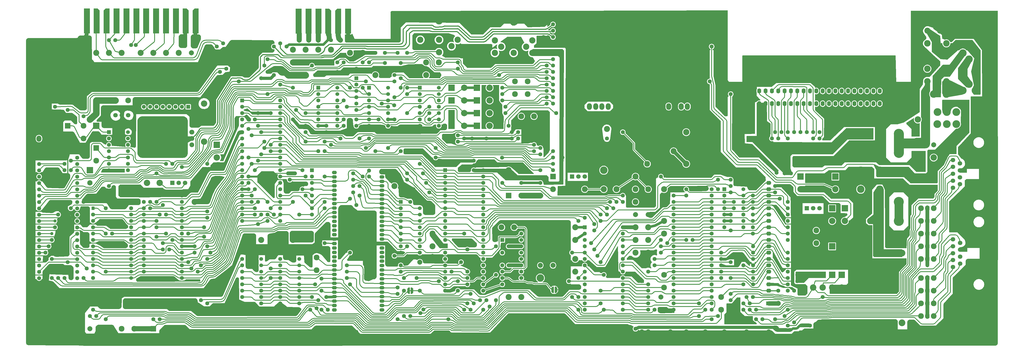
<source format=gbr>
%TF.GenerationSoftware,KiCad,Pcbnew,7.0.0-da2b9df05c~171~ubuntu20.04.1*%
%TF.CreationDate,2023-03-01T01:24:28+01:00*%
%TF.ProjectId,C64-250469-KiCad,4336342d-3235-4303-9436-392d4b694361,1.0*%
%TF.SameCoordinates,Original*%
%TF.FileFunction,Copper,L1,Top*%
%TF.FilePolarity,Positive*%
%FSLAX46Y46*%
G04 Gerber Fmt 4.6, Leading zero omitted, Abs format (unit mm)*
G04 Created by KiCad (PCBNEW 7.0.0-da2b9df05c~171~ubuntu20.04.1) date 2023-03-01 01:24:28*
%MOMM*%
%LPD*%
G01*
G04 APERTURE LIST*
G04 Aperture macros list*
%AMOutline5P*
0 Free polygon, 5 corners , with rotation*
0 The origin of the aperture is its center*
0 number of corners: always 5*
0 $1 to $10 corner X, Y*
0 $11 Rotation angle, in degrees counterclockwise*
0 create outline with 5 corners*
4,1,5,$1,$2,$3,$4,$5,$6,$7,$8,$9,$10,$1,$2,$11*%
%AMOutline6P*
0 Free polygon, 6 corners , with rotation*
0 The origin of the aperture is its center*
0 number of corners: always 6*
0 $1 to $12 corner X, Y*
0 $13 Rotation angle, in degrees counterclockwise*
0 create outline with 6 corners*
4,1,6,$1,$2,$3,$4,$5,$6,$7,$8,$9,$10,$11,$12,$1,$2,$13*%
%AMOutline7P*
0 Free polygon, 7 corners , with rotation*
0 The origin of the aperture is its center*
0 number of corners: always 7*
0 $1 to $14 corner X, Y*
0 $15 Rotation angle, in degrees counterclockwise*
0 create outline with 7 corners*
4,1,7,$1,$2,$3,$4,$5,$6,$7,$8,$9,$10,$11,$12,$13,$14,$1,$2,$15*%
%AMOutline8P*
0 Free polygon, 8 corners , with rotation*
0 The origin of the aperture is its center*
0 number of corners: always 8*
0 $1 to $16 corner X, Y*
0 $17 Rotation angle, in degrees counterclockwise*
0 create outline with 8 corners*
4,1,8,$1,$2,$3,$4,$5,$6,$7,$8,$9,$10,$11,$12,$13,$14,$15,$16,$1,$2,$17*%
G04 Aperture macros list end*
%TA.AperFunction,ComponentPad*%
%ADD10C,2.300000*%
%TD*%
%TA.AperFunction,ComponentPad*%
%ADD11C,2.500000*%
%TD*%
%TA.AperFunction,ComponentPad*%
%ADD12C,3.000000*%
%TD*%
%TA.AperFunction,ComponentPad*%
%ADD13R,1.600000X1.600000*%
%TD*%
%TA.AperFunction,ComponentPad*%
%ADD14C,1.600000*%
%TD*%
%TA.AperFunction,ComponentPad*%
%ADD15C,1.524000*%
%TD*%
%TA.AperFunction,ComponentPad*%
%ADD16O,2.000000X2.400000*%
%TD*%
%TA.AperFunction,ComponentPad*%
%ADD17C,1.800000*%
%TD*%
%TA.AperFunction,ComponentPad*%
%ADD18O,1.600000X2.000000*%
%TD*%
%TA.AperFunction,ComponentPad*%
%ADD19C,2.600000*%
%TD*%
%TA.AperFunction,ComponentPad*%
%ADD20C,2.400000*%
%TD*%
%TA.AperFunction,ComponentPad*%
%ADD21R,1.200000X1.400000*%
%TD*%
%TA.AperFunction,ComponentPad*%
%ADD22R,2.540000X2.540000*%
%TD*%
%TA.AperFunction,ComponentPad*%
%ADD23C,2.540000*%
%TD*%
%TA.AperFunction,ComponentPad*%
%ADD24C,6.000000*%
%TD*%
%TA.AperFunction,ComponentPad*%
%ADD25R,2.300000X2.300000*%
%TD*%
%TA.AperFunction,ComponentPad*%
%ADD26C,2.286000*%
%TD*%
%TA.AperFunction,ComponentPad*%
%ADD27O,1.778000X2.286000*%
%TD*%
%TA.AperFunction,SMDPad,CuDef*%
%ADD28R,2.410000X10.000000*%
%TD*%
%TA.AperFunction,SMDPad,CuDef*%
%ADD29Outline5P,-1.205000X4.156500X-0.361500X5.000000X1.205000X5.000000X1.205000X-5.000000X-1.205000X-5.000000X0.000000*%
%TD*%
%TA.AperFunction,SMDPad,CuDef*%
%ADD30Outline5P,-1.205000X5.000000X0.361500X5.000000X1.205000X4.156500X1.205000X-5.000000X-1.205000X-5.000000X0.000000*%
%TD*%
%TA.AperFunction,SMDPad,CuDef*%
%ADD31Outline6P,-0.500000X0.800000X0.000000X1.300000X0.500000X1.300000X0.500000X-1.300000X0.000000X-1.300000X-0.500000X-0.800000X0.000000*%
%TD*%
%TA.AperFunction,SMDPad,CuDef*%
%ADD32Outline6P,-0.500000X0.800000X0.000000X1.300000X0.500000X1.300000X0.500000X-1.300000X0.000000X-1.300000X-0.500000X-0.800000X180.000000*%
%TD*%
%TA.AperFunction,ComponentPad*%
%ADD33R,1.800000X1.800000*%
%TD*%
%TA.AperFunction,ComponentPad*%
%ADD34R,2.500000X2.500000*%
%TD*%
%TA.AperFunction,ComponentPad*%
%ADD35C,3.500000*%
%TD*%
%TA.AperFunction,ComponentPad*%
%ADD36R,2.000000X4.700000*%
%TD*%
%TA.AperFunction,ComponentPad*%
%ADD37C,2.700000*%
%TD*%
%TA.AperFunction,ComponentPad*%
%ADD38C,4.000000*%
%TD*%
%TA.AperFunction,ComponentPad*%
%ADD39C,2.100000*%
%TD*%
%TA.AperFunction,ComponentPad*%
%ADD40O,2.000000X2.600000*%
%TD*%
%TA.AperFunction,ComponentPad*%
%ADD41R,4.700000X2.000000*%
%TD*%
%TA.AperFunction,ComponentPad*%
%ADD42C,2.000000*%
%TD*%
%TA.AperFunction,ComponentPad*%
%ADD43Outline8P,-0.939800X0.259080X-0.551180X0.647700X0.551180X0.647700X0.939800X0.259080X0.939800X-0.259080X0.551180X-0.647700X-0.551180X-0.647700X-0.939800X-0.259080X0.000000*%
%TD*%
%TA.AperFunction,ComponentPad*%
%ADD44C,2.971800*%
%TD*%
%TA.AperFunction,ComponentPad*%
%ADD45C,3.100000*%
%TD*%
%TA.AperFunction,ComponentPad*%
%ADD46R,2.000000X1.600000*%
%TD*%
%TA.AperFunction,ComponentPad*%
%ADD47O,2.000000X1.600000*%
%TD*%
%TA.AperFunction,ComponentPad*%
%ADD48C,1.905000*%
%TD*%
%TA.AperFunction,ComponentPad*%
%ADD49O,2.000000X1.905000*%
%TD*%
%TA.AperFunction,ViaPad*%
%ADD50C,1.600000*%
%TD*%
%TA.AperFunction,ViaPad*%
%ADD51C,2.000000*%
%TD*%
%TA.AperFunction,ViaPad*%
%ADD52C,2.400000*%
%TD*%
%TA.AperFunction,ViaPad*%
%ADD53C,3.000000*%
%TD*%
%TA.AperFunction,ViaPad*%
%ADD54C,1.300000*%
%TD*%
%TA.AperFunction,ViaPad*%
%ADD55C,2.300000*%
%TD*%
%TA.AperFunction,ViaPad*%
%ADD56C,1.500000*%
%TD*%
%TA.AperFunction,Conductor*%
%ADD57C,1.000000*%
%TD*%
%TA.AperFunction,Conductor*%
%ADD58C,0.300000*%
%TD*%
%TA.AperFunction,Conductor*%
%ADD59C,0.400000*%
%TD*%
%TA.AperFunction,Conductor*%
%ADD60C,3.500000*%
%TD*%
%TA.AperFunction,Conductor*%
%ADD61C,2.000000*%
%TD*%
%TA.AperFunction,Conductor*%
%ADD62C,1.300000*%
%TD*%
%TA.AperFunction,Conductor*%
%ADD63C,1.750000*%
%TD*%
%TA.AperFunction,Conductor*%
%ADD64C,1.500000*%
%TD*%
%TA.AperFunction,Conductor*%
%ADD65C,2.300000*%
%TD*%
%TA.AperFunction,Conductor*%
%ADD66C,0.800000*%
%TD*%
%TA.AperFunction,Conductor*%
%ADD67C,2.500000*%
%TD*%
%TA.AperFunction,Conductor*%
%ADD68C,2.600000*%
%TD*%
%TA.AperFunction,Conductor*%
%ADD69C,0.381000*%
%TD*%
%TA.AperFunction,Conductor*%
%ADD70C,4.000000*%
%TD*%
G04 APERTURE END LIST*
D10*
%TO.P,R17,1*%
%TO.N,Net-(C59-Pad1)*%
X58420000Y-205740000D03*
%TO.P,R17,2*%
%TO.N,+5V*%
X53340000Y-205740000D03*
%TD*%
D11*
%TO.P,CN4,1*%
%TO.N,/CASS_RD*%
X172920000Y-90010000D03*
%TO.P,CN4,2*%
%TO.N,GND*%
X175420000Y-80010000D03*
X175420000Y-92510000D03*
D12*
X180420000Y-82390000D03*
D11*
X185420000Y-80010000D03*
%TO.P,CN4,3*%
%TO.N,/ATN*%
X180420000Y-90010000D03*
%TO.P,CN4,4*%
%TO.N,/CLK*%
X185420000Y-92550000D03*
%TO.P,CN4,5*%
%TO.N,/DATA*%
X187920000Y-90010000D03*
%TO.P,CN4,6*%
%TO.N,/~{EXTRES}*%
X180420000Y-95010000D03*
%TD*%
D13*
%TO.P,U20,1*%
%TO.N,N/C*%
X205739999Y-170179999D03*
D14*
%TO.P,U20,2*%
%TO.N,GND*%
X205740000Y-172720000D03*
%TO.P,U20,3*%
%TO.N,N/C*%
X205740000Y-175260000D03*
%TO.P,U20,4*%
%TO.N,GND*%
X205740000Y-177800000D03*
%TO.P,U20,5*%
%TO.N,N/C*%
X205740000Y-180340000D03*
%TO.P,U20,6*%
%TO.N,Net-(FB1-Pad2)*%
X205740000Y-182880000D03*
%TO.P,U20,7*%
%TO.N,Net-(J3-Pad2)*%
X205740000Y-185420000D03*
%TO.P,U20,8*%
%TO.N,/COLOR_CLOCK*%
X205740000Y-187960000D03*
%TO.P,U20,9*%
%TO.N,GND*%
X213360000Y-187960000D03*
%TO.P,U20,10*%
%TO.N,N/C*%
X213360000Y-185420000D03*
%TO.P,U20,11*%
X213360000Y-182880000D03*
%TO.P,U20,12*%
%TO.N,+5V*%
X213360000Y-180340000D03*
D15*
%TO.P,U20,13*%
%TO.N,Net-(CT1-Pad1)*%
X213360000Y-177800000D03*
%TO.P,U20,14*%
%TO.N,Net-(U20-Pad14)*%
X213360000Y-175260000D03*
%TO.P,U20,15*%
%TO.N,+5V*%
X213360000Y-172720000D03*
%TO.P,U20,16*%
%TO.N,N/C*%
X213360000Y-170180000D03*
%TD*%
D16*
%TO.P,C30,1*%
%TO.N,GND*%
X25342489Y-129580652D03*
%TO.P,C30,2*%
%TO.N,+5V*%
X20262489Y-129580652D03*
%TD*%
D17*
%TO.P,CN8,1*%
%TO.N,Net-(CN8-Pad1)*%
X386161000Y-149213000D03*
%TO.P,CN8,2*%
%TO.N,Net-(CN8-Pad2)*%
X386161000Y-146443000D03*
%TO.P,CN8,3*%
%TO.N,Net-(CN8-Pad3)*%
X386161000Y-143673000D03*
%TO.P,CN8,4*%
%TO.N,Net-(CN8-Pad4)*%
X386161000Y-140903000D03*
%TO.P,CN8,5*%
%TO.N,POT_BY*%
X386161000Y-138133000D03*
%TO.P,CN8,6*%
%TO.N,Net-(CN8-Pad6)*%
X389001000Y-147828000D03*
%TO.P,CN8,7*%
%TO.N,+5V*%
X389001000Y-145058000D03*
%TO.P,CN8,8*%
%TO.N,GND*%
X389001000Y-142288000D03*
%TO.P,CN8,9*%
%TO.N,POT_BX*%
X389001000Y-139518000D03*
%TD*%
D13*
%TO.P,U18,1,Y0*%
%TO.N,POT_BX*%
X294639999Y-149859999D03*
D14*
%TO.P,U18,2,Z0*%
%TO.N,POT_X*%
X294640000Y-152400000D03*
%TO.P,U18,3,Z1*%
%TO.N,POT_Y*%
X294640000Y-154940000D03*
%TO.P,U18,4,Y1*%
%TO.N,POT_BY*%
X294640000Y-157480000D03*
%TO.P,U18,5,E1*%
%TO.N,/COL7*%
X294640000Y-160020000D03*
%TO.P,U18,6,E2*%
%TO.N,/COL6*%
X294640000Y-162560000D03*
%TO.P,U18,7,VSS*%
%TO.N,GND*%
X294640000Y-165100000D03*
%TO.P,U18,8,Y2*%
%TO.N,POT_AX*%
X302260000Y-165100000D03*
%TO.P,U18,9,Z2*%
%TO.N,POT_X*%
X302260000Y-162560000D03*
%TO.P,U18,10,Z3*%
%TO.N,POT_Y*%
X302260000Y-160020000D03*
%TO.P,U18,11,Y3*%
%TO.N,POT_AY*%
X302260000Y-157480000D03*
%TO.P,U18,12,E3*%
%TO.N,/COL6*%
X302260000Y-154940000D03*
D15*
%TO.P,U18,13,E0*%
%TO.N,/COL7*%
X302260000Y-152400000D03*
%TO.P,U18,14,VDD*%
%TO.N,+5V*%
X302260000Y-149860000D03*
%TD*%
D10*
%TO.P,FB1,1*%
%TO.N,/DOT_CLOCK*%
X205440000Y-165100000D03*
%TO.P,FB1,2*%
%TO.N,Net-(FB1-Pad2)*%
X210520000Y-165100000D03*
%TD*%
D13*
%TO.P,RP3,1*%
%TO.N,+5V*%
X80009999Y-116839999D03*
D14*
%TO.P,RP3,2*%
%TO.N,/~{NMI}*%
X77470000Y-116840000D03*
%TO.P,RP3,3*%
%TO.N,Net-(CR5-A)*%
X74930000Y-116840000D03*
%TO.P,RP3,4*%
%TO.N,/~{FLAG2}*%
X72390000Y-116840000D03*
%TO.P,RP3,5*%
%TO.N,/CNT1*%
X69850000Y-116840000D03*
%TO.P,RP3,6*%
%TO.N,/SP1*%
X67310000Y-116840000D03*
%TO.P,RP3,7*%
%TO.N,/CNT2*%
X64770000Y-116840000D03*
%TO.P,RP3,8*%
%TO.N,/SP2*%
X62230000Y-116840000D03*
%TD*%
D13*
%TO.P,CN6,1*%
%TO.N,GND*%
X306069999Y-115569999D03*
D18*
%TO.P,CN6,2*%
%TO.N,+5V*%
X308609999Y-115569999D03*
%TO.P,CN6,3*%
X311149999Y-115569999D03*
%TO.P,CN6,4*%
%TO.N,~{IRQ}*%
X313689999Y-115569999D03*
%TO.P,CN6,5*%
%TO.N,/R{slash}~{W}*%
X316229999Y-115569999D03*
%TO.P,CN6,6*%
%TO.N,/DOT_CLOCK*%
X318769999Y-115569999D03*
%TO.P,CN6,7*%
%TO.N,/~{IO1}*%
X321309999Y-115569999D03*
%TO.P,CN6,8*%
%TO.N,/~{GAME}*%
X323849999Y-115569999D03*
%TO.P,CN6,9*%
%TO.N,/~{EXROM}*%
X326389999Y-115569999D03*
%TO.P,CN6,10*%
%TO.N,/~{IO2}*%
X328929999Y-115569999D03*
%TO.P,CN6,11*%
%TO.N,/~{ROML}*%
X331469999Y-115569999D03*
%TO.P,CN6,12*%
%TO.N,/BA*%
X334009999Y-115569999D03*
%TO.P,CN6,13*%
%TO.N,/~{DMA}*%
X336549999Y-115569999D03*
%TO.P,CN6,14*%
%TO.N,/D7*%
X339089999Y-115569999D03*
%TO.P,CN6,15*%
%TO.N,/D6*%
X341629999Y-115569999D03*
%TO.P,CN6,16*%
%TO.N,/D5*%
X344169999Y-115569999D03*
%TO.P,CN6,17*%
%TO.N,/D4*%
X346709999Y-115569999D03*
%TO.P,CN6,18*%
%TO.N,/D3*%
X349249999Y-115569999D03*
%TO.P,CN6,19*%
%TO.N,/D2*%
X351789999Y-115569999D03*
%TO.P,CN6,20*%
%TO.N,/D1*%
X354329999Y-115569999D03*
%TO.P,CN6,21*%
%TO.N,/D0*%
X356869999Y-115569999D03*
%TO.P,CN6,22*%
%TO.N,GND*%
X359409999Y-115569999D03*
%TO.P,CN6,A*%
X306069999Y-110489999D03*
%TO.P,CN6,B*%
%TO.N,/~{ROMH}*%
X308609999Y-110489999D03*
%TO.P,CN6,C*%
%TO.N,~{INTRES}*%
X311149999Y-110489999D03*
%TO.P,CN6,D*%
%TO.N,/~{NMI}*%
X313689999Y-110489999D03*
%TO.P,CN6,E*%
%TO.N,PHI2*%
X316229999Y-110489999D03*
%TO.P,CN6,F*%
%TO.N,/A15*%
X318769999Y-110489999D03*
%TO.P,CN6,H*%
%TO.N,/A14*%
X321309999Y-110489999D03*
%TO.P,CN6,J*%
%TO.N,/A13*%
X323849999Y-110489999D03*
%TO.P,CN6,K*%
%TO.N,/A12*%
X326389999Y-110489999D03*
%TO.P,CN6,L*%
%TO.N,/A11*%
X328929999Y-110489999D03*
%TO.P,CN6,M*%
%TO.N,/A10*%
X331469999Y-110489999D03*
%TO.P,CN6,N*%
%TO.N,/A9*%
X334009999Y-110489999D03*
%TO.P,CN6,P*%
%TO.N,/A8*%
X336549999Y-110489999D03*
%TO.P,CN6,R*%
%TO.N,/A7*%
X339089999Y-110489999D03*
%TO.P,CN6,S*%
%TO.N,/A6*%
X341629999Y-110489999D03*
%TO.P,CN6,T*%
%TO.N,/A5*%
X344169999Y-110489999D03*
%TO.P,CN6,U*%
%TO.N,/A4*%
X346709999Y-110489999D03*
%TO.P,CN6,V*%
%TO.N,/A3*%
X349249999Y-110489999D03*
%TO.P,CN6,W*%
%TO.N,/A2*%
X351789999Y-110489999D03*
%TO.P,CN6,X*%
%TO.N,/A1*%
X354329999Y-110489999D03*
%TO.P,CN6,Y*%
%TO.N,/A0*%
X356869999Y-110489999D03*
%TO.P,CN6,Z*%
%TO.N,GND*%
X359409999Y-110489999D03*
%TD*%
D19*
%TO.P,L1,1*%
%TO.N,Net-(L1-Pad1)*%
X375920000Y-91440000D03*
%TO.P,L1,2*%
%TO.N,/+5V'*%
X383540000Y-91440000D03*
%TO.P,L1,3*%
%TO.N,GND*%
X375920000Y-96520000D03*
%TO.P,L1,4*%
%TO.N,/GND'*%
X383540000Y-96520000D03*
%TO.P,L1,5*%
%TO.N,Net-(L1-Pad5)*%
X375920000Y-101600000D03*
%TO.P,L1,6*%
%TO.N,/9VAC2'*%
X383540000Y-101600000D03*
%TO.P,L1,7*%
%TO.N,Net-(F1-Pad1)*%
X375920000Y-106680000D03*
%TO.P,L1,8*%
%TO.N,/9VAC1'*%
X383540000Y-106680000D03*
%TD*%
D17*
%TO.P,CN10,1*%
%TO.N,Net-(CN10-Pad1)*%
X50931353Y-120176056D03*
%TO.P,CN10,2*%
%TO.N,GND*%
X53471353Y-120176056D03*
%TO.P,CN10,3*%
%TO.N,Net-(CN10-Pad1)*%
X56011353Y-120176056D03*
%TD*%
D10*
%TO.P,R101,1*%
%TO.N,Net-(U10-~{CAS})*%
X131445000Y-182245000D03*
%TO.P,R101,2*%
%TO.N,Net-(U8-~{CASRAM})*%
X131445000Y-177165000D03*
%TD*%
D13*
%TO.P,U11,1,~{OE}*%
%TO.N,GND*%
X116839999Y-175259999D03*
D14*
%TO.P,U11,2,D0*%
%TO.N,/D4*%
X116840000Y-177800000D03*
%TO.P,U11,3,D1*%
%TO.N,/D5*%
X116840000Y-180340000D03*
%TO.P,U11,4,~{WE}*%
%TO.N,/RAM_R{slash}~{W}*%
X116840000Y-182880000D03*
%TO.P,U11,5,~{RAS}*%
%TO.N,/~{RAS}*%
X116840000Y-185420000D03*
%TO.P,U11,6,MA0*%
%TO.N,/MA0*%
X116840000Y-187960000D03*
%TO.P,U11,7,MA5*%
%TO.N,/MA5*%
X116840000Y-190500000D03*
%TO.P,U11,8,MA4*%
%TO.N,/MA4*%
X116840000Y-193040000D03*
%TO.P,U11,9,VCC*%
%TO.N,+5V*%
X116840000Y-195580000D03*
%TO.P,U11,10,MA7*%
%TO.N,/MA7*%
X124460000Y-195580000D03*
%TO.P,U11,11,MA3*%
%TO.N,/MA3*%
X124460000Y-193040000D03*
%TO.P,U11,12,MA2*%
%TO.N,/MA2*%
X124460000Y-190500000D03*
D15*
%TO.P,U11,13,MA1*%
%TO.N,/MA1*%
X124460000Y-187960000D03*
%TO.P,U11,14,MA6*%
%TO.N,/MA6*%
X124460000Y-185420000D03*
%TO.P,U11,15,D2*%
%TO.N,/D6*%
X124460000Y-182880000D03*
%TO.P,U11,16,~{CAS}*%
%TO.N,Net-(U10-~{CAS})*%
X124460000Y-180340000D03*
%TO.P,U11,17,D3*%
%TO.N,/D7*%
X124460000Y-177800000D03*
%TO.P,U11,18,VSS*%
%TO.N,GND*%
X124460000Y-175260000D03*
%TD*%
D14*
%TO.P,DA2,1,A*%
%TO.N,/ROW0*%
X320040000Y-175260000D03*
%TO.P,DA2,2,A*%
%TO.N,/ROW1*%
X320040000Y-177800000D03*
%TO.P,DA2,3,A*%
%TO.N,/ROW2*%
X320040000Y-180340000D03*
%TO.P,DA2,4,KATODE*%
%TO.N,+5V*%
X320040000Y-182880000D03*
%TO.P,DA2,5,A*%
%TO.N,/ROW4*%
X320040000Y-185420000D03*
%TO.P,DA2,6,A*%
%TO.N,/ROW3*%
X320040000Y-187960000D03*
%TO.P,DA2,7*%
%TO.N,N/C*%
X320040000Y-190500000D03*
%TD*%
D20*
%TO.P,C29,1*%
%TO.N,9V_AC2*%
X43180000Y-95250000D03*
%TO.P,C29,2*%
%TO.N,GND*%
X43180000Y-100330000D03*
%TD*%
D21*
%TO.P,U5,1,A7*%
%TO.N,/A7*%
X41909999Y-157479999D03*
D14*
%TO.P,U5,2,A6*%
%TO.N,/A6*%
X41910000Y-160020000D03*
%TO.P,U5,3,A5*%
%TO.N,/A5*%
X41910000Y-162560000D03*
%TO.P,U5,4,A4*%
%TO.N,/A4*%
X41910000Y-165100000D03*
%TO.P,U5,5,A3*%
%TO.N,/A3*%
X41910000Y-167640000D03*
%TO.P,U5,6,A2*%
%TO.N,/A2*%
X41910000Y-170180000D03*
%TO.P,U5,7,A1*%
%TO.N,/A1*%
X41910000Y-172720000D03*
%TO.P,U5,8,A0*%
%TO.N,/A0*%
X41910000Y-175260000D03*
%TO.P,U5,9,D0*%
%TO.N,/D0*%
X41910000Y-177800000D03*
%TO.P,U5,10,D1*%
%TO.N,/D1*%
X41910000Y-180340000D03*
%TO.P,U5,11,D2*%
%TO.N,/D2*%
X41910000Y-182880000D03*
%TO.P,U5,12,GND*%
%TO.N,GND*%
X41910000Y-185420000D03*
D15*
%TO.P,U5,13,D3*%
%TO.N,/D3*%
X57150000Y-185420000D03*
%TO.P,U5,14,D4*%
%TO.N,/D4*%
X57150000Y-182880000D03*
D14*
%TO.P,U5,15,D5*%
%TO.N,/D5*%
X57150000Y-180340000D03*
%TO.P,U5,16,D6*%
%TO.N,/D6*%
X57150000Y-177800000D03*
%TO.P,U5,17,D7*%
%TO.N,/D7*%
X57150000Y-175260000D03*
%TO.P,U5,18,A11*%
%TO.N,/A11*%
X57150000Y-172720000D03*
%TO.P,U5,19,A10*%
%TO.N,/A10*%
X57150000Y-170180000D03*
%TO.P,U5,20,~{CS1}*%
%TO.N,Net-(U5-~{CS1})*%
X57150000Y-167640000D03*
%TO.P,U5,21,CS2*%
%TO.N,+5V*%
X57150000Y-165100000D03*
%TO.P,U5,22,A9*%
%TO.N,/A9*%
X57150000Y-162560000D03*
%TO.P,U5,23,A8*%
%TO.N,/A8*%
X57150000Y-160020000D03*
%TO.P,U5,24,VCC*%
%TO.N,+5V*%
X57150000Y-157480000D03*
%TD*%
D22*
%TO.P,CR16,1,KATODE*%
%TO.N,/CLK*%
X195579999Y-114299999D03*
D23*
%TO.P,CR16,2,A*%
%TO.N,GND*%
X200660000Y-114300000D03*
%TD*%
D24*
%TO.P,HOLE4,1*%
%TO.N,GND*%
X389763000Y-84963000D03*
%TD*%
D25*
%TO.P,C43,1*%
%TO.N,Net-(CR5-A)*%
X43179999Y-133349999D03*
D10*
%TO.P,C43,2*%
%TO.N,GND*%
X43180000Y-138430000D03*
%TD*%
D26*
%TO.P,EM1,1*%
%TO.N,Net-(CN8-Pad1)*%
X378460000Y-172720000D03*
D27*
%TO.P,EM1,2*%
%TO.N,GND*%
X375919999Y-172719999D03*
D26*
%TO.P,EM1,3*%
%TO.N,/COL0*%
X373380000Y-172720000D03*
%TD*%
D28*
%TO.P,CN3,1*%
%TO.N,GND*%
X144017999Y-82549999D03*
D29*
%TO.P,CN3,2*%
%TO.N,+5V*%
X140057999Y-82549999D03*
D30*
%TO.P,CN3,3*%
%TO.N,/CASS_MOTOR*%
X136097999Y-82549999D03*
D28*
%TO.P,CN3,4*%
%TO.N,/CASS_RD*%
X132137999Y-82549999D03*
%TO.P,CN3,5*%
%TO.N,/CASS_WRT_P3*%
X128177999Y-82549999D03*
%TO.P,CN3,6*%
%TO.N,/CASS_SENS_P4*%
X124217999Y-82549999D03*
%TD*%
D26*
%TO.P,EM9,1*%
%TO.N,Net-(CN9-Pad4)*%
X378460000Y-185420000D03*
D27*
%TO.P,EM9,2*%
%TO.N,GND*%
X375919999Y-185419999D03*
D26*
%TO.P,EM9,3*%
%TO.N,/ROW3*%
X373380000Y-185420000D03*
%TD*%
D24*
%TO.P,REF\u002A\u002A,1*%
%TO.N,GND*%
X399542000Y-208407000D03*
%TD*%
D20*
%TO.P,C61,1*%
%TO.N,GND*%
X372110000Y-151130000D03*
%TO.P,C61,2*%
%TO.N,9V_AC1*%
X372110000Y-146050000D03*
%TD*%
D23*
%TO.P,R1,1*%
%TO.N,+9V_UNREG*%
X86360000Y-115570000D03*
%TO.P,R1,2*%
%TO.N,Net-(CR1-KATODE)*%
X86360000Y-130810000D03*
%TD*%
D31*
%TO.P,JP2,1,B*%
%TO.N,/~{CAS}*%
X168274999Y-190499999D03*
D32*
X169555411Y-190500151D03*
%TD*%
D13*
%TO.P,RP5,1*%
%TO.N,+5V*%
X129539999Y-142239999D03*
D14*
%TO.P,RP5,2*%
%TO.N,/R{slash}~{W}*%
X129540000Y-144780000D03*
%TO.P,RP5,3*%
X129540000Y-147320000D03*
%TO.P,RP5,4*%
%TO.N,/~{LORAM}*%
X129540000Y-149860000D03*
%TO.P,RP5,5*%
%TO.N,/CASS_SENS_P4*%
X129540000Y-152400000D03*
%TO.P,RP5,6*%
%TO.N,/~{HIRAM}*%
X129540000Y-154940000D03*
%TO.P,RP5,7*%
%TO.N,/~{CHAREN}*%
X129540000Y-157480000D03*
%TO.P,RP5,8*%
%TO.N,/CASS_RD*%
X129540000Y-160020000D03*
%TD*%
D26*
%TO.P,EM6,1*%
%TO.N,Net-(CN9-Pad1)*%
X378460000Y-200660000D03*
D27*
%TO.P,EM6,2*%
%TO.N,GND*%
X375919999Y-200659999D03*
D26*
%TO.P,EM6,3*%
%TO.N,/ROW0*%
X373380000Y-200660000D03*
%TD*%
D17*
%TO.P,Q2,B,B*%
%TO.N,Net-(Q2-PadB)*%
X78740000Y-147320000D03*
%TO.P,Q2,C,C*%
%TO.N,Net-(CR1-KATODE)*%
X76200000Y-147320000D03*
D33*
%TO.P,Q2,E,E*%
%TO.N,GND*%
X73659999Y-147319999D03*
%TD*%
D13*
%TO.P,U23,1*%
%TO.N,Net-(CR6-KATODE)*%
X48259999Y-126999999D03*
D14*
%TO.P,U23,2*%
%TO.N,Net-(U1-TOD)*%
X48260000Y-129540000D03*
%TO.P,U23,3*%
%TO.N,unconnected-(U23-Pad3)*%
X48260000Y-132080000D03*
%TO.P,U23,4*%
%TO.N,unconnected-(U23-Pad4)*%
X48260000Y-134620000D03*
%TO.P,U23,5*%
%TO.N,Net-(CR5-A)*%
X48260000Y-137160000D03*
%TO.P,U23,6*%
%TO.N,Net-(U22-Pad1)*%
X48260000Y-139700000D03*
%TO.P,U23,7*%
%TO.N,GND*%
X48260000Y-142240000D03*
%TO.P,U23,8*%
%TO.N,unconnected-(U23-Pad8)*%
X55880000Y-142240000D03*
%TO.P,U23,9*%
%TO.N,unconnected-(U23-Pad9)*%
X55880000Y-139700000D03*
%TO.P,U23,10*%
%TO.N,Net-(U8-RESTORE)*%
X55880000Y-137160000D03*
%TO.P,U23,11*%
%TO.N,Net-(C59-Pad1)*%
X55880000Y-134620000D03*
%TO.P,U23,12*%
%TO.N,unconnected-(U23-Pad12)*%
X55880000Y-132080000D03*
D15*
%TO.P,U23,13*%
%TO.N,unconnected-(U23-Pad13)*%
X55880000Y-129540000D03*
%TO.P,U23,14*%
%TO.N,+5V*%
X55880000Y-127000000D03*
%TD*%
D34*
%TO.P,C65,1*%
%TO.N,Net-(CR3-A)*%
X339089999Y-144779999D03*
D11*
%TO.P,C65,2*%
%TO.N,9V_AC2*%
X339090000Y-149860000D03*
%TD*%
D13*
%TO.P,U19,1,A9*%
%TO.N,/A9*%
X165099999Y-154939999D03*
D14*
%TO.P,U19,2,A7*%
%TO.N,/A7*%
X165100000Y-157480000D03*
%TO.P,U19,3,A5*%
%TO.N,/A5*%
X165100000Y-160020000D03*
%TO.P,U19,4,A3*%
%TO.N,/A3*%
X165100000Y-162560000D03*
%TO.P,U19,5,A2*%
%TO.N,/A2*%
X165100000Y-165100000D03*
%TO.P,U19,6,A1*%
%TO.N,/A1*%
X165100000Y-167640000D03*
%TO.P,U19,7,A0*%
%TO.N,/A0*%
X165100000Y-170180000D03*
%TO.P,U19,8,~{CS}*%
%TO.N,Net-(U19-~{CS})*%
X165100000Y-172720000D03*
%TO.P,U19,9,VSS*%
%TO.N,GND*%
X165100000Y-175260000D03*
%TO.P,U19,10,~{WE}*%
%TO.N,/RAM_R{slash}~{W}*%
X172720000Y-175260000D03*
%TO.P,U19,11,D3*%
%TO.N,/D11*%
X172720000Y-172720000D03*
%TO.P,U19,12,D2*%
%TO.N,/D10*%
X172720000Y-170180000D03*
D15*
%TO.P,U19,13,D1*%
%TO.N,/D9*%
X172720000Y-167640000D03*
%TO.P,U19,14,D0*%
%TO.N,/D8*%
X172720000Y-165100000D03*
%TO.P,U19,15,A4*%
%TO.N,/A4*%
X172720000Y-162560000D03*
%TO.P,U19,16,A6*%
%TO.N,/A6*%
X172720000Y-160020000D03*
%TO.P,U19,17,A8*%
%TO.N,/A8*%
X172720000Y-157480000D03*
%TO.P,U19,18,VCC*%
%TO.N,+5V*%
X172720000Y-154940000D03*
%TD*%
D10*
%TO.P,R100,1*%
%TO.N,Net-(CR3-KATODE)*%
X331470000Y-171450000D03*
%TO.P,R100,2*%
%TO.N,Net-(CR7-KATODE)*%
X331470000Y-166370000D03*
%TD*%
D20*
%TO.P,C6,1*%
%TO.N,/~{FLAG2}*%
X76200000Y-95250000D03*
%TO.P,C6,2*%
%TO.N,GND*%
X76200000Y-100330000D03*
%TD*%
%TO.P,C90,1*%
%TO.N,~{INTRES}*%
X71120000Y-95250000D03*
%TO.P,C90,2*%
%TO.N,GND*%
X71120000Y-100330000D03*
%TD*%
D25*
%TO.P,C36,1*%
%TO.N,+5V*%
X208279999Y-152399999D03*
D10*
%TO.P,C36,2*%
%TO.N,GND*%
X213360000Y-152400000D03*
%TD*%
D23*
%TO.P,R3,1*%
%TO.N,Net-(Q2-PadB)*%
X68580000Y-147320000D03*
%TO.P,R3,2*%
%TO.N,Net-(U6-P5)*%
X63500000Y-147320000D03*
%TD*%
D29*
%TO.P,CN2,1*%
%TO.N,GND*%
X82994153Y-82462492D03*
D30*
%TO.P,CN2,2*%
%TO.N,+5V*%
X79034153Y-82462492D03*
D28*
%TO.P,CN2,3*%
%TO.N,~{INTRES}*%
X75074153Y-82462492D03*
%TO.P,CN2,4*%
%TO.N,/CNT1*%
X71114153Y-82462492D03*
%TO.P,CN2,5*%
%TO.N,/SP1*%
X67154153Y-82462492D03*
%TO.P,CN2,6*%
%TO.N,/CNT2*%
X63194153Y-82462492D03*
%TO.P,CN2,7*%
%TO.N,/SP2*%
X59234153Y-82462492D03*
%TO.P,CN2,8*%
%TO.N,/~{PC2}*%
X55274153Y-82462492D03*
%TO.P,CN2,9*%
%TO.N,/ATN*%
X51314153Y-82462492D03*
D29*
%TO.P,CN2,10*%
%TO.N,9V_AC1*%
X47354153Y-82462492D03*
D30*
%TO.P,CN2,11*%
%TO.N,9V_AC2*%
X43394153Y-82462492D03*
D28*
%TO.P,CN2,12*%
%TO.N,GND*%
X39434153Y-82462492D03*
%TD*%
D11*
%TO.P,CN5,1,LUM*%
%TO.N,/LUM*%
X202805000Y-90250000D03*
%TO.P,CN5,2,GND*%
%TO.N,GND*%
X205305000Y-80250000D03*
D12*
X210305000Y-82630000D03*
D11*
X210305000Y-90250000D03*
X215305000Y-80250000D03*
%TO.P,CN5,3,AUDIO_OUT*%
%TO.N,/AUDIO_OUT*%
X217805000Y-90250000D03*
%TO.P,CN5,4,COMP*%
%TO.N,/COMP*%
X205305000Y-92750000D03*
%TO.P,CN5,5,AUDIO_IN*%
%TO.N,/AUDIO_IN*%
X215305000Y-92790000D03*
%TO.P,CN5,6,COLOR*%
%TO.N,/COLOR*%
X210305000Y-95250000D03*
%TO.P,CN5,7*%
%TO.N,N/C*%
X202805000Y-95250000D03*
%TO.P,CN5,8,VCC*%
%TO.N,+5V*%
X217805000Y-95250000D03*
%TD*%
D17*
%TO.P,Q3,B,B*%
%TO.N,Net-(C74-Pad1)*%
X238760000Y-144780000D03*
%TO.P,Q3,C,C*%
%TO.N,+9V{slash}12V*%
X236220000Y-144780000D03*
D33*
%TO.P,Q3,E,E*%
%TO.N,Net-(C76-Pad2)*%
X233679999Y-144779999D03*
%TD*%
D20*
%TO.P,C47,1*%
%TO.N,+5V*%
X109220000Y-170180000D03*
%TO.P,C47,2*%
%TO.N,GND*%
X104140000Y-170180000D03*
%TD*%
D13*
%TO.P,U2,1,GND*%
%TO.N,GND*%
X20319999Y-137203648D03*
D14*
%TO.P,U2,2,PA0*%
%TO.N,/~{VA14}*%
X20320000Y-139743649D03*
%TO.P,U2,3,PA1*%
%TO.N,/~{VA15}*%
X20320000Y-142283649D03*
%TO.P,U2,4,PA2*%
%TO.N,/PA2*%
X20320000Y-144823649D03*
%TO.P,U2,5,PA3*%
%TO.N,/ATNOUT*%
X20320000Y-147363649D03*
%TO.P,U2,6,PA4*%
%TO.N,/CLKOUT*%
X20320000Y-149903649D03*
%TO.P,U2,7,PA5*%
%TO.N,/DATAOUT*%
X20320000Y-152443649D03*
%TO.P,U2,8,PA6*%
%TO.N,/CLK*%
X20320000Y-154983649D03*
%TO.P,U2,9,PA7*%
%TO.N,/DATA*%
X20320000Y-157523649D03*
%TO.P,U2,10,PB0*%
%TO.N,/PB0*%
X20320000Y-160063649D03*
%TO.P,U2,11,PB1*%
%TO.N,/PB1*%
X20320000Y-162603649D03*
%TO.P,U2,12,PB2*%
%TO.N,/PB2*%
X20320000Y-165143649D03*
%TO.P,U2,13,PB3*%
%TO.N,/PB3*%
X20320000Y-167683649D03*
%TO.P,U2,14,PB4*%
%TO.N,/PB4*%
X20320000Y-170223649D03*
%TO.P,U2,15,PB5*%
%TO.N,/PB5*%
X20320000Y-172763649D03*
%TO.P,U2,16,PB6*%
%TO.N,/PB6*%
X20320000Y-175303649D03*
%TO.P,U2,17,PB7*%
%TO.N,/PB7*%
X20320000Y-177843649D03*
%TO.P,U2,18,~{PC}*%
%TO.N,/~{PC2}*%
X20320000Y-180383649D03*
%TO.P,U2,19,TOD*%
%TO.N,Net-(U1-TOD)*%
X20320000Y-182923649D03*
%TO.P,U2,20,VCC*%
%TO.N,+5V*%
X20320000Y-185463649D03*
%TO.P,U2,21,~{IRQ}*%
%TO.N,/~{NMI}*%
X35560000Y-185463649D03*
%TO.P,U2,22,R/~{W}*%
%TO.N,/R{slash}~{W}*%
X35560000Y-182923649D03*
%TO.P,U2,23,~{CS}*%
%TO.N,/~{CIA2}*%
X35560000Y-180383649D03*
%TO.P,U2,24,FLAG*%
%TO.N,/~{FLAG2}*%
X35560000Y-177843649D03*
%TO.P,U2,25,PHI2*%
%TO.N,PHI2*%
X35560000Y-175303649D03*
%TO.P,U2,26,D7*%
%TO.N,/D7*%
X35560000Y-172763649D03*
%TO.P,U2,27,D6*%
%TO.N,/D6*%
X35560000Y-170223649D03*
%TO.P,U2,28,D5*%
%TO.N,/D5*%
X35560000Y-167683649D03*
%TO.P,U2,29,D4*%
%TO.N,/D4*%
X35560000Y-165143649D03*
%TO.P,U2,30,D3*%
%TO.N,/D3*%
X35560000Y-162603649D03*
%TO.P,U2,31,D2*%
%TO.N,/D2*%
X35560000Y-160063649D03*
%TO.P,U2,32,D1*%
%TO.N,/D1*%
X35560000Y-157523649D03*
%TO.P,U2,33,D0*%
%TO.N,/D0*%
X35560000Y-154983649D03*
%TO.P,U2,34,~{RES}*%
%TO.N,~{INTRES}*%
X35560000Y-152443649D03*
%TO.P,U2,35,PS3*%
%TO.N,/A3*%
X35560000Y-149903649D03*
%TO.P,U2,36,PS2*%
%TO.N,/A2*%
X35560000Y-147363649D03*
%TO.P,U2,37,PS1*%
%TO.N,/A1*%
X35560000Y-144823649D03*
%TO.P,U2,38,PS0*%
%TO.N,/A0*%
X35560000Y-142283649D03*
%TO.P,U2,39,SP*%
%TO.N,/SP2*%
X35560000Y-139743649D03*
%TO.P,U2,40,CNT*%
%TO.N,/CNT2*%
X35560000Y-137203649D03*
%TD*%
D20*
%TO.P,C1,1*%
%TO.N,+5V*%
X144780000Y-95250000D03*
%TO.P,C1,2*%
%TO.N,GND*%
X149860000Y-95250000D03*
%TD*%
D10*
%TO.P,FB2,1*%
%TO.N,Net-(M1-COMP)*%
X210820000Y-111760000D03*
%TO.P,FB2,2*%
%TO.N,/COMP*%
X210820000Y-106680000D03*
%TD*%
D35*
%TO.P,REF\u002A\u002A,1*%
%TO.N,GND*%
X293116000Y-107442000D03*
X371746000Y-107442000D03*
D36*
%TO.P,REF\u002A\u002A,CASE*%
X292861999Y-82676999D03*
X371874999Y-82801999D03*
%TD*%
D37*
%TO.P,R2,1*%
%TO.N,+5V*%
X365778345Y-203381327D03*
%TO.P,R2,2*%
%TO.N,+9V_UNREG*%
X365778345Y-175441327D03*
%TD*%
D20*
%TO.P,C86,1*%
%TO.N,GND*%
X66040000Y-100330000D03*
%TO.P,C86,2*%
%TO.N,/CNT1*%
X66040000Y-95250000D03*
%TD*%
D38*
%TO.P,F1,1*%
%TO.N,Net-(F1-Pad1)*%
X364490000Y-127635000D03*
X364490000Y-135255000D03*
%TO.P,F1,2*%
%TO.N,9V_AC2*%
X364490000Y-154940000D03*
X364490000Y-162560000D03*
%TD*%
D26*
%TO.P,EM8,1*%
%TO.N,Net-(CN9-Pad3)*%
X378460000Y-190500000D03*
D27*
%TO.P,EM8,2*%
%TO.N,GND*%
X375919999Y-190499999D03*
D26*
%TO.P,EM8,3*%
%TO.N,/ROW2*%
X373380000Y-190500000D03*
%TD*%
D13*
%TO.P,U3,1*%
%TO.N,+5V*%
X132079999Y-109219999D03*
D14*
%TO.P,U3,2*%
%TO.N,unconnected-(U3-Pad2)*%
X132080000Y-111760000D03*
%TO.P,U3,3*%
%TO.N,unconnected-(U3-Pad3)*%
X132080000Y-114300000D03*
%TO.P,U3,4*%
%TO.N,/AEC*%
X132080000Y-116840000D03*
%TO.P,U3,5*%
%TO.N,/~{DMA}*%
X132080000Y-119380000D03*
%TO.P,U3,6*%
%TO.N,/AEC&~{DMA}*%
X132080000Y-121920000D03*
%TO.P,U3,7,VSS*%
%TO.N,GND*%
X132080000Y-124460000D03*
%TO.P,U3,8*%
%TO.N,/RDY*%
X139700000Y-124460000D03*
%TO.P,U3,9*%
%TO.N,/BA*%
X139700000Y-121920000D03*
%TO.P,U3,10*%
%TO.N,/~{DMA}*%
X139700000Y-119380000D03*
%TO.P,U3,11*%
%TO.N,Net-(U4-~{CS})*%
X139700000Y-116840000D03*
%TO.P,U3,12*%
%TO.N,Net-(U8-~{KERNAL})*%
X139700000Y-114300000D03*
D15*
%TO.P,U3,13*%
%TO.N,Net-(U8-~{BASIC})*%
X139700000Y-111760000D03*
%TO.P,U3,14,VDD*%
%TO.N,+5V*%
X139700000Y-109220000D03*
%TD*%
D12*
%TO.P,CT1,1*%
%TO.N,Net-(CT1-Pad1)*%
X220980000Y-185420000D03*
%TO.P,CT1,2*%
%TO.N,GND*%
X226060000Y-185420000D03*
%TD*%
D22*
%TO.P,CR5,1,KATODE*%
%TO.N,+5V*%
X40639999Y-142239999D03*
D39*
%TO.P,CR5,2,A*%
%TO.N,Net-(CR5-A)*%
X40640000Y-147320000D03*
%TD*%
D14*
%TO.P,DA3,1,A*%
%TO.N,/COL1*%
X320040000Y-154940000D03*
%TO.P,DA3,2,A*%
%TO.N,/COL2*%
X320040000Y-157480000D03*
%TO.P,DA3,3,A*%
%TO.N,/COL3*%
X320040000Y-160020000D03*
%TO.P,DA3,4,KATODE*%
%TO.N,+5V*%
X320040000Y-162560000D03*
%TO.P,DA3,5,A*%
%TO.N,/COL4*%
X320040000Y-165100000D03*
%TO.P,DA3,6,A*%
%TO.N,/COL0*%
X320040000Y-167640000D03*
%TO.P,DA3,7,A*%
%TO.N,POT_AY*%
X320040000Y-170180000D03*
%TD*%
D10*
%TO.P,R14,1*%
%TO.N,/AUDIO_IN*%
X263765000Y-139700000D03*
%TO.P,R14,2*%
%TO.N,GND*%
X258685000Y-139700000D03*
%TD*%
D20*
%TO.P,C87,1*%
%TO.N,GND*%
X60960000Y-100330000D03*
%TO.P,C87,2*%
%TO.N,/SP1*%
X60960000Y-95250000D03*
%TD*%
D22*
%TO.P,CR20,1,KATODE*%
%TO.N,+5V*%
X334009999Y-184149999D03*
D23*
%TO.P,CR20,2,A*%
%TO.N,POT_BY*%
X334010000Y-189230000D03*
%TD*%
D13*
%TO.P,U4,1,VCC*%
%TO.N,+5V*%
X62229999Y-152399999D03*
D14*
%TO.P,U4,2,A12*%
%TO.N,/A12*%
X62230000Y-154940000D03*
%TO.P,U4,3,A7*%
%TO.N,/A7*%
X62230000Y-157480000D03*
%TO.P,U4,4,A6*%
%TO.N,/A6*%
X62230000Y-160020000D03*
%TO.P,U4,5,A5*%
%TO.N,/A5*%
X62230000Y-162560000D03*
%TO.P,U4,6,A4*%
%TO.N,/A4*%
X62230000Y-165100000D03*
%TO.P,U4,7,A3*%
%TO.N,/A3*%
X62230000Y-167640000D03*
%TO.P,U4,8,A2*%
%TO.N,/A2*%
X62230000Y-170180000D03*
%TO.P,U4,9,A1*%
%TO.N,/A1*%
X62230000Y-172720000D03*
%TO.P,U4,10,A0*%
%TO.N,/A0*%
X62230000Y-175260000D03*
%TO.P,U4,11,D0*%
%TO.N,/D0*%
X62230000Y-177800000D03*
%TO.P,U4,12,D1*%
%TO.N,/D1*%
X62230000Y-180340000D03*
%TO.P,U4,13,D2*%
%TO.N,/D2*%
X62230000Y-182880000D03*
%TO.P,U4,14,GND*%
%TO.N,GND*%
X62230000Y-185420000D03*
%TO.P,U4,15,D3*%
%TO.N,/D3*%
X77470000Y-185420000D03*
%TO.P,U4,16,D4*%
%TO.N,/D4*%
X77470000Y-182880000D03*
%TO.P,U4,17,D5*%
%TO.N,/D5*%
X77470000Y-180340000D03*
%TO.P,U4,18,D6*%
%TO.N,/D6*%
X77470000Y-177800000D03*
%TO.P,U4,19,D7*%
%TO.N,/D7*%
X77470000Y-175260000D03*
%TO.P,U4,20,GND*%
%TO.N,GND*%
X77470000Y-172720000D03*
%TO.P,U4,21,A10*%
%TO.N,/A10*%
X77470000Y-170180000D03*
%TO.P,U4,22,~{CS}*%
%TO.N,Net-(U4-~{CS})*%
X77470000Y-167640000D03*
%TO.P,U4,23,A11*%
%TO.N,/A11*%
X77470000Y-165100000D03*
%TO.P,U4,24,A9*%
%TO.N,/A9*%
X77470000Y-162560000D03*
%TO.P,U4,25,A8*%
%TO.N,/A8*%
X77470000Y-160020000D03*
%TO.P,U4,26,A13*%
%TO.N,/A14*%
X77470000Y-157480000D03*
%TO.P,U4,27,VCC*%
%TO.N,+5V*%
X77470000Y-154940000D03*
%TO.P,U4,28,VCC*%
X77470000Y-152400000D03*
%TD*%
D20*
%TO.P,C74,1*%
%TO.N,Net-(C74-Pad1)*%
X259080000Y-144780000D03*
%TO.P,C74,2*%
%TO.N,GND*%
X264160000Y-144780000D03*
%TD*%
D24*
%TO.P,,1*%
%TO.N,GND*%
X103759000Y-97282000D03*
%TD*%
D22*
%TO.P,CR14,1,KATODE*%
%TO.N,/CASS_RD*%
X195579999Y-119379999D03*
D23*
%TO.P,CR14,2,A*%
%TO.N,GND*%
X200660000Y-119380000D03*
%TD*%
D26*
%TO.P,EM2,1*%
%TO.N,Net-(CN8-Pad2)*%
X378460000Y-167640000D03*
D27*
%TO.P,EM2,2*%
%TO.N,GND*%
X375919999Y-167639999D03*
D26*
%TO.P,EM2,3*%
%TO.N,/COL1*%
X373380000Y-167640000D03*
%TD*%
D40*
%TO.P,M1,1,VCC*%
%TO.N,Net-(M1-VCC)*%
X279868168Y-116715632D03*
%TO.P,M1,2,SYNC+LUM*%
%TO.N,Net-(M1-SYNC+LUM)_1*%
X277368168Y-116715632D03*
%TO.P,M1,3,AGND*%
%TO.N,GND*%
X274868168Y-116715632D03*
%TO.P,M1,4,COLOR*%
%TO.N,Net-(M1-COLOR)_1*%
X272368168Y-116715632D03*
%TO.P,M1,5,COMP*%
%TO.N,Net-(M1-COMP)*%
X248166168Y-116715632D03*
%TO.P,M1,6,SYNC+LUM*%
%TO.N,Net-(M1-SYNC+LUM)*%
X245666168Y-116715632D03*
%TO.P,M1,7,COLOR*%
%TO.N,Net-(M1-COLOR)*%
X243166168Y-116715632D03*
%TO.P,M1,8,AUDIO*%
%TO.N,/AUDIO_OUT*%
X240666168Y-116715632D03*
D36*
%TO.P,M1,CASE,CASE*%
%TO.N,GND*%
X234076168Y-100803632D03*
D41*
X260184168Y-80174632D03*
X260264168Y-121359632D03*
D36*
X286110168Y-100457632D03*
%TD*%
D10*
%TO.P,R12,1*%
%TO.N,Net-(C76-Pad2)*%
X238760000Y-149860000D03*
%TO.P,R12,2*%
%TO.N,GND*%
X233680000Y-149860000D03*
%TD*%
D22*
%TO.P,CR15,1,KATODE*%
%TO.N,/DATA*%
X195579999Y-109219999D03*
D23*
%TO.P,CR15,2,A*%
%TO.N,GND*%
X200660000Y-109220000D03*
%TD*%
D34*
%TO.P,C66,1*%
%TO.N,Net-(CR3-KATODE)*%
X325119999Y-144779999D03*
D11*
%TO.P,C66,2*%
%TO.N,GND*%
X325120000Y-149860000D03*
%TD*%
D13*
%TO.P,U1,1,GND*%
%TO.N,GND*%
X274319999Y-149859999D03*
D14*
%TO.P,U1,2,PA0*%
%TO.N,/COL0*%
X274320000Y-152400000D03*
%TO.P,U1,3,PA1*%
%TO.N,/COL1*%
X274320000Y-154940000D03*
%TO.P,U1,4,PA2*%
%TO.N,/COL2*%
X274320000Y-157480000D03*
%TO.P,U1,5,PA3*%
%TO.N,/COL3*%
X274320000Y-160020000D03*
%TO.P,U1,6,PA4*%
%TO.N,/COL4*%
X274320000Y-162560000D03*
%TO.P,U1,7,PA5*%
%TO.N,/COL5*%
X274320000Y-165100000D03*
%TO.P,U1,8,PA6*%
%TO.N,/COL6*%
X274320000Y-167640000D03*
%TO.P,U1,9,PA7*%
%TO.N,/COL7*%
X274320000Y-170180000D03*
%TO.P,U1,10,PB0*%
%TO.N,/ROW0*%
X274320000Y-172720000D03*
%TO.P,U1,11,PB1*%
%TO.N,/ROW1*%
X274320000Y-175260000D03*
%TO.P,U1,12,PB2*%
%TO.N,/ROW2*%
X274320000Y-177800000D03*
%TO.P,U1,13,PB3*%
%TO.N,/ROW3*%
X274320000Y-180340000D03*
%TO.P,U1,14,PB4*%
%TO.N,/ROW4*%
X274320000Y-182880000D03*
%TO.P,U1,15,PB5*%
%TO.N,/ROW5*%
X274320000Y-185420000D03*
%TO.P,U1,16,PB6*%
%TO.N,/ROW6*%
X274320000Y-187960000D03*
%TO.P,U1,17,PB7*%
%TO.N,/ROW7*%
X274320000Y-190500000D03*
%TO.P,U1,18,~{PC}*%
%TO.N,unconnected-(U1-~{PC})*%
X274320000Y-193040000D03*
%TO.P,U1,19,TOD*%
%TO.N,Net-(U1-TOD)*%
X274320000Y-195580000D03*
%TO.P,U1,20,VCC*%
%TO.N,+5V*%
X274320000Y-198120000D03*
%TO.P,U1,21,~{IRQ}*%
%TO.N,~{IRQ}*%
X289560000Y-198120000D03*
%TO.P,U1,22,R/~{W}*%
%TO.N,/R{slash}~{W}*%
X289560000Y-195580000D03*
%TO.P,U1,23,~{CS}*%
%TO.N,~{CIA1}*%
X289560000Y-193040000D03*
%TO.P,U1,24,FLAG*%
%TO.N,/CASS_RD*%
X289560000Y-190500000D03*
%TO.P,U1,25,PHI2*%
%TO.N,PHI2*%
X289560000Y-187960000D03*
%TO.P,U1,26,D7*%
%TO.N,/D7*%
X289560000Y-185420000D03*
%TO.P,U1,27,D6*%
%TO.N,/D6*%
X289560000Y-182880000D03*
%TO.P,U1,28,D5*%
%TO.N,/D5*%
X289560000Y-180340000D03*
%TO.P,U1,29,D4*%
%TO.N,/D4*%
X289560000Y-177800000D03*
%TO.P,U1,30,D3*%
%TO.N,/D3*%
X289560000Y-175260000D03*
%TO.P,U1,31,D2*%
%TO.N,/D2*%
X289560000Y-172720000D03*
%TO.P,U1,32,D1*%
%TO.N,/D1*%
X289560000Y-170180000D03*
%TO.P,U1,33,D0*%
%TO.N,/D0*%
X289560000Y-167640000D03*
%TO.P,U1,34,~{RES}*%
%TO.N,~{INTRES}*%
X289560000Y-165100000D03*
%TO.P,U1,35,PS3*%
%TO.N,/A3*%
X289560000Y-162560000D03*
%TO.P,U1,36,PS2*%
%TO.N,/A2*%
X289560000Y-160020000D03*
%TO.P,U1,37,PS1*%
%TO.N,/A1*%
X289560000Y-157480000D03*
%TO.P,U1,38,PS0*%
%TO.N,/A0*%
X289560000Y-154940000D03*
%TO.P,U1,39,SP*%
%TO.N,/SP1*%
X289560000Y-152400000D03*
%TO.P,U1,40,CNT*%
%TO.N,/CNT1*%
X289560000Y-149860000D03*
%TD*%
D22*
%TO.P,CR17,1,KATODE*%
%TO.N,/ATN*%
X195579999Y-124459999D03*
D23*
%TO.P,CR17,2,A*%
%TO.N,GND*%
X200660000Y-124460000D03*
%TD*%
D20*
%TO.P,C48,1*%
%TO.N,+5V*%
X121915486Y-170180000D03*
%TO.P,C48,2*%
%TO.N,GND*%
X116835486Y-170180000D03*
%TD*%
D14*
%TO.P,DA1,1,KATODE*%
%TO.N,/ROW0*%
X306197000Y-172720000D03*
%TO.P,DA1,2,KATODE*%
%TO.N,/ROW1*%
X306197000Y-175260000D03*
%TO.P,DA1,3,KATODE*%
%TO.N,/ROW2*%
X306197000Y-177800000D03*
%TO.P,DA1,4,A*%
%TO.N,GND*%
X306197000Y-180340000D03*
%TO.P,DA1,5,KATODE*%
%TO.N,/ROW4*%
X306197000Y-182880000D03*
%TO.P,DA1,6,KATODE*%
%TO.N,/COL2*%
X306197000Y-185420000D03*
%TO.P,DA1,7,KATODE*%
%TO.N,/ROW3*%
X306197000Y-187960000D03*
%TD*%
D10*
%TO.P,L4,1*%
%TO.N,/~{RESTORE}*%
X293370000Y-193040000D03*
%TO.P,L4,2*%
%TO.N,Net-(C59-Pad1)*%
X293370000Y-198120000D03*
%TD*%
D25*
%TO.P,C77,1*%
%TO.N,Net-(C76-Pad2)*%
X226059999Y-144779999D03*
D10*
%TO.P,C77,2*%
%TO.N,/AUDIO_OUT*%
X226060000Y-149860000D03*
%TD*%
D22*
%TO.P,CR4,1,KATODE*%
%TO.N,Net-(CR3-A)*%
X342899999Y-157479999D03*
D23*
%TO.P,CR4,2,A*%
%TO.N,+9V_UNREG*%
X342900000Y-162560000D03*
%TD*%
D10*
%TO.P,L3,1*%
%TO.N,/ROW4*%
X270510000Y-184150000D03*
%TO.P,L3,2*%
%TO.N,BTNA{slash}~{LP}*%
X270510000Y-189230000D03*
%TD*%
D20*
%TO.P,C4,1*%
%TO.N,/CASS_RD*%
X132080000Y-93980000D03*
%TO.P,C4,2*%
%TO.N,GND*%
X132080000Y-99060000D03*
%TD*%
D23*
%TO.P,,2*%
%TO.N,GND*%
X378460000Y-137160000D03*
%TD*%
%TO.P,C63,1*%
%TO.N,+9V_UNREG*%
X353060000Y-162560000D03*
%TO.P,C63,2*%
%TO.N,GND*%
X353060000Y-203200000D03*
%TD*%
D17*
%TO.P,Q5,B,B*%
%TO.N,Net-(CR7-KATODE)*%
X332740000Y-157480000D03*
%TO.P,Q5,C,C*%
%TO.N,Net-(CR3-KATODE)*%
X330200000Y-157480000D03*
D33*
%TO.P,Q5,E,E*%
%TO.N,+9V{slash}12V*%
X327659999Y-157479999D03*
%TD*%
D14*
%TO.P,DA4,1,KATODE*%
%TO.N,/COL1*%
X306070000Y-152400000D03*
%TO.P,DA4,2,KATODE*%
%TO.N,/COL2*%
X306070000Y-154940000D03*
%TO.P,DA4,3,KATODE*%
%TO.N,/COL3*%
X306070000Y-157480000D03*
%TO.P,DA4,4,A*%
%TO.N,GND*%
X306070000Y-160020000D03*
%TO.P,DA4,5,KATODE*%
%TO.N,/COL4*%
X306070000Y-162560000D03*
%TO.P,DA4,6,KATODE*%
%TO.N,POT_AY*%
X306070000Y-165100000D03*
%TO.P,DA4,7,KATODE*%
%TO.N,/COL0*%
X306070000Y-167640000D03*
%TD*%
D22*
%TO.P,CR3,1,KATODE*%
%TO.N,Net-(CR3-KATODE)*%
X337819999Y-157479999D03*
D23*
%TO.P,CR3,2,A*%
%TO.N,Net-(CR3-A)*%
X337820000Y-162560000D03*
%TD*%
D13*
%TO.P,RP6,1*%
%TO.N,+5V*%
X147319999Y-105409999D03*
D14*
%TO.P,RP6,2*%
%TO.N,/ATN*%
X147320000Y-107950000D03*
%TO.P,RP6,3*%
%TO.N,~{INTRES}*%
X147320000Y-110490000D03*
%TO.P,RP6,4*%
%TO.N,/DATA*%
X147320000Y-113030000D03*
%TO.P,RP6,5*%
%TO.N,/~{EXTRES}*%
X147320000Y-115570000D03*
%TO.P,RP6,6*%
%TO.N,/CLK*%
X147320000Y-118110000D03*
%TD*%
D20*
%TO.P,C2,1*%
%TO.N,/CASS_SENS_P4*%
X121920000Y-93980000D03*
%TO.P,C2,2*%
%TO.N,GND*%
X121920000Y-99060000D03*
%TD*%
D22*
%TO.P,CR12,1,KATODE*%
%TO.N,+5V*%
X185419999Y-114299999D03*
D23*
%TO.P,CR12,2,A*%
%TO.N,/CLK*%
X190500000Y-114300000D03*
%TD*%
D20*
%TO.P,C34,1*%
%TO.N,+5V*%
X177800000Y-167640000D03*
%TO.P,C34,2*%
%TO.N,GND*%
X177800000Y-172720000D03*
%TD*%
D42*
%TO.P,Y1,1*%
%TO.N,Net-(U20-Pad14)*%
X226060000Y-180340000D03*
%TO.P,Y1,2*%
%TO.N,Net-(CT1-Pad1)*%
X220980000Y-180340000D03*
%TO.P,Y1,3*%
%TO.N,GND*%
X223520000Y-180340000D03*
%TD*%
D22*
%TO.P,CR13,1,KATODE*%
%TO.N,+5V*%
X185419999Y-124459999D03*
D23*
%TO.P,CR13,2,A*%
%TO.N,/ATN*%
X190500000Y-124460000D03*
%TD*%
D13*
%TO.P,RP4,1*%
%TO.N,+5V*%
X312419999Y-126999999D03*
D14*
%TO.P,RP4,2*%
%TO.N,~{IRQ}*%
X314960000Y-127000000D03*
%TO.P,RP4,3*%
%TO.N,/A15*%
X317500000Y-127000000D03*
%TO.P,RP4,4*%
%TO.N,/A14*%
X320040000Y-127000000D03*
%TO.P,RP4,5*%
%TO.N,/A13*%
X322580000Y-127000000D03*
%TO.P,RP4,6*%
%TO.N,/~{GAME}*%
X325120000Y-127000000D03*
%TO.P,RP4,7*%
%TO.N,/A12*%
X327660000Y-127000000D03*
%TO.P,RP4,8*%
%TO.N,/~{EXROM}*%
X330200000Y-127000000D03*
%TO.P,RP4,9*%
%TO.N,/~{DMA}*%
X332740000Y-127000000D03*
%TD*%
D24*
%TO.P,,1*%
%TO.N,GND*%
X396621000Y-85344000D03*
%TD*%
D43*
%TO.P,U8,1,A13*%
%TO.N,/A13*%
X138490188Y-143160916D03*
%TO.P,U8,2,A14*%
%TO.N,/A14*%
X138490188Y-144936376D03*
%TO.P,U8,3,A15*%
%TO.N,/A15*%
X138490188Y-146711836D03*
%TO.P,U8,4,R/~{W}*%
%TO.N,/R{slash}~{W}*%
X138490188Y-148487296D03*
%TO.P,U8,5,~{LORAM}*%
%TO.N,/~{LORAM}*%
X138490188Y-150262756D03*
%TO.P,U8,6,~{HIRAM}*%
%TO.N,/~{HIRAM}*%
X138490188Y-152038216D03*
%TO.P,U8,7,~{CHAREN}*%
%TO.N,/~{CHAREN}*%
X138490188Y-153813676D03*
%TO.P,U8,8,NMI*%
%TO.N,Net-(U8-NMI)*%
X138490188Y-155589136D03*
%TO.P,U8,9,RESTORE*%
%TO.N,Net-(U8-RESTORE)*%
X138490188Y-157364596D03*
%TO.P,U8,10,~{VA14}*%
%TO.N,/~{VA14}*%
X138490188Y-159140056D03*
%TO.P,U8,11,~{VA15}*%
%TO.N,/~{VA15}*%
X138490188Y-160915516D03*
%TO.P,U8,12,~{CIA2}*%
%TO.N,/~{CIA2}*%
X138490188Y-162690976D03*
%TO.P,U8,13,~{CHARROM}*%
%TO.N,Net-(U5-~{CS1})*%
X138490188Y-164466436D03*
%TO.P,U8,14,~{BASIC}*%
%TO.N,Net-(U8-~{BASIC})*%
X138490188Y-166241896D03*
%TO.P,U8,15,~{KERNAL}*%
%TO.N,Net-(U8-~{KERNAL})*%
X138490188Y-168017356D03*
%TO.P,U8,16,VSS*%
%TO.N,GND*%
X138490188Y-169792816D03*
%TO.P,U8,17,~{COLRAM}*%
%TO.N,Net-(U19-~{CS})*%
X138490188Y-171568276D03*
%TO.P,U8,18,~{CAS0}*%
%TO.N,unconnected-(U8-~{CAS0})*%
X138490188Y-173343736D03*
%TO.P,U8,19,~{CAS1}*%
%TO.N,unconnected-(U8-~{CAS1})*%
X138490188Y-175119196D03*
%TO.P,U8,20,~{CAS2}*%
%TO.N,unconnected-(U8-~{CAS2})*%
X138490188Y-176894656D03*
%TO.P,U8,21,~{CAS3}*%
%TO.N,unconnected-(U8-~{CAS3})*%
X138490188Y-178670116D03*
%TO.P,U8,22,~{CASRAM}*%
%TO.N,Net-(U8-~{CASRAM})*%
X138490188Y-180445576D03*
%TO.P,U8,23,RAM_R/~{W}*%
%TO.N,/RAM_R{slash}~{W}*%
X138490188Y-182221036D03*
%TO.P,U8,24,MA6*%
%TO.N,/MA6*%
X138490188Y-183998244D03*
%TO.P,U8,25,MA3*%
%TO.N,/MA3*%
X138490188Y-185773780D03*
%TO.P,U8,26,MA0*%
%TO.N,/MA0*%
X138490188Y-187549316D03*
%TO.P,U8,27,MA2*%
%TO.N,/MA2*%
X138490188Y-189324852D03*
%TO.P,U8,28,MA4*%
%TO.N,/MA4*%
X138490188Y-191100388D03*
%TO.P,U8,29,MA1*%
%TO.N,/MA1*%
X138490188Y-192875924D03*
%TO.P,U8,30,MA5*%
%TO.N,/MA5*%
X138490188Y-194651460D03*
%TO.P,U8,31,MA7*%
%TO.N,/MA7*%
X138490188Y-196426996D03*
%TO.P,U8,32*%
%TO.N,unconnected-(U8-Pad32)*%
X138490188Y-198202532D03*
%TO.P,U8,33,VSS*%
%TO.N,GND*%
X157540188Y-198202532D03*
%TO.P,U8,34,~{CIA1}*%
%TO.N,~{CIA1}*%
X157540188Y-196424716D03*
%TO.P,U8,35,~{CAS}*%
%TO.N,/~{CAS}*%
X157540188Y-194649256D03*
%TO.P,U8,36,~{RAS}*%
%TO.N,/~{RAS}*%
X157540188Y-192873796D03*
%TO.P,U8,37,PHI0*%
%TO.N,/PHI0*%
X157540188Y-191098336D03*
%TO.P,U8,38,AEC*%
%TO.N,/AEC*%
X157540188Y-189322876D03*
%TO.P,U8,39,BA*%
%TO.N,/BA*%
X157540188Y-187547416D03*
%TO.P,U8,40,~{VIC}*%
%TO.N,Net-(U7-~{CS})*%
X157540188Y-185771956D03*
%TO.P,U8,41,VA6*%
%TO.N,/VA6*%
X157540188Y-183996496D03*
%TO.P,U8,42,VA7*%
%TO.N,/VA7*%
X157540188Y-182221036D03*
%TO.P,U8,43,~{SID}*%
%TO.N,/~{SID}*%
X157540188Y-180445576D03*
%TO.P,U8,44,~{ROML}*%
%TO.N,/~{ROML}*%
X157540188Y-178670116D03*
%TO.P,U8,45,~{I/O2}*%
%TO.N,/~{IO2}*%
X157540188Y-176894656D03*
%TO.P,U8,46,~{EXROM}*%
%TO.N,/~{EXROM}*%
X157540188Y-175119196D03*
%TO.P,U8,47,~{GAME}*%
%TO.N,/~{GAME}*%
X157540188Y-173343736D03*
%TO.P,U8,48,VSS*%
%TO.N,GND*%
X157540188Y-171568276D03*
%TO.P,U8,49,~{I/O1}*%
%TO.N,/~{IO1}*%
X157540188Y-169792816D03*
%TO.P,U8,50,~{ROMH}*%
%TO.N,/~{ROMH}*%
X157540188Y-168017356D03*
%TO.P,U8,51,A0*%
%TO.N,/A0*%
X157540188Y-166241896D03*
%TO.P,U8,52,A1*%
%TO.N,/A1*%
X157540188Y-164466436D03*
%TO.P,U8,53,A2*%
%TO.N,/A2*%
X157540188Y-162690976D03*
%TO.P,U8,54,A3*%
%TO.N,/A3*%
X157540188Y-160915516D03*
%TO.P,U8,55,A4*%
%TO.N,/A4*%
X157540188Y-159140056D03*
%TO.P,U8,56,A5*%
%TO.N,/A5*%
X157540188Y-157364596D03*
%TO.P,U8,57,A6*%
%TO.N,/A6*%
X157540188Y-155589136D03*
%TO.P,U8,58,A7*%
%TO.N,/A7*%
X157540188Y-153813676D03*
%TO.P,U8,59,A8*%
%TO.N,/A8*%
X157540188Y-152038216D03*
%TO.P,U8,60,A9*%
%TO.N,/A9*%
X157540188Y-150262756D03*
%TO.P,U8,61,A10*%
%TO.N,/A10*%
X157540188Y-148487296D03*
%TO.P,U8,62,A11*%
%TO.N,/A11*%
X157540188Y-146711836D03*
%TO.P,U8,63,A12*%
%TO.N,/A12*%
X157540188Y-144936376D03*
%TO.P,U8,64,VDD*%
%TO.N,+5V*%
X157540188Y-143160916D03*
%TD*%
D13*
%TO.P,U22,1*%
%TO.N,Net-(U22-Pad1)*%
X152399999Y-109219999D03*
D14*
%TO.P,U22,2*%
%TO.N,~{INTRES}*%
X152400000Y-111760000D03*
%TO.P,U22,3*%
%TO.N,/CLKOUT*%
X152400000Y-114300000D03*
%TO.P,U22,4*%
%TO.N,/CLK*%
X152400000Y-116840000D03*
%TO.P,U22,5*%
%TO.N,Net-(U22-Pad1)*%
X152400000Y-119380000D03*
%TO.P,U22,6*%
%TO.N,/~{EXTRES}*%
X152400000Y-121920000D03*
%TO.P,U22,7*%
%TO.N,GND*%
X152400000Y-124460000D03*
%TO.P,U22,8*%
%TO.N,/ATN*%
X160020000Y-124460000D03*
%TO.P,U22,9*%
%TO.N,/ATNOUT*%
X160020000Y-121920000D03*
%TO.P,U22,10*%
%TO.N,/~{NMI}*%
X160020000Y-119380000D03*
%TO.P,U22,11*%
%TO.N,Net-(U8-NMI)*%
X160020000Y-116840000D03*
%TO.P,U22,12*%
%TO.N,/DATA*%
X160020000Y-114300000D03*
D15*
%TO.P,U22,13*%
%TO.N,/DATAOUT*%
X160020000Y-111760000D03*
%TO.P,U22,14*%
%TO.N,+5V*%
X160020000Y-109220000D03*
%TD*%
D20*
%TO.P,C37,1*%
%TO.N,GND*%
X213360000Y-142240000D03*
%TO.P,C37,2*%
%TO.N,+5V*%
X208280000Y-142240000D03*
%TD*%
%TO.P,C28,1*%
%TO.N,9V_AC1*%
X48260000Y-95250000D03*
%TO.P,C28,2*%
%TO.N,GND*%
X48260000Y-100330000D03*
%TD*%
D13*
%TO.P,U10,1,~{OE}*%
%TO.N,GND*%
X101599999Y-175259999D03*
D14*
%TO.P,U10,2,D0*%
%TO.N,/D0*%
X101600000Y-177800000D03*
%TO.P,U10,3,D1*%
%TO.N,/D1*%
X101600000Y-180340000D03*
%TO.P,U10,4,~{WE}*%
%TO.N,/RAM_R{slash}~{W}*%
X101600000Y-182880000D03*
%TO.P,U10,5,~{RAS}*%
%TO.N,/~{RAS}*%
X101600000Y-185420000D03*
%TO.P,U10,6,MA0*%
%TO.N,/MA0*%
X101600000Y-187960000D03*
%TO.P,U10,7,MA5*%
%TO.N,/MA5*%
X101600000Y-190500000D03*
%TO.P,U10,8,MA4*%
%TO.N,/MA4*%
X101600000Y-193040000D03*
%TO.P,U10,9,VCC*%
%TO.N,+5V*%
X101600000Y-195580000D03*
%TO.P,U10,10,MA7*%
%TO.N,/MA7*%
X109220000Y-195580000D03*
%TO.P,U10,11,MA3*%
%TO.N,/MA3*%
X109220000Y-193040000D03*
%TO.P,U10,12,MA2*%
%TO.N,/MA2*%
X109220000Y-190500000D03*
D15*
%TO.P,U10,13,MA1*%
%TO.N,/MA1*%
X109220000Y-187960000D03*
%TO.P,U10,14,MA6*%
%TO.N,/MA6*%
X109220000Y-185420000D03*
%TO.P,U10,15,D2*%
%TO.N,/D2*%
X109220000Y-182880000D03*
%TO.P,U10,16,~{CAS}*%
%TO.N,Net-(U10-~{CAS})*%
X109220000Y-180340000D03*
%TO.P,U10,17,D3*%
%TO.N,/D3*%
X109220000Y-177800000D03*
%TO.P,U10,18,VSS*%
%TO.N,GND*%
X109220000Y-175260000D03*
%TD*%
D20*
%TO.P,C3,1*%
%TO.N,/CASS_WRT_P3*%
X127000000Y-93980000D03*
%TO.P,C3,2*%
%TO.N,GND*%
X127000000Y-99060000D03*
%TD*%
D10*
%TO.P,FB4,1*%
%TO.N,Net-(M1-COLOR)*%
X215900000Y-111760000D03*
%TO.P,FB4,2*%
%TO.N,/COLOR*%
X215900000Y-106680000D03*
%TD*%
D20*
%TO.P,C79,1*%
%TO.N,Net-(U9-EXT_IN)*%
X259080000Y-170180000D03*
%TO.P,C79,2*%
%TO.N,/AUDIO_IN*%
X264160000Y-170180000D03*
%TD*%
D24*
%TO.P,REF\u002A\u002A,1*%
%TO.N,GND*%
X399669000Y-197231000D03*
%TD*%
D22*
%TO.P,CR7,1,KATODE*%
%TO.N,Net-(CR7-KATODE)*%
X337819999Y-172719999D03*
D23*
%TO.P,CR7,2,A*%
%TO.N,GND*%
X337820000Y-177800000D03*
%TD*%
D26*
%TO.P,EM3,1*%
%TO.N,Net-(CN8-Pad3)*%
X378460000Y-162560000D03*
D27*
%TO.P,EM3,2*%
%TO.N,GND*%
X375919999Y-162559999D03*
D26*
%TO.P,EM3,3*%
%TO.N,/COL2*%
X373380000Y-162560000D03*
%TD*%
D24*
%TO.P,,1*%
%TO.N,GND*%
X215138000Y-208534000D03*
%TD*%
D20*
%TO.P,C69,1*%
%TO.N,+5V*%
X259080000Y-175260000D03*
%TO.P,C69,2*%
%TO.N,GND*%
X264160000Y-175260000D03*
%TD*%
D32*
%TO.P,J3,1*%
%TO.N,GND*%
X227209704Y-190152215D03*
D31*
%TO.P,J3,2*%
%TO.N,Net-(J3-Pad2)*%
X225929292Y-190152063D03*
%TD*%
D22*
%TO.P,CR6,1,KATODE*%
%TO.N,Net-(CR6-KATODE)*%
X43179999Y-124459999D03*
D23*
%TO.P,CR6,2,A*%
%TO.N,GND*%
X43180000Y-129540000D03*
%TD*%
D13*
%TO.P,U7,1,D6*%
%TO.N,/D6*%
X182879999Y-142239999D03*
D14*
%TO.P,U7,2,D5*%
%TO.N,/D5*%
X182880000Y-144780000D03*
%TO.P,U7,3,D4*%
%TO.N,/D4*%
X182880000Y-147320000D03*
%TO.P,U7,4,D3*%
%TO.N,/D3*%
X182880000Y-149860000D03*
%TO.P,U7,5,D2*%
%TO.N,/D2*%
X182880000Y-152400000D03*
%TO.P,U7,6,D1*%
%TO.N,/D1*%
X182880000Y-154940000D03*
%TO.P,U7,7,D0*%
%TO.N,/D0*%
X182880000Y-157480000D03*
%TO.P,U7,8,~{IRQ}*%
%TO.N,~{IRQ}*%
X182880000Y-160020000D03*
%TO.P,U7,9,LP*%
%TO.N,BTNA{slash}~{LP}*%
X182880000Y-162560000D03*
%TO.P,U7,10,~{CS}*%
%TO.N,Net-(U7-~{CS})*%
X182880000Y-165100000D03*
%TO.P,U7,11,R/~{W}*%
%TO.N,/R{slash}~{W}*%
X182880000Y-167640000D03*
%TO.P,U7,12,BA*%
%TO.N,/BA*%
X182880000Y-170180000D03*
%TO.P,U7,13,VDD*%
%TO.N,+5V*%
X182880000Y-172720000D03*
%TO.P,U7,14,COLOR*%
%TO.N,Net-(M1-COLOR)_1*%
X182880000Y-175260000D03*
%TO.P,U7,15,SYNC+LUM*%
%TO.N,Net-(M1-SYNC+LUM)_1*%
X182880000Y-177800000D03*
%TO.P,U7,16,AEC*%
%TO.N,/AEC*%
X182880000Y-180340000D03*
%TO.P,U7,17,PHI0_OUT*%
%TO.N,/PHI0*%
X182880000Y-182880000D03*
%TO.P,U7,18,~{RAS}*%
%TO.N,/~{RAS}*%
X182880000Y-185420000D03*
%TO.P,U7,19,~{CAS}*%
%TO.N,/~{CAS}*%
X182880000Y-187960000D03*
%TO.P,U7,20,GND*%
%TO.N,GND*%
X182880000Y-190500000D03*
%TO.P,U7,21,PHI_COLOR*%
%TO.N,/COLOR_CLOCK*%
X198120000Y-190500000D03*
%TO.P,U7,22,PHI_IN*%
%TO.N,/DOT_CLOCK*%
X198120000Y-187960000D03*
%TO.P,U7,23,A11*%
%TO.N,/A11*%
X198120000Y-185420000D03*
%TO.P,U7,24,A0/A8*%
%TO.N,/MA0*%
X198120000Y-182880000D03*
%TO.P,U7,25,A1/A9*%
%TO.N,/MA1*%
X198120000Y-180340000D03*
%TO.P,U7,26,A2/A10*%
%TO.N,/MA2*%
X198120000Y-177800000D03*
%TO.P,U7,27,A3/A11*%
%TO.N,/MA3*%
X198120000Y-175260000D03*
%TO.P,U7,28,A4/A12*%
%TO.N,/MA4*%
X198120000Y-172720000D03*
%TO.P,U7,29,A5/A13*%
%TO.N,/MA5*%
X198120000Y-170180000D03*
%TO.P,U7,30,A6*%
%TO.N,/VA6*%
X198120000Y-167640000D03*
%TO.P,U7,31,A7*%
%TO.N,/VA7*%
X198120000Y-165100000D03*
%TO.P,U7,32,A8*%
%TO.N,/A8*%
X198120000Y-162560000D03*
%TO.P,U7,33,A9*%
%TO.N,/A9*%
X198120000Y-160020000D03*
%TO.P,U7,34,A10*%
%TO.N,/A10*%
X198120000Y-157480000D03*
%TO.P,U7,35,D11*%
%TO.N,/D11*%
X198120000Y-154940000D03*
%TO.P,U7,36,D10*%
%TO.N,/D10*%
X198120000Y-152400000D03*
%TO.P,U7,37,D9*%
%TO.N,/D9*%
X198120000Y-149860000D03*
%TO.P,U7,38,D8*%
%TO.N,/D8*%
X198120000Y-147320000D03*
%TO.P,U7,39,D7*%
%TO.N,/D7*%
X198120000Y-144780000D03*
%TO.P,U7,40,GND*%
%TO.N,+5V*%
X198120000Y-142240000D03*
%TD*%
D22*
%TO.P,CR11,1,KATODE*%
%TO.N,+5V*%
X185419999Y-109219999D03*
D23*
%TO.P,CR11,2,A*%
%TO.N,/DATA*%
X190500000Y-109220000D03*
%TD*%
D24*
%TO.P,,1*%
%TO.N,GND*%
X29337000Y-208153000D03*
%TD*%
D10*
%TO.P,R5,1*%
%TO.N,Net-(CN10-Pad1)*%
X56007000Y-114300000D03*
%TO.P,R5,2*%
%TO.N,+5V*%
X50927000Y-114300000D03*
%TD*%
%TO.P,R16,1*%
%TO.N,Net-(CR6-KATODE)*%
X38100000Y-129540000D03*
%TO.P,R16,2*%
%TO.N,9V_AC1*%
X38100000Y-124460000D03*
%TD*%
%TO.P,R8,1*%
%TO.N,GND*%
X264160000Y-154940000D03*
%TO.P,R8,2*%
%TO.N,Net-(U9-AUDIO_OUT)*%
X259080000Y-154940000D03*
%TD*%
D26*
%TO.P,EM5,1*%
%TO.N,Net-(CN8-Pad6)*%
X378460000Y-177800000D03*
D27*
%TO.P,EM5,2*%
%TO.N,GND*%
X375919999Y-177799999D03*
D26*
%TO.P,EM5,3*%
%TO.N,/COL4*%
X373380000Y-177800000D03*
%TD*%
%TO.P,EM7,1*%
%TO.N,Net-(CN9-Pad2)*%
X378460000Y-195580000D03*
D27*
%TO.P,EM7,2*%
%TO.N,GND*%
X375919999Y-195579999D03*
D26*
%TO.P,EM7,3*%
%TO.N,/ROW1*%
X373380000Y-195580000D03*
%TD*%
D20*
%TO.P,C35,1*%
%TO.N,+5V*%
X208280000Y-193040000D03*
%TO.P,C35,2*%
%TO.N,GND*%
X213360000Y-193040000D03*
%TD*%
%TO.P,C70,1*%
%TO.N,Net-(U9-CAP1A)*%
X234950000Y-165100000D03*
%TO.P,C70,2*%
%TO.N,Net-(U9-CAP1B)*%
X234950000Y-170180000D03*
%TD*%
%TO.P,C81,1*%
%TO.N,POT_Y*%
X270510000Y-149860000D03*
%TO.P,C81,2*%
%TO.N,GND*%
X270510000Y-154940000D03*
%TD*%
D12*
%TO.P,CN7,1*%
%TO.N,/GND'*%
X395130000Y-95290000D03*
%TO.P,CN7,2*%
X395130000Y-102790000D03*
%TO.P,CN7,3*%
X395130000Y-110290000D03*
%TO.P,CN7,4*%
%TO.N,/+5V'*%
X392630000Y-97790000D03*
%TO.P,CN7,5*%
X392630000Y-107790000D03*
%TO.P,CN7,6*%
%TO.N,/9VAC2'*%
X390130000Y-95290000D03*
%TO.P,CN7,7*%
%TO.N,/9VAC1'*%
X390130000Y-110290000D03*
%TO.P,CN7,pe,shield*%
%TO.N,GND*%
X402590000Y-100330000D03*
X402590000Y-105410000D03*
%TD*%
D22*
%TO.P,CR19,1,KATODE*%
%TO.N,POT_BX*%
X337819999Y-184149999D03*
D23*
%TO.P,CR19,2,A*%
%TO.N,GND*%
X337820000Y-189230000D03*
%TD*%
D13*
%TO.P,U6,1,PHI0*%
%TO.N,/PHI0*%
X101599999Y-114299999D03*
D14*
%TO.P,U6,2,RDY*%
%TO.N,/RDY*%
X101600000Y-116840000D03*
%TO.P,U6,3,~{IRQ}*%
%TO.N,~{IRQ}*%
X101600000Y-119380000D03*
%TO.P,U6,4,~{NMI}*%
%TO.N,/~{NMI}*%
X101600000Y-121920000D03*
%TO.P,U6,5,AEC*%
%TO.N,/AEC&~{DMA}*%
X101600000Y-124460000D03*
%TO.P,U6,6,VCC*%
%TO.N,+5V*%
X101600000Y-127000000D03*
%TO.P,U6,7,A0*%
%TO.N,/A0*%
X101600000Y-129540000D03*
%TO.P,U6,8,A1*%
%TO.N,/A1*%
X101600000Y-132080000D03*
%TO.P,U6,9,A2*%
%TO.N,/A2*%
X101600000Y-134620000D03*
%TO.P,U6,10,A3*%
%TO.N,/A3*%
X101600000Y-137160000D03*
%TO.P,U6,11,A4*%
%TO.N,/A4*%
X101600000Y-139700000D03*
%TO.P,U6,12,A5*%
%TO.N,/A5*%
X101600000Y-142240000D03*
%TO.P,U6,13,A6*%
%TO.N,/A6*%
X101600000Y-144780000D03*
%TO.P,U6,14,A7*%
%TO.N,/A7*%
X101600000Y-147320000D03*
%TO.P,U6,15,A8*%
%TO.N,/A8*%
X101600000Y-149860000D03*
%TO.P,U6,16,A9*%
%TO.N,/A9*%
X101600000Y-152400000D03*
%TO.P,U6,17,A10*%
%TO.N,/A10*%
X101600000Y-154940000D03*
%TO.P,U6,18,A11*%
%TO.N,/A11*%
X101600000Y-157480000D03*
%TO.P,U6,19,A12*%
%TO.N,/A12*%
X101600000Y-160020000D03*
%TO.P,U6,20,A13*%
%TO.N,/A13*%
X101600000Y-162560000D03*
%TO.P,U6,21,GND*%
%TO.N,GND*%
X116840000Y-162560000D03*
%TO.P,U6,22,A14*%
%TO.N,/A14*%
X116840000Y-160020000D03*
%TO.P,U6,23,A15*%
%TO.N,/A15*%
X116840000Y-157480000D03*
%TO.P,U6,24,P5*%
%TO.N,Net-(U6-P5)*%
X116840000Y-154940000D03*
%TO.P,U6,25,P4*%
%TO.N,/CASS_SENS_P4*%
X116840000Y-152400000D03*
%TO.P,U6,26,P3*%
%TO.N,/CASS_WRT_P3*%
X116840000Y-149860000D03*
%TO.P,U6,27,P2*%
%TO.N,/~{CHAREN}*%
X116840000Y-147320000D03*
%TO.P,U6,28,P1*%
%TO.N,/~{HIRAM}*%
X116840000Y-144780000D03*
%TO.P,U6,29,P0*%
%TO.N,/~{LORAM}*%
X116840000Y-142240000D03*
%TO.P,U6,30,D7*%
%TO.N,/D7*%
X116840000Y-139700000D03*
%TO.P,U6,31,D6*%
%TO.N,/D6*%
X116840000Y-137160000D03*
%TO.P,U6,32,D5*%
%TO.N,/D5*%
X116840000Y-134620000D03*
%TO.P,U6,33,D4*%
%TO.N,/D4*%
X116840000Y-132080000D03*
%TO.P,U6,34,D3*%
%TO.N,/D3*%
X116840000Y-129540000D03*
%TO.P,U6,35,D2*%
%TO.N,/D2*%
X116840000Y-127000000D03*
%TO.P,U6,36,D1*%
%TO.N,/D1*%
X116840000Y-124460000D03*
%TO.P,U6,37,D0*%
%TO.N,/D0*%
X116840000Y-121920000D03*
%TO.P,U6,38,R/~{W}*%
%TO.N,/R{slash}~{W}*%
X116840000Y-119380000D03*
%TO.P,U6,39,PHI2*%
%TO.N,PHI2*%
X116840000Y-116840000D03*
%TO.P,U6,40,~{RES}*%
%TO.N,~{INTRES}*%
X116840000Y-114300000D03*
%TD*%
D24*
%TO.P,,1*%
%TO.N,GND*%
X20447000Y-208153000D03*
%TD*%
D11*
%TO.P,L2,1*%
%TO.N,+5V*%
X279400000Y-139700000D03*
%TO.P,L2,2*%
%TO.N,Net-(M1-VCC)*%
X279400000Y-127000000D03*
%TD*%
D25*
%TO.P,C59,1*%
%TO.N,Net-(C59-Pad1)*%
X66039999Y-205739999D03*
D10*
%TO.P,C59,2*%
%TO.N,GND*%
X71120000Y-205740000D03*
%TD*%
D20*
%TO.P,C84,1*%
%TO.N,/CASS_MOTOR*%
X137160000Y-93980000D03*
%TO.P,C84,2*%
%TO.N,GND*%
X137160000Y-99060000D03*
%TD*%
D34*
%TO.P,C58,1*%
%TO.N,+5V*%
X353059999Y-126999999D03*
D11*
%TO.P,C58,2*%
%TO.N,GND*%
X353060000Y-132080000D03*
%TD*%
D24*
%TO.P,,1*%
%TO.N,GND*%
X23114000Y-97155000D03*
%TD*%
D10*
%TO.P,R9,1*%
%TO.N,Net-(C74-Pad1)*%
X264160000Y-149860000D03*
%TO.P,R9,2*%
%TO.N,Net-(U9-AUDIO_OUT)*%
X259080000Y-149860000D03*
%TD*%
D22*
%TO.P,CR18,1,KATODE*%
%TO.N,+5V*%
X330199999Y-184149999D03*
D23*
%TO.P,CR18,2,A*%
%TO.N,POT_BX*%
X330200000Y-189230000D03*
%TD*%
D25*
%TO.P,C44,1*%
%TO.N,Net-(CR6-KATODE)*%
X31749999Y-124459999D03*
D10*
%TO.P,C44,2*%
%TO.N,GND*%
X31750000Y-129540000D03*
%TD*%
D17*
%TO.P,CN9,1*%
%TO.N,Net-(CN9-Pad1)*%
X386207000Y-181006000D03*
%TO.P,CN9,2*%
%TO.N,Net-(CN9-Pad2)*%
X386207000Y-178236000D03*
%TO.P,CN9,3*%
%TO.N,Net-(CN9-Pad3)*%
X386207000Y-175466000D03*
%TO.P,CN9,4*%
%TO.N,Net-(CN9-Pad4)*%
X386207000Y-172696000D03*
%TO.P,CN9,5*%
%TO.N,POT_AY*%
X386207000Y-169926000D03*
%TO.P,CN9,6*%
%TO.N,/ROW4*%
X389047000Y-179621000D03*
%TO.P,CN9,7*%
%TO.N,+5V*%
X389047000Y-176851000D03*
%TO.P,CN9,8*%
%TO.N,GND*%
X389047000Y-174081000D03*
%TO.P,CN9,9*%
%TO.N,POT_AX*%
X389047000Y-171311000D03*
%TD*%
D44*
%TO.P,CR2,1*%
%TO.N,+9V_UNREG*%
X356870000Y-149860000D03*
%TO.P,CR2,2*%
%TO.N,9V_AC1*%
X356870000Y-142240000D03*
%TO.P,CR2,3*%
%TO.N,GND*%
X349250000Y-142240000D03*
%TO.P,CR2,4*%
%TO.N,9V_AC2*%
X349250000Y-149860000D03*
%TD*%
D45*
%TO.P,SW1,1*%
%TO.N,9V_AC1*%
X383704000Y-118918800D03*
%TO.P,SW1,2*%
%TO.N,Net-(L1-Pad5)*%
X387514000Y-118918800D03*
%TO.P,SW1,3*%
%TO.N,unconnected-(SW1-Pad3)*%
X379984000Y-118918800D03*
%TO.P,SW1,4*%
%TO.N,+5V*%
X383704000Y-123748800D03*
%TO.P,SW1,5*%
%TO.N,Net-(L1-Pad1)*%
X387514000Y-123748800D03*
%TO.P,SW1,6*%
%TO.N,Net-(R19-Pad1)*%
X379894000Y-123748800D03*
D38*
%TO.P,SW1,pe,SHIELD*%
%TO.N,GND*%
X400304000Y-123748800D03*
X400304000Y-118918800D03*
%TD*%
D24*
%TO.P,,1*%
%TO.N,GND*%
X195453000Y-97536000D03*
%TD*%
D26*
%TO.P,EM4,1*%
%TO.N,Net-(CN8-Pad4)*%
X378460000Y-157480000D03*
D27*
%TO.P,EM4,2*%
%TO.N,GND*%
X375919999Y-157479999D03*
D26*
%TO.P,EM4,3*%
%TO.N,/COL3*%
X373380000Y-157480000D03*
%TD*%
D20*
%TO.P,C7,1*%
%TO.N,+5V*%
X90170000Y-140970000D03*
%TO.P,C7,2*%
%TO.N,GND*%
X90170000Y-146050000D03*
%TD*%
D22*
%TO.P,CR1,1,KATODE*%
%TO.N,Net-(CR1-KATODE)*%
X91439999Y-132079999D03*
D23*
%TO.P,CR1,2,A*%
%TO.N,GND*%
X91440000Y-137160000D03*
%TD*%
D20*
%TO.P,C56,1*%
%TO.N,/GND'*%
X375920000Y-86360000D03*
%TO.P,C56,2*%
%TO.N,GND*%
X381000000Y-86360000D03*
%TD*%
D46*
%TO.P,CN1,1*%
%TO.N,GND*%
X312419999Y-195579999D03*
D47*
%TO.P,CN1,3*%
%TO.N,/~{RESTORE}*%
X312419999Y-190499999D03*
%TO.P,CN1,4*%
%TO.N,+5V*%
X312419999Y-187959999D03*
%TO.P,CN1,5*%
%TO.N,/ROW3*%
X312419999Y-185419999D03*
%TO.P,CN1,6*%
%TO.N,/ROW6*%
X312419999Y-182879999D03*
%TO.P,CN1,7*%
%TO.N,/ROW5*%
X312419999Y-180339999D03*
%TO.P,CN1,8*%
%TO.N,/ROW4*%
X312419999Y-177799999D03*
%TO.P,CN1,9*%
%TO.N,/ROW7*%
X312419999Y-175259999D03*
%TO.P,CN1,10*%
%TO.N,/ROW2*%
X312419999Y-172719999D03*
%TO.P,CN1,11*%
%TO.N,/ROW1*%
X312419999Y-170179999D03*
%TO.P,CN1,12*%
%TO.N,/ROW0*%
X312419999Y-167639999D03*
%TO.P,CN1,13*%
%TO.N,/COL0*%
X312419999Y-165099999D03*
%TO.P,CN1,14*%
%TO.N,/COL6*%
X312419999Y-162559999D03*
%TO.P,CN1,15*%
%TO.N,/COL5*%
X312419999Y-160019999D03*
%TO.P,CN1,16*%
%TO.N,/COL4*%
X312419999Y-157479999D03*
%TO.P,CN1,17*%
%TO.N,/COL3*%
X312419999Y-154939999D03*
%TO.P,CN1,18*%
%TO.N,/COL2*%
X312419999Y-152399999D03*
%TO.P,CN1,19*%
%TO.N,/COL1*%
X312419999Y-149859999D03*
%TO.P,CN1,20*%
%TO.N,/COL7*%
X312419999Y-147319999D03*
%TD*%
D13*
%TO.P,U21,1,Y0*%
%TO.N,/D0*%
X172719999Y-109219999D03*
D14*
%TO.P,U21,2,Z0*%
%TO.N,/D8*%
X172720000Y-111760000D03*
%TO.P,U21,3,Z1*%
%TO.N,/D9*%
X172720000Y-114300000D03*
%TO.P,U21,4,Y1*%
%TO.N,/D1*%
X172720000Y-116840000D03*
%TO.P,U21,5,E1*%
%TO.N,/AEC*%
X172720000Y-119380000D03*
%TO.P,U21,6,E2*%
X172720000Y-121920000D03*
%TO.P,U21,7,VSS*%
%TO.N,GND*%
X172720000Y-124460000D03*
%TO.P,U21,8,Y2*%
%TO.N,/D3*%
X180340000Y-124460000D03*
%TO.P,U21,9,Z2*%
%TO.N,/D11*%
X180340000Y-121920000D03*
%TO.P,U21,10,Z3*%
%TO.N,/D10*%
X180340000Y-119380000D03*
%TO.P,U21,11,Y3*%
%TO.N,/D2*%
X180340000Y-116840000D03*
%TO.P,U21,12,E3*%
%TO.N,/AEC*%
X180340000Y-114300000D03*
D15*
%TO.P,U21,13,E0*%
X180340000Y-111760000D03*
%TO.P,U21,14,VDD*%
%TO.N,+5V*%
X180340000Y-109220000D03*
%TD*%
D22*
%TO.P,CR21,1,KATODE*%
%TO.N,POT_BY*%
X341629999Y-184149999D03*
D23*
%TO.P,CR21,2,A*%
%TO.N,GND*%
X341630000Y-189230000D03*
%TD*%
D20*
%TO.P,C19,1*%
%TO.N,+5V*%
X162562612Y-143514514D03*
%TO.P,C19,2*%
%TO.N,GND*%
X162562612Y-148594514D03*
%TD*%
%TO.P,C39,1*%
%TO.N,+9V{slash}12V*%
X259080000Y-165100000D03*
%TO.P,C39,2*%
%TO.N,GND*%
X264160000Y-165100000D03*
%TD*%
%TO.P,C88,1*%
%TO.N,GND*%
X53340000Y-100330000D03*
%TO.P,C88,2*%
%TO.N,/ATN*%
X53340000Y-95250000D03*
%TD*%
%TO.P,C71,1*%
%TO.N,Net-(U9-CAP2A)*%
X234950000Y-177800000D03*
%TO.P,C71,2*%
%TO.N,Net-(U9-CAP2B)*%
X234950000Y-182880000D03*
%TD*%
%TO.P,C76,1*%
%TO.N,Net-(C74-Pad1)*%
X251460000Y-149860000D03*
%TO.P,C76,2*%
%TO.N,Net-(C76-Pad2)*%
X246380000Y-149860000D03*
%TD*%
D13*
%TO.P,U9,1,CAP1A*%
%TO.N,Net-(U9-CAP1A)*%
X238759999Y-165099999D03*
D14*
%TO.P,U9,2,CAP1B*%
%TO.N,Net-(U9-CAP1B)*%
X238760000Y-167640000D03*
%TO.P,U9,3,CAP2A*%
%TO.N,Net-(U9-CAP2A)*%
X238760000Y-170180000D03*
%TO.P,U9,4,CAP2B*%
%TO.N,Net-(U9-CAP2B)*%
X238760000Y-172720000D03*
%TO.P,U9,5,~{RES}*%
%TO.N,~{INTRES}*%
X238760000Y-175260000D03*
%TO.P,U9,6,PHI2*%
%TO.N,PHI2*%
X238760000Y-177800000D03*
%TO.P,U9,7,R/~{W}*%
%TO.N,/R{slash}~{W}*%
X238760000Y-180340000D03*
%TO.P,U9,8,~{CS}*%
%TO.N,/~{SID}*%
X238760000Y-182880000D03*
%TO.P,U9,9,A0*%
%TO.N,/A0*%
X238760000Y-185420000D03*
%TO.P,U9,10,A1*%
%TO.N,/A1*%
X238760000Y-187960000D03*
%TO.P,U9,11,A2*%
%TO.N,/A2*%
X238760000Y-190500000D03*
%TO.P,U9,12,A3*%
%TO.N,/A3*%
X238760000Y-193040000D03*
%TO.P,U9,13,A4*%
%TO.N,/A4*%
X238760000Y-195580000D03*
%TO.P,U9,14,GND*%
%TO.N,GND*%
X238760000Y-198120000D03*
%TO.P,U9,15,D0*%
%TO.N,/D0*%
X254000000Y-198120000D03*
%TO.P,U9,16,D1*%
%TO.N,/D1*%
X254000000Y-195580000D03*
%TO.P,U9,17,D2*%
%TO.N,/D2*%
X254000000Y-193040000D03*
%TO.P,U9,18,D3*%
%TO.N,/D3*%
X254000000Y-190500000D03*
%TO.P,U9,19,D4*%
%TO.N,/D4*%
X254000000Y-187960000D03*
%TO.P,U9,20,D5*%
%TO.N,/D5*%
X254000000Y-185420000D03*
%TO.P,U9,21,D6*%
%TO.N,/D6*%
X254000000Y-182880000D03*
%TO.P,U9,22,D7*%
%TO.N,/D7*%
X254000000Y-180340000D03*
%TO.P,U9,23,POTY*%
%TO.N,POT_Y*%
X254000000Y-177800000D03*
%TO.P,U9,24,POTX*%
%TO.N,POT_X*%
X254000000Y-175260000D03*
%TO.P,U9,25,VCC*%
%TO.N,+5V*%
X254000000Y-172720000D03*
%TO.P,U9,26,EXT_IN*%
%TO.N,Net-(U9-EXT_IN)*%
X254000000Y-170180000D03*
%TO.P,U9,27,AUDIO_OUT*%
%TO.N,Net-(U9-AUDIO_OUT)*%
X254000000Y-167640000D03*
%TO.P,U9,28,VDD*%
%TO.N,+9V{slash}12V*%
X254000000Y-165100000D03*
%TD*%
D20*
%TO.P,C40,1*%
%TO.N,+5V*%
X274320000Y-134620000D03*
%TO.P,C40,2*%
%TO.N,GND*%
X274320000Y-139700000D03*
%TD*%
D48*
%TO.P,Q1,B,B*%
%TO.N,Net-(CR1-KATODE)*%
X81430000Y-132080000D03*
D49*
%TO.P,Q1,C,C*%
%TO.N,+9V_UNREG*%
X81429999Y-129539999D03*
%TO.P,Q1,E,E*%
%TO.N,/CASS_MOTOR*%
X81429999Y-126999999D03*
%TD*%
D20*
%TO.P,C94,1*%
%TO.N,/ATN*%
X180340000Y-99060000D03*
%TO.P,C94,2*%
%TO.N,GND*%
X175260000Y-99060000D03*
%TD*%
D23*
%TO.P,R19,1*%
%TO.N,Net-(R19-Pad1)*%
X372110000Y-121920000D03*
%TO.P,R19,2*%
%TO.N,GND*%
X372110000Y-137160000D03*
%TD*%
D20*
%TO.P,C80,1*%
%TO.N,POT_X*%
X270510000Y-167640000D03*
%TO.P,C80,2*%
%TO.N,GND*%
X270510000Y-162560000D03*
%TD*%
D10*
%TO.P,FB3,1*%
%TO.N,Net-(M1-SYNC+LUM)*%
X218440000Y-120650000D03*
%TO.P,FB3,2*%
%TO.N,/LUM*%
X213360000Y-120650000D03*
%TD*%
D22*
%TO.P,CR9,1,KATODE*%
%TO.N,+5V*%
X185419999Y-119379999D03*
D23*
%TO.P,CR9,2,A*%
%TO.N,/CASS_RD*%
X190500000Y-119380000D03*
%TD*%
D50*
%TO.N,/~{FLAG2}*%
X25400000Y-177800000D03*
%TO.N,PHI2*%
X121920000Y-154940000D03*
X287020000Y-198120000D03*
X330200000Y-129540000D03*
X40640000Y-200660000D03*
X128886611Y-198083926D03*
X113030000Y-157480000D03*
X236220000Y-198120000D03*
%TO.N,9V_AC1*%
X93980000Y-91440000D03*
X31750000Y-118110000D03*
X116840000Y-91440000D03*
X226060000Y-83820000D03*
X297180000Y-111760000D03*
%TO.N,/A4*%
X245110000Y-162560000D03*
X292100000Y-146050000D03*
%TO.N,/A5*%
X223520000Y-105410000D03*
X67310000Y-162560000D03*
X67310000Y-165100000D03*
X148590000Y-152400000D03*
X165100000Y-109220000D03*
%TO.N,/A6*%
X67310000Y-168910000D03*
X165100000Y-105410000D03*
X68580000Y-160020000D03*
X148590000Y-148590000D03*
X226060000Y-105410000D03*
%TO.N,/A7*%
X146050000Y-148590000D03*
X226060000Y-97790000D03*
X69850000Y-156210000D03*
X69850000Y-171450000D03*
X139700000Y-99060000D03*
%TO.N,/A8*%
X146050000Y-146050000D03*
X87630000Y-158750000D03*
X187960000Y-101600000D03*
X223520000Y-100330000D03*
X152400000Y-99060000D03*
X104140000Y-149860000D03*
X87630000Y-172720000D03*
%TO.N,/A9*%
X187960000Y-99060000D03*
X226060000Y-100330000D03*
X146050000Y-143510000D03*
X87630000Y-161290000D03*
X88900000Y-175260000D03*
X105410000Y-152400000D03*
X149860000Y-99060000D03*
%TO.N,/A10*%
X204470000Y-104140000D03*
X162560000Y-104140000D03*
X87630000Y-177800000D03*
X223520000Y-102870000D03*
X86360000Y-168910000D03*
X105410000Y-154940000D03*
X152400000Y-142367000D03*
%TO.N,/A11*%
X106680000Y-157480000D03*
X226060000Y-102870000D03*
X85090000Y-180340000D03*
X86360000Y-165100000D03*
X69850000Y-173990000D03*
X152400000Y-144780000D03*
X171450000Y-185420000D03*
X165100000Y-99314000D03*
X168910000Y-154940000D03*
%TO.N,/A12*%
X147320000Y-156210000D03*
X146050000Y-151130000D03*
X148590000Y-129540000D03*
X218440000Y-132080000D03*
X83820000Y-182880000D03*
X72390000Y-173990000D03*
X82550000Y-175260000D03*
X106680000Y-160020000D03*
%TO.N,/A13*%
X220980000Y-133350000D03*
X134620000Y-157480000D03*
X134620000Y-130810000D03*
%TO.N,/A14*%
X134620000Y-144780000D03*
X111760000Y-160020000D03*
X134620000Y-154940000D03*
X218440000Y-134620000D03*
X110490000Y-130810000D03*
X137160000Y-132080000D03*
%TO.N,/A15*%
X149860000Y-144780000D03*
X151130000Y-133350000D03*
X220980000Y-135890000D03*
X120650000Y-146050000D03*
%TO.N,/~{HIRAM}*%
X127000000Y-144780000D03*
X127000000Y-152400000D03*
%TO.N,/ATN*%
X142240000Y-99060000D03*
X111760000Y-97790000D03*
X147320000Y-124460000D03*
X26670000Y-116840000D03*
X48260000Y-90170000D03*
X95250000Y-101600000D03*
%TO.N,Net-(U6-P5)*%
X73660000Y-170180000D03*
%TO.N,/~{LORAM}*%
X125730000Y-149860000D03*
X125730000Y-142240000D03*
%TO.N,9V_AC2*%
X226060000Y-86360000D03*
X91440000Y-92710000D03*
X289560000Y-92710000D03*
X114300000Y-92710000D03*
%TO.N,/CASS_MOTOR*%
X137160000Y-90170000D03*
X109220000Y-105410000D03*
X114300000Y-104140000D03*
X119380000Y-92710000D03*
%TO.N,/~{RESTORE}*%
X316230000Y-190500000D03*
%TO.N,/COL0*%
X281940000Y-170180000D03*
X279400000Y-152400000D03*
X307340000Y-198120000D03*
%TO.N,/COL6*%
X297180000Y-162560000D03*
X314960000Y-151130000D03*
X297180000Y-166370000D03*
%TO.N,/COL4*%
X304800000Y-198120000D03*
%TO.N,/COL2*%
X304800000Y-195580000D03*
X303530000Y-193040000D03*
D51*
%TO.N,/AUDIO_IN*%
X259080000Y-160020000D03*
D50*
X254000000Y-127000000D03*
%TO.N,GND*%
X162560000Y-83820000D03*
D51*
X344170000Y-144780000D03*
D50*
X223520000Y-127000000D03*
D51*
X264160000Y-207010000D03*
X345440000Y-185420000D03*
X372110000Y-96520000D03*
X223520000Y-163830000D03*
X302260000Y-201930000D03*
X226060000Y-200660000D03*
X269240000Y-193040000D03*
X226060000Y-81280000D03*
X365760000Y-169799000D03*
X207378993Y-207192098D03*
D50*
X273050000Y-124460000D03*
D51*
X365760000Y-109220000D03*
X306070000Y-147320000D03*
D50*
X332105000Y-140335000D03*
D51*
X345440000Y-177800000D03*
D50*
X325755000Y-140335000D03*
D51*
X378442560Y-81240153D03*
X250190000Y-205740000D03*
X64770000Y-114300000D03*
X308610000Y-147320000D03*
D50*
X293370000Y-175260000D03*
X185420000Y-182880000D03*
X293370000Y-185420000D03*
D51*
X269240000Y-93980000D03*
X198120000Y-139700000D03*
D50*
X293370000Y-177800000D03*
D52*
X247650000Y-125730000D03*
D51*
X269240000Y-82550000D03*
D50*
X209550000Y-127000000D03*
D51*
X373380000Y-205740000D03*
D50*
X368935000Y-203200000D03*
X50372068Y-163562542D03*
X121920000Y-143510000D03*
X19050000Y-107950000D03*
X203200000Y-180340000D03*
D52*
X82550000Y-154940000D03*
D50*
X39370000Y-157480000D03*
X82550000Y-172720000D03*
X170180000Y-81280000D03*
X200025000Y-92710000D03*
D51*
X375883014Y-205714893D03*
D50*
X210820000Y-175260000D03*
X111125000Y-93980000D03*
X220980000Y-147320000D03*
X270510000Y-124460000D03*
D51*
X200660000Y-99060000D03*
D50*
X292100000Y-149860000D03*
X147320000Y-207010000D03*
D51*
X370840000Y-118110000D03*
X358140000Y-104140000D03*
D50*
X127000000Y-104140000D03*
D51*
X207378993Y-209732098D03*
D50*
X121920000Y-149860000D03*
D51*
X307340000Y-104140000D03*
X273029698Y-206994665D03*
X167640000Y-179070000D03*
D50*
X293370000Y-180340000D03*
X220980000Y-152400000D03*
D51*
X217170000Y-170180000D03*
X229870000Y-170180000D03*
D50*
X182682199Y-124374910D03*
X190500000Y-142240000D03*
X135275596Y-124450864D03*
D51*
X85090000Y-119380000D03*
X294640000Y-207010000D03*
D50*
X242570000Y-151130000D03*
D51*
X387350000Y-161290000D03*
X231140000Y-203200000D03*
D50*
X48260000Y-171450000D03*
D51*
X246380000Y-93980000D03*
D50*
X162560000Y-80010000D03*
D51*
X365760000Y-118110000D03*
D52*
X175260000Y-104140000D03*
D50*
X177800000Y-176530000D03*
X166370000Y-81280000D03*
D51*
X229870000Y-190500000D03*
X247366887Y-205782249D03*
X76200000Y-114300000D03*
D50*
X162560000Y-87630000D03*
D51*
X276860000Y-93980000D03*
D50*
X199390000Y-129540000D03*
D51*
X186690000Y-177800000D03*
D53*
X251460000Y-142240000D03*
D50*
X37961768Y-90029152D03*
X21590000Y-107950000D03*
D51*
X231140000Y-81280000D03*
X342900000Y-104140000D03*
D50*
X182880000Y-129540000D03*
D51*
X254000000Y-93980000D03*
X228600000Y-203200000D03*
X264160000Y-115570000D03*
X358140000Y-99060000D03*
D50*
X248920000Y-121920000D03*
X315595000Y-143256000D03*
X121920000Y-104140000D03*
D51*
X346710000Y-137160000D03*
D50*
X215900000Y-130810000D03*
D51*
X342900000Y-99060000D03*
X209918993Y-207192098D03*
D50*
X236608937Y-102126252D03*
D51*
X316230000Y-195580000D03*
X220980000Y-81280000D03*
D50*
X199390000Y-82550000D03*
D51*
X217170000Y-182880000D03*
X81280000Y-100330000D03*
D50*
X121920000Y-121920000D03*
D51*
X45461195Y-151067073D03*
X279400000Y-207010000D03*
X261620000Y-93980000D03*
X261620000Y-207010000D03*
X358140000Y-203200000D03*
X312420000Y-207010000D03*
X246380000Y-82550000D03*
D50*
X113030000Y-119380000D03*
D51*
X293370000Y-99060000D03*
X231140000Y-163830000D03*
D50*
X38100000Y-154940000D03*
X19311082Y-109798130D03*
D51*
X293370000Y-88900000D03*
X209918993Y-209732098D03*
X49363884Y-151181020D03*
X244201133Y-205782249D03*
X387350000Y-193040000D03*
X276860000Y-82550000D03*
D50*
X187960000Y-171450000D03*
X184150000Y-207137000D03*
D51*
X287020000Y-207010000D03*
D54*
X155058786Y-171449999D03*
D50*
X175260000Y-125730000D03*
X191770000Y-171450000D03*
D51*
X345440000Y-187960000D03*
D50*
X50800000Y-171450000D03*
X261620000Y-186690000D03*
X43180000Y-191770000D03*
X232410000Y-127000000D03*
X196215000Y-82550000D03*
X215900000Y-119380000D03*
X135275596Y-127006458D03*
D51*
X264160000Y-160020000D03*
D50*
X73660000Y-191770000D03*
X242570000Y-146050000D03*
X254000000Y-123190000D03*
D51*
X304800000Y-134620000D03*
D50*
X213360000Y-147320000D03*
D51*
X345440000Y-180340000D03*
D50*
X104140000Y-144780000D03*
X104140000Y-121920000D03*
D51*
X393700000Y-203200000D03*
D50*
X48260000Y-191770000D03*
X67310000Y-191770000D03*
D51*
X38100000Y-116840000D03*
D50*
X111760000Y-102870000D03*
X193675000Y-129540000D03*
D51*
X228600000Y-200660000D03*
X344170000Y-137160000D03*
D50*
X222250000Y-88900000D03*
X209550000Y-129540000D03*
D51*
X363220000Y-186690000D03*
X365760000Y-172339000D03*
D50*
X116840000Y-167640000D03*
D51*
X387350000Y-156210000D03*
D50*
X107950000Y-119380000D03*
X293370000Y-182880000D03*
D51*
X82550000Y-119380000D03*
X307340000Y-99060000D03*
D50*
X218440000Y-124460000D03*
X119380000Y-167640000D03*
X179070000Y-207137000D03*
X144780000Y-90170000D03*
X222250000Y-91440000D03*
X203200000Y-177800000D03*
D51*
X45720000Y-205740000D03*
X365760000Y-113030000D03*
D50*
X190500000Y-129540000D03*
X210820000Y-184150000D03*
X181610000Y-207137000D03*
D51*
X293370000Y-93980000D03*
X303530000Y-207010000D03*
D50*
X262890000Y-179070000D03*
X242570000Y-127000000D03*
X362712000Y-203200000D03*
D51*
X259080000Y-115570000D03*
X297143311Y-198103613D03*
D50*
X127000000Y-124460000D03*
X275590000Y-124460000D03*
D51*
X325120000Y-99060000D03*
D52*
X154940000Y-104140000D03*
D51*
X393700000Y-198120000D03*
D50*
X96520000Y-96520000D03*
X154940000Y-95250000D03*
D51*
X325120000Y-104140000D03*
D50*
X281940000Y-124460000D03*
D51*
X372110000Y-101600000D03*
X383540000Y-81280000D03*
D50*
X116840000Y-102870000D03*
X191770000Y-82550000D03*
D51*
X229870000Y-181610000D03*
D50*
X82550000Y-90170000D03*
D51*
X241300000Y-205740000D03*
X254000000Y-115570000D03*
X372110000Y-91440000D03*
D50*
X314960000Y-148590000D03*
%TO.N,+5V*%
X129540000Y-167640000D03*
D52*
X54610000Y-151130000D03*
D50*
X177800000Y-156210000D03*
D51*
X208280000Y-144780000D03*
D55*
X170815000Y-134620000D03*
D50*
X40640000Y-121920000D03*
X170180000Y-152400000D03*
D51*
X43180000Y-116840000D03*
X172720000Y-179070000D03*
D52*
X82660483Y-149860000D03*
D50*
X130810000Y-104140000D03*
D51*
X350520000Y-127000000D03*
D50*
X323850000Y-184150000D03*
X323850000Y-186690000D03*
X139700000Y-102870000D03*
D51*
X304800000Y-129540000D03*
D50*
X194310000Y-142240000D03*
X120070509Y-198060565D03*
D56*
X229870000Y-137160000D03*
D50*
X104664627Y-197935133D03*
X57150000Y-196850000D03*
X78740000Y-90170000D03*
X208280000Y-172720000D03*
X170180000Y-149860000D03*
X140970000Y-90170000D03*
X318770000Y-143510000D03*
D52*
X160020000Y-104140000D03*
D50*
X147320000Y-101600000D03*
X121920000Y-198120000D03*
D51*
X269240000Y-198120000D03*
D50*
X170180000Y-104140000D03*
X208280000Y-180340000D03*
X322580000Y-190500000D03*
D51*
X180340000Y-104140000D03*
D50*
X177800000Y-158750000D03*
X129540000Y-170180000D03*
X321310000Y-143510000D03*
X170180000Y-101600000D03*
D51*
X40640000Y-205740000D03*
D50*
X194310000Y-138430000D03*
X54610000Y-196850000D03*
X107326704Y-197972106D03*
D51*
X81280000Y-95250000D03*
D50*
%TO.N,/CASS_RD*%
X245110000Y-195580000D03*
X124460000Y-160020000D03*
X133350000Y-198120000D03*
X132080000Y-90170000D03*
X245110000Y-190500000D03*
X123190000Y-118110000D03*
%TO.N,/R{slash}~{W}*%
X162560000Y-113030000D03*
X226060000Y-107950000D03*
X43180000Y-200660000D03*
X157480000Y-115570000D03*
X190500000Y-167640000D03*
X131445000Y-197485000D03*
X152400000Y-129540000D03*
X127000000Y-130810000D03*
X246380000Y-184150000D03*
X246380000Y-198120000D03*
X162482028Y-116198424D03*
X184150000Y-201930000D03*
%TO.N,/D7*%
X254000000Y-154940000D03*
X105410000Y-139700000D03*
X105410000Y-128270000D03*
X80010000Y-167640000D03*
%TO.N,/D6*%
X254000000Y-152400000D03*
X104140000Y-147320000D03*
X104140000Y-137160000D03*
X113030000Y-181610000D03*
X104140000Y-125730000D03*
%TO.N,/D5*%
X113030000Y-134620000D03*
X113030000Y-132080000D03*
X251460000Y-154940000D03*
X111760000Y-154940000D03*
X264160000Y-182880000D03*
X264160000Y-187960000D03*
%TO.N,/D4*%
X46990000Y-167640000D03*
X114300000Y-160020000D03*
X266700000Y-180340000D03*
X264160000Y-190500000D03*
X46990000Y-182880000D03*
X248920000Y-154940000D03*
%TO.N,/D3*%
X266700000Y-177800000D03*
X111760000Y-162560000D03*
X107950000Y-163830000D03*
X38100000Y-185420000D03*
X110490000Y-133350000D03*
X250190000Y-157480000D03*
X264160000Y-193040000D03*
%TO.N,/D2*%
X109220000Y-160020000D03*
X269240000Y-175260000D03*
X109220000Y-127000000D03*
X109220000Y-135890000D03*
X247650000Y-157480000D03*
X264160000Y-195580000D03*
%TO.N,/D1*%
X264160000Y-198120000D03*
X107950000Y-138430000D03*
X107950000Y-154940000D03*
X87630000Y-195580000D03*
X107950000Y-124460000D03*
X81280000Y-181610000D03*
X269240000Y-172720000D03*
X167640000Y-143510000D03*
X247650000Y-160020000D03*
X167640000Y-119380000D03*
%TO.N,/D0*%
X245110000Y-160020000D03*
X106680000Y-121920000D03*
X167640000Y-109220000D03*
X106680000Y-142240000D03*
X167640000Y-146050000D03*
X85090000Y-194310000D03*
X266700000Y-198120000D03*
X271780000Y-171450000D03*
X80010000Y-179070000D03*
X106680000Y-149860000D03*
%TO.N,/A3*%
X242570000Y-166370000D03*
X245110000Y-179070000D03*
X71120000Y-160020000D03*
X71120000Y-167640000D03*
%TO.N,/A2*%
X242570000Y-163830000D03*
X243840000Y-176530000D03*
X64770000Y-157480000D03*
%TO.N,/A1*%
X242570000Y-173990000D03*
X238760000Y-161290000D03*
X64770000Y-154940000D03*
%TO.N,/A0*%
X236220000Y-162560000D03*
X241300000Y-171450000D03*
X67310000Y-154940000D03*
%TO.N,/CLK*%
X144780000Y-109220000D03*
%TO.N,/PB2*%
X26670000Y-165100000D03*
%TO.N,Net-(CR1-KATODE)*%
X77470000Y-140970000D03*
%TO.N,+9V_UNREG*%
X226060000Y-88900000D03*
X288798000Y-106680000D03*
%TO.N,/CASS_SENS_P4*%
X124460000Y-90170000D03*
%TO.N,POT_BX*%
X297180000Y-191770000D03*
%TO.N,POT_X*%
X297180000Y-146050000D03*
X269240000Y-144780000D03*
%TO.N,POT_Y*%
X298450000Y-154940000D03*
X297180000Y-148590000D03*
X269240000Y-170180000D03*
%TO.N,POT_BY*%
X298450000Y-157480000D03*
X297180000Y-194310000D03*
X334010000Y-193040000D03*
%TO.N,POT_AX*%
X320040000Y-198120000D03*
X302260000Y-198120000D03*
%TO.N,POT_AY*%
X316865000Y-153670000D03*
X318770000Y-200660000D03*
%TO.N,/CASS_WRT_P3*%
X128270000Y-90170000D03*
X121920000Y-109220000D03*
X116840000Y-107950000D03*
%TO.N,/CNT1*%
X292100000Y-200660000D03*
X68580000Y-201930000D03*
%TO.N,/COL7*%
X297180000Y-160020000D03*
X279400000Y-149860000D03*
X297180000Y-151130000D03*
X279400000Y-170180000D03*
%TO.N,/SP1*%
X66040000Y-201930000D03*
X289560000Y-201930000D03*
%TO.N,/PB0*%
X27940000Y-160020000D03*
%TO.N,~{INTRES}*%
X226060000Y-137160000D03*
X158750000Y-95250000D03*
X149860000Y-109220000D03*
X67310000Y-143510000D03*
X233680000Y-175260000D03*
X163830000Y-95250000D03*
X160020000Y-133350000D03*
X316230000Y-129540000D03*
X111760000Y-111760000D03*
%TO.N,/CNT2*%
X59055000Y-92075000D03*
%TO.N,/SP2*%
X57150000Y-92075000D03*
%TO.N,/~{PC2}*%
X50800000Y-90170000D03*
D54*
%TO.N,/PB1*%
X26670000Y-162560000D03*
%TO.N,/PB3*%
X25400000Y-167640000D03*
D50*
%TO.N,/PB5*%
X24130000Y-172720000D03*
%TO.N,/PB6*%
X22860000Y-175260000D03*
%TO.N,Net-(U1-TOD)*%
X31750000Y-179070000D03*
X284480000Y-200660000D03*
X46990000Y-201930000D03*
X39370000Y-181610000D03*
X33020000Y-157480000D03*
X46990000Y-157480000D03*
X284480000Y-195580000D03*
%TO.N,BTNA{slash}~{LP}*%
X220980000Y-142240000D03*
X179070000Y-137160000D03*
X232410000Y-186690000D03*
%TO.N,~{IRQ}*%
X226060000Y-134620000D03*
X233680000Y-193040000D03*
X179070000Y-133350000D03*
%TO.N,/~{VA14}*%
X27940000Y-185420000D03*
X30480000Y-139700000D03*
%TO.N,/~{VA15}*%
X25400000Y-185420000D03*
X30480000Y-142240000D03*
%TO.N,/ATNOUT*%
X162560000Y-106680000D03*
X162560000Y-121920000D03*
%TO.N,/CLKOUT*%
X151130000Y-106680000D03*
%TO.N,/~{NMI}*%
X73660000Y-139700000D03*
X100280603Y-106655075D03*
X332740000Y-129540000D03*
X158750000Y-99314000D03*
X154940000Y-134620000D03*
X33020000Y-138430000D03*
X226060000Y-139700000D03*
%TO.N,/~{CIA2}*%
X135890000Y-198120000D03*
X41910000Y-198120000D03*
%TO.N,Net-(U4-~{CS})*%
X142240000Y-121920000D03*
X87630000Y-139700000D03*
%TO.N,Net-(U5-~{CS1})*%
X38100000Y-120650000D03*
X129540000Y-100330000D03*
X49530000Y-167640000D03*
X110490000Y-100330000D03*
X92710000Y-102870000D03*
%TO.N,/PHI0*%
X165100000Y-182880000D03*
X163830000Y-191770000D03*
X142240000Y-124460000D03*
X143510000Y-185420000D03*
%TO.N,/RDY*%
X140970000Y-129540000D03*
%TO.N,/AEC&~{DMA}*%
X132080000Y-134620000D03*
%TO.N,/~{SID}*%
X236220000Y-193040000D03*
X236220000Y-185420000D03*
X163830000Y-201930000D03*
%TO.N,/D11*%
X176530000Y-151130000D03*
X176530000Y-119380000D03*
%TO.N,/D10*%
X176530000Y-121920000D03*
X175260000Y-147320000D03*
%TO.N,/AEC*%
X189230000Y-179070000D03*
X165100000Y-180340000D03*
X142240000Y-114300000D03*
X143510000Y-182880000D03*
X176530000Y-116840000D03*
X163830000Y-189230000D03*
%TO.N,/D9*%
X173990000Y-143510000D03*
%TO.N,/D8*%
X172720000Y-139700000D03*
%TO.N,Net-(CR5-A)*%
X71120000Y-139700000D03*
%TO.N,Net-(U22-Pad1)*%
X48260000Y-148590000D03*
%TO.N,Net-(U8-RESTORE)*%
X30480000Y-185420000D03*
X33020000Y-142240000D03*
%TO.N,/~{EXTRES}*%
X167640000Y-95250000D03*
X156210000Y-121920000D03*
X147320000Y-121920000D03*
%TO.N,Net-(U8-NMI)*%
X144780000Y-153670000D03*
X143510000Y-116840000D03*
%TO.N,Net-(U7-~{CS})*%
X180340000Y-186690000D03*
%TO.N,Net-(M1-COLOR)_1*%
X212090000Y-127000000D03*
X187960000Y-128270000D03*
%TO.N,Net-(M1-SYNC+LUM)_1*%
X187960000Y-130810000D03*
X212090000Y-129540000D03*
X247650000Y-129540000D03*
%TO.N,/~{RAS}*%
X166370000Y-190500000D03*
X144780000Y-187960000D03*
X113030000Y-185420000D03*
X166370000Y-185420000D03*
%TO.N,/~{CAS}*%
X187960000Y-190500000D03*
X187960000Y-186690000D03*
X172720000Y-190500000D03*
%TO.N,/DOT_CLOCK*%
X320040000Y-129540000D03*
X226060000Y-142240000D03*
X203200000Y-184150000D03*
X205635521Y-137264479D03*
%TO.N,/MA0*%
X196850000Y-194310000D03*
%TO.N,/MA1*%
X193040000Y-198120000D03*
X130810000Y-187960000D03*
X135328838Y-193025978D03*
%TO.N,/MA2*%
X194310000Y-195580000D03*
%TO.N,/MA3*%
X129540000Y-193040000D03*
X193040000Y-191770000D03*
X133323928Y-185628750D03*
%TO.N,/MA4*%
X133350000Y-190500000D03*
X191770000Y-195580000D03*
X132080000Y-194310000D03*
%TO.N,/MA5*%
X190500000Y-198120000D03*
%TO.N,/VA6*%
X191770000Y-185420000D03*
%TO.N,/VA7*%
X191770000Y-182880000D03*
%TO.N,/~{IO1}*%
X167640000Y-111760000D03*
X223520000Y-107950000D03*
X167640000Y-172720000D03*
%TO.N,/~{IO2}*%
X200660000Y-196850000D03*
X205740000Y-114300000D03*
X226060000Y-113030000D03*
X168910000Y-200660000D03*
%TO.N,/~{GAME}*%
X226060000Y-110490000D03*
X205740000Y-109220000D03*
X174158239Y-198019057D03*
X199390000Y-194310000D03*
%TO.N,/~{EXROM}*%
X223520000Y-110490000D03*
X172945504Y-199467107D03*
X205740000Y-111760000D03*
X198120000Y-198120000D03*
%TO.N,/~{ROML}*%
X166370000Y-200660000D03*
X203200000Y-194310000D03*
X223520000Y-113030000D03*
X207010000Y-116840000D03*
%TO.N,/BA*%
X191770000Y-173990000D03*
X143510000Y-180340000D03*
X207010000Y-119380000D03*
X191770000Y-187960000D03*
X226060000Y-115570000D03*
X203200000Y-172720000D03*
%TO.N,/~{DMA}*%
X127000000Y-119380000D03*
X127000000Y-127000000D03*
X223520000Y-115570000D03*
%TO.N,/~{ROMH}*%
X213360000Y-167640000D03*
X313690000Y-129540000D03*
D53*
%TO.N,/9VAC2'*%
X378460000Y-111760000D03*
%TO.N,/9VAC1'*%
X383540000Y-111760000D03*
D50*
%TO.N,/AUDIO_OUT*%
X227330000Y-119380000D03*
X208280000Y-124460000D03*
X205740000Y-147320000D03*
%TO.N,Net-(U19-~{CS})*%
X165100000Y-134620000D03*
X134620000Y-134620000D03*
X134620000Y-171450000D03*
%TO.N,/RAM_R{slash}~{W}*%
X162560000Y-176530000D03*
X144780000Y-175260000D03*
%TO.N,/ROW3*%
X297180000Y-185420000D03*
X314960000Y-201930000D03*
X297180000Y-179070000D03*
D51*
%TO.N,Net-(L1-Pad1)*%
X378460000Y-132080000D03*
D50*
%TO.N,/ROW7*%
X302260000Y-187960000D03*
X302260000Y-180340000D03*
%TO.N,/ROW2*%
X309880000Y-201930000D03*
%TO.N,/ROW1*%
X307340000Y-201930000D03*
%TO.N,/ROW0*%
X322580000Y-203200000D03*
%TO.N,/COL3*%
X306070000Y-193040000D03*
%TO.N,/COL1*%
X302260000Y-195580000D03*
%TO.N,/PB4*%
X25400000Y-170180000D03*
%TO.N,/ROW4*%
X320040000Y-204470000D03*
%TO.N,+9V{slash}12V*%
X259080000Y-205740000D03*
D53*
X246380000Y-142240000D03*
D50*
X328930000Y-204470000D03*
%TD*%
D57*
%TO.N,Net-(U9-CAP1A)*%
X234950000Y-165100000D02*
X238760000Y-165100000D01*
D58*
%TO.N,/~{FLAG2}*%
X35560000Y-177800000D02*
X25400000Y-177800000D01*
D57*
%TO.N,Net-(U9-CAP1B)*%
X234950000Y-170180000D02*
X238760000Y-167640000D01*
D58*
%TO.N,PHI2*%
X69931432Y-200025000D02*
X46255184Y-200025000D01*
X331177107Y-121627107D02*
X327952893Y-118402893D01*
X43914816Y-201930000D02*
X42324214Y-201930000D01*
X316897833Y-109233642D02*
X316230000Y-110490000D01*
X236965787Y-199704797D02*
X236220000Y-198120000D01*
X131146492Y-200639883D02*
X128886611Y-198083926D01*
X127156872Y-198969171D02*
X124760000Y-202165000D01*
X281967278Y-199541613D02*
X280960222Y-200508387D01*
X236220000Y-198120000D02*
X235231156Y-197131156D01*
X330200000Y-129540000D02*
X331177107Y-128562893D01*
X206462121Y-196640860D02*
X199556879Y-203663140D01*
X256835786Y-200279000D02*
X237870606Y-200279000D01*
X331470000Y-127855786D02*
X331470000Y-122334214D01*
X123960000Y-202565000D02*
X82883333Y-202565000D01*
X257997076Y-200700812D02*
X257241924Y-200365189D01*
X287020000Y-198120000D02*
X286035229Y-199006294D01*
X79676667Y-200660000D02*
X71673568Y-200660000D01*
X176878259Y-203462846D02*
X175927741Y-204334154D01*
X114714214Y-156210000D02*
X120235786Y-156210000D01*
X285366264Y-199263000D02*
X282659810Y-199263000D01*
X280267690Y-200787000D02*
X258403214Y-200787000D01*
X326737955Y-108740717D02*
X317785044Y-108703021D01*
X71226354Y-200554427D02*
X70378646Y-200130573D01*
X235174841Y-197079007D02*
X234595867Y-196582744D01*
X185340667Y-203200000D02*
X177553984Y-203200000D01*
X186423333Y-203762000D02*
X185940667Y-203400000D01*
X147027593Y-200977500D02*
X131895657Y-200977500D01*
X233945076Y-196342000D02*
X207175145Y-196342000D01*
X327660000Y-117695786D02*
X327660000Y-109220000D01*
X120942893Y-155917107D02*
X121920000Y-154940000D01*
X175252016Y-204597000D02*
X151422407Y-204597000D01*
X45423134Y-200470300D02*
X44746866Y-201484701D01*
X82283333Y-202365000D02*
X80276667Y-200860000D01*
X128886611Y-198083926D02*
X127563647Y-198649728D01*
X113030000Y-157480000D02*
X114007107Y-156502893D01*
X41617107Y-201637107D02*
X40640000Y-200660000D01*
X327660000Y-109220000D02*
X327388410Y-108984789D01*
X150709071Y-204297822D02*
X147740929Y-201276678D01*
X198843855Y-203962000D02*
X187023333Y-203962000D01*
X186423321Y-203762016D02*
G75*
G03*
X187023333Y-203962000I599979J800016D01*
G01*
X114714214Y-156210010D02*
G75*
G03*
X114007107Y-156502893I-14J-999990D01*
G01*
X41617100Y-201637114D02*
G75*
G03*
X42324214Y-201930000I707100J707114D01*
G01*
X257997074Y-200700817D02*
G75*
G03*
X258403214Y-200787000I406126J913817D01*
G01*
X280267690Y-200786992D02*
G75*
G03*
X280960221Y-200508386I10J999992D01*
G01*
X80276679Y-200859984D02*
G75*
G03*
X79676667Y-200660000I-599979J-800016D01*
G01*
X71226360Y-200554414D02*
G75*
G03*
X71673568Y-200660000I447240J894414D01*
G01*
X327388390Y-108984813D02*
G75*
G03*
X326737955Y-108740717I-654690J-755887D01*
G01*
X150709067Y-204297826D02*
G75*
G03*
X151422407Y-204597000I713333J700826D01*
G01*
X198843855Y-203961968D02*
G75*
G03*
X199556879Y-203663140I45J999968D01*
G01*
X257241927Y-200365183D02*
G75*
G03*
X256835786Y-200279000I-406127J-913817D01*
G01*
X127563647Y-198649727D02*
G75*
G03*
X127156873Y-198969171I393253J-919473D01*
G01*
X123960000Y-202565000D02*
G75*
G03*
X124760000Y-202165000I0J1000000D01*
G01*
X331177114Y-128562900D02*
G75*
G03*
X331470000Y-127855786I-707114J707100D01*
G01*
X175252016Y-204597010D02*
G75*
G03*
X175927740Y-204334153I-16J1000010D01*
G01*
X131146516Y-200639862D02*
G75*
G03*
X131895657Y-200977500I749184J662362D01*
G01*
X177553984Y-203199990D02*
G75*
G03*
X176878260Y-203462847I16J-1000010D01*
G01*
X82283321Y-202365016D02*
G75*
G03*
X82883333Y-202565000I599979J800016D01*
G01*
X327660010Y-117695786D02*
G75*
G03*
X327952893Y-118402893I999990J-14D01*
G01*
X234595878Y-196582732D02*
G75*
G03*
X233945076Y-196342000I-650778J-759268D01*
G01*
X46255184Y-200024988D02*
G75*
G03*
X45423135Y-200470301I16J-1000012D01*
G01*
X120235786Y-156209990D02*
G75*
G03*
X120942893Y-155917107I14J999990D01*
G01*
X147740933Y-201276674D02*
G75*
G03*
X147027593Y-200977500I-713333J-700826D01*
G01*
X235231159Y-197131153D02*
G75*
G03*
X235174840Y-197079008I-707059J-707147D01*
G01*
X43914816Y-201930013D02*
G75*
G03*
X44746866Y-201484701I-16J1000013D01*
G01*
X331469990Y-122334214D02*
G75*
G03*
X331177107Y-121627107I-999990J14D01*
G01*
X70378640Y-200130586D02*
G75*
G03*
X69931432Y-200025000I-447240J-894414D01*
G01*
X236965782Y-199704799D02*
G75*
G03*
X237870606Y-200279000I904818J425799D01*
G01*
X207175145Y-196342032D02*
G75*
G03*
X206462121Y-196640860I-45J-999968D01*
G01*
X317785044Y-108703046D02*
G75*
G03*
X316897834Y-109233642I-4244J-999954D01*
G01*
X285366264Y-199262975D02*
G75*
G03*
X286035228Y-199006293I36J999975D01*
G01*
X282659810Y-199263008D02*
G75*
G03*
X281967279Y-199541614I-10J-999992D01*
G01*
X185940679Y-203399984D02*
G75*
G03*
X185340667Y-203200000I-599979J-800016D01*
G01*
%TO.N,9V_AC1*%
X48260000Y-95250000D02*
X47095573Y-92921146D01*
D59*
X136887050Y-91757500D02*
X164797224Y-91757500D01*
D58*
X86984001Y-90170000D02*
X91881573Y-90170000D01*
X36322000Y-122809000D02*
X36322000Y-120015000D01*
X93295787Y-90755787D02*
X93980000Y-91440000D01*
D59*
X181946715Y-84756944D02*
X182354215Y-84557130D01*
D58*
X301044284Y-138049000D02*
X307946871Y-138049000D01*
D59*
X134620000Y-93829125D02*
X134620000Y-93813375D01*
X223786667Y-85525000D02*
X226060000Y-83820000D01*
X132993135Y-95653221D02*
X134260184Y-94597346D01*
D58*
X83417657Y-95984247D02*
X85111343Y-91467753D01*
D59*
X193434163Y-88900000D02*
X197733393Y-88900000D01*
D58*
X46990000Y-92473932D02*
X46990000Y-88011000D01*
D59*
X182794477Y-84455000D02*
X187883337Y-84455000D01*
X188565655Y-84723945D02*
X192751845Y-88631055D01*
D58*
X334261924Y-142326050D02*
X335663075Y-141391950D01*
D59*
X166052500Y-90587316D02*
X166052500Y-86139214D01*
D58*
X34036000Y-118110000D02*
X31750000Y-118110000D01*
X50598232Y-97282000D02*
X81544999Y-97282000D01*
D59*
X166345393Y-85432107D02*
X167347107Y-84430393D01*
X168054214Y-84137500D02*
X177416474Y-84137500D01*
X165351925Y-91589550D02*
X165607200Y-91419366D01*
D58*
X119794214Y-95885000D02*
X132352950Y-95885000D01*
X38100000Y-124460000D02*
X36322000Y-122809000D01*
X354619474Y-140102001D02*
X356870000Y-142240000D01*
D59*
X198406066Y-88639940D02*
X201326434Y-85985060D01*
D58*
X297180000Y-111760000D02*
X297180000Y-133972547D01*
X36322000Y-120015000D02*
X34036000Y-118110000D01*
X308647803Y-138335771D02*
X315430197Y-145001228D01*
X316131129Y-145288000D02*
X321416498Y-145288000D01*
D59*
X178986616Y-84859572D02*
X181506650Y-84859075D01*
D58*
X344231370Y-139827000D02*
X353930725Y-139827000D01*
D59*
X178085166Y-84393961D02*
X178317727Y-84603112D01*
D58*
X324378502Y-142494000D02*
X333707224Y-142494000D01*
D59*
X134979816Y-93045154D02*
X136246865Y-91989279D01*
D58*
X342816570Y-140896673D02*
X343491430Y-140154327D01*
D59*
X201999107Y-85725000D02*
X223186667Y-85725000D01*
X117132893Y-93637893D02*
X119087107Y-95592107D01*
D58*
X297448106Y-134653966D02*
X300312390Y-137730419D01*
X322242725Y-144851337D02*
X323552275Y-142930663D01*
D59*
X116840000Y-91440000D02*
X116840000Y-92930786D01*
D58*
X48260000Y-95250000D02*
X49868695Y-96965941D01*
X336217775Y-141224000D02*
X342076630Y-141224000D01*
X46990000Y-88011000D02*
X46704154Y-82462493D01*
X308647817Y-138335757D02*
G75*
G03*
X307946871Y-138049000I-700917J-713243D01*
G01*
X49868678Y-96965957D02*
G75*
G03*
X50598232Y-97282000I729522J683957D01*
G01*
X315430183Y-145001243D02*
G75*
G03*
X316131129Y-145288000I700917J713243D01*
G01*
D59*
X119087100Y-95592114D02*
G75*
G03*
X119794214Y-95885000I707100J707114D01*
G01*
D58*
X354619463Y-140102013D02*
G75*
G03*
X353930725Y-139827000I-688763J-724987D01*
G01*
D59*
X192751862Y-88631037D02*
G75*
G03*
X193434163Y-88900000I682338J731037D01*
G01*
D58*
X333707224Y-142494012D02*
G75*
G03*
X334261923Y-142326049I-24J1000012D01*
G01*
D59*
X134260172Y-94597332D02*
G75*
G03*
X134620000Y-93829125I-640172J768232D01*
G01*
D58*
X86984001Y-90170002D02*
G75*
G03*
X85111344Y-91467753I-1J-1999998D01*
G01*
D59*
X178085178Y-84393948D02*
G75*
G03*
X177416474Y-84137500I-668678J-743552D01*
G01*
D58*
X342076630Y-141224022D02*
G75*
G03*
X342816570Y-140896673I-30J1000022D01*
G01*
D59*
X178317724Y-84603116D02*
G75*
G03*
X178986616Y-84859572I668676J743516D01*
G01*
X116840010Y-92930786D02*
G75*
G03*
X117132893Y-93637893I999990J-14D01*
G01*
X132352950Y-95884968D02*
G75*
G03*
X132993135Y-95653221I50J999968D01*
G01*
X166345386Y-85432100D02*
G75*
G03*
X166052500Y-86139214I707114J-707100D01*
G01*
X181506650Y-84859056D02*
G75*
G03*
X181946715Y-84756944I-150J999956D01*
G01*
X165607193Y-91419355D02*
G75*
G03*
X166052500Y-90587316I-554693J832055D01*
G01*
D58*
X300312399Y-137730411D02*
G75*
G03*
X301044284Y-138049000I731901J681411D01*
G01*
D59*
X197733393Y-88899995D02*
G75*
G03*
X198406066Y-88639940I7J999995D01*
G01*
D58*
X321416498Y-145287998D02*
G75*
G03*
X322242725Y-144851337I2J999998D01*
G01*
D59*
X188565638Y-84723963D02*
G75*
G03*
X187883337Y-84455000I-682338J-731037D01*
G01*
D58*
X46989986Y-92473932D02*
G75*
G03*
X47095573Y-92921146I1000014J32D01*
G01*
D59*
X134979828Y-93045168D02*
G75*
G03*
X134620000Y-93813375I640172J-768232D01*
G01*
X201999107Y-85725005D02*
G75*
G03*
X201326434Y-85985060I-7J-999995D01*
G01*
D58*
X81544999Y-97281998D02*
G75*
G03*
X83417656Y-95984247I1J1999998D01*
G01*
X324378502Y-142494002D02*
G75*
G03*
X323552275Y-142930663I-2J-999998D01*
G01*
D59*
X136887050Y-91757468D02*
G75*
G03*
X136246865Y-91989279I50J-1000032D01*
G01*
X223186667Y-85724980D02*
G75*
G03*
X223786667Y-85525000I33J999980D01*
G01*
D58*
X344231370Y-139826978D02*
G75*
G03*
X343491430Y-140154327I30J-1000022D01*
G01*
D59*
X164797224Y-91757513D02*
G75*
G03*
X165351925Y-91589550I-24J1000013D01*
G01*
D58*
X93295801Y-90755773D02*
G75*
G03*
X91881573Y-90170000I-1414201J-1414227D01*
G01*
D59*
X168054214Y-84137510D02*
G75*
G03*
X167347107Y-84430393I-14J-999990D01*
G01*
D58*
X297179968Y-133972547D02*
G75*
G03*
X297448106Y-134653966I1000032J47D01*
G01*
X336217775Y-141223987D02*
G75*
G03*
X335663075Y-141391950I25J-1000013D01*
G01*
D59*
X182794477Y-84454990D02*
G75*
G03*
X182354215Y-84557131I23J-1000010D01*
G01*
D58*
%TO.N,/A4*%
X98983922Y-141642018D02*
X98304616Y-143430570D01*
X79595786Y-163830000D02*
X66454214Y-163830000D01*
X80987107Y-162852893D02*
X80302893Y-163537107D01*
X181325835Y-159002591D02*
X179036665Y-161037409D01*
X101600000Y-139700000D02*
X99783611Y-140420988D01*
X58640786Y-166370000D02*
X48562775Y-166370000D01*
X89275868Y-161548257D02*
X89069497Y-161935204D01*
X267677107Y-157455393D02*
X267310393Y-157822107D01*
X98304616Y-143430570D02*
X97418939Y-145511482D01*
X87630000Y-162560000D02*
X81694214Y-162560000D01*
X65747107Y-164122893D02*
X65062893Y-164807107D01*
X159967576Y-159385000D02*
X157480000Y-159385000D01*
X48008075Y-166202050D02*
X46606924Y-165267950D01*
X88519173Y-162408138D02*
X88123628Y-162502725D01*
X247235786Y-162560000D02*
X245110000Y-162560000D01*
X168241719Y-161290000D02*
X162929924Y-161290000D01*
X99783611Y-140420988D02*
X99499850Y-140592964D01*
X178372301Y-161290000D02*
X174404214Y-161290000D01*
X192371719Y-160020000D02*
X187993281Y-160020000D01*
X187368586Y-159800869D02*
X186328914Y-158969131D01*
X267970000Y-149058375D02*
X267970000Y-156748286D01*
X198982209Y-161290000D02*
X194660781Y-161290000D01*
X162279133Y-161049257D02*
X160618367Y-159625743D01*
X185704219Y-158750000D02*
X181990199Y-158750000D01*
X94108398Y-150154837D02*
X93497883Y-151186694D01*
X99319275Y-140868126D02*
X98983922Y-141642018D01*
X46052224Y-165100000D02*
X41910000Y-165100000D01*
X64355786Y-165100000D02*
X60739214Y-165100000D01*
X97418939Y-145511482D02*
X96731034Y-146715315D01*
X91176205Y-156887704D02*
X89886384Y-160181047D01*
X92921763Y-152450719D02*
X92010289Y-154823990D01*
X88123628Y-162502725D02*
X87630000Y-162560000D01*
X89886384Y-160181047D02*
X89275868Y-161548257D01*
X60032107Y-165392893D02*
X59347893Y-166077107D01*
X92010289Y-154823990D02*
X91176205Y-156887704D01*
X99499850Y-140592964D02*
X99319275Y-140868126D01*
X93497883Y-151186694D02*
X92921763Y-152450719D01*
X266603286Y-158115000D02*
X252509214Y-158115000D01*
X95019872Y-148959603D02*
X94108398Y-150154837D01*
X172305786Y-162560000D02*
X170530781Y-162560000D01*
X240862169Y-158432500D02*
X202718791Y-158432500D01*
X292100000Y-146050000D02*
X290406146Y-146896927D01*
X245110000Y-162560000D02*
X241596972Y-158754220D01*
X173697107Y-161582893D02*
X173012893Y-162267107D01*
X251802107Y-158407893D02*
X247942893Y-162267107D01*
X269596865Y-147234279D02*
X268329816Y-148290154D01*
X96731034Y-146715315D02*
X95019872Y-148959603D01*
X169906086Y-162340869D02*
X168866414Y-161509131D01*
X202019497Y-158717666D02*
X199681503Y-161004834D01*
X194036086Y-161070869D02*
X192996414Y-160239131D01*
X89069497Y-161935204D02*
X88820132Y-162236162D01*
X88820132Y-162236162D02*
X88519173Y-162408138D01*
X289958932Y-147002500D02*
X270237050Y-147002500D01*
X178372301Y-161290000D02*
G75*
G03*
X179036665Y-161037409I-1J1000000D01*
G01*
X79595786Y-163829990D02*
G75*
G03*
X80302893Y-163537107I14J999990D01*
G01*
X168866407Y-161509140D02*
G75*
G03*
X168241719Y-161290000I-624707J-780860D01*
G01*
X266603286Y-158114990D02*
G75*
G03*
X267310393Y-157822107I14J999990D01*
G01*
X202718791Y-158432494D02*
G75*
G03*
X202019497Y-158717666I9J-1000006D01*
G01*
X268329828Y-148290168D02*
G75*
G03*
X267970000Y-149058375I640172J-768232D01*
G01*
X169906093Y-162340860D02*
G75*
G03*
X170530781Y-162560000I624707J780860D01*
G01*
X186328907Y-158969140D02*
G75*
G03*
X185704219Y-158750000I-624707J-780860D01*
G01*
X162279123Y-161049269D02*
G75*
G03*
X162929924Y-161290000I650777J759269D01*
G01*
X241596989Y-158754204D02*
G75*
G03*
X240862169Y-158432500I-734789J-678296D01*
G01*
X247235786Y-162559990D02*
G75*
G03*
X247942893Y-162267107I14J999990D01*
G01*
X64355786Y-165099990D02*
G75*
G03*
X65062893Y-164807107I14J999990D01*
G01*
X172305786Y-162559990D02*
G75*
G03*
X173012893Y-162267107I14J999990D01*
G01*
X252509214Y-158115010D02*
G75*
G03*
X251802107Y-158407893I-14J-999990D01*
G01*
X46606917Y-165267961D02*
G75*
G03*
X46052224Y-165100000I-554717J-832039D01*
G01*
X160618377Y-159625731D02*
G75*
G03*
X159967576Y-159385000I-650777J-759269D01*
G01*
X66454214Y-163830010D02*
G75*
G03*
X65747107Y-164122893I-14J-999990D01*
G01*
X60739214Y-165100010D02*
G75*
G03*
X60032107Y-165392893I-14J-999990D01*
G01*
X187368593Y-159800860D02*
G75*
G03*
X187993281Y-160020000I624707J780860D01*
G01*
X48008082Y-166202039D02*
G75*
G03*
X48562775Y-166370000I554718J832039D01*
G01*
X174404214Y-161290010D02*
G75*
G03*
X173697107Y-161582893I-14J-999990D01*
G01*
X81694214Y-162560010D02*
G75*
G03*
X80987107Y-162852893I-14J-999990D01*
G01*
X192996407Y-160239140D02*
G75*
G03*
X192371719Y-160020000I-624707J-780860D01*
G01*
X198982209Y-161290006D02*
G75*
G03*
X199681503Y-161004834I-9J1000006D01*
G01*
X58640786Y-166369990D02*
G75*
G03*
X59347893Y-166077107I14J999990D01*
G01*
X181990199Y-158750000D02*
G75*
G03*
X181325835Y-159002591I1J-1000000D01*
G01*
X267677114Y-157455400D02*
G75*
G03*
X267970000Y-156748286I-707114J707100D01*
G01*
X270237050Y-147002532D02*
G75*
G03*
X269596865Y-147234279I-50J-999968D01*
G01*
X194036093Y-161070860D02*
G75*
G03*
X194660781Y-161290000I624707J780860D01*
G01*
X289958932Y-147002514D02*
G75*
G03*
X290406146Y-146896927I-32J1000014D01*
G01*
%TO.N,/A5*%
X76409071Y-166370000D02*
X87314944Y-166370000D01*
X165372207Y-108107417D02*
X165100000Y-109220000D01*
X220249074Y-105176316D02*
X219758953Y-104743068D01*
X92570038Y-155183155D02*
X93501575Y-152746827D01*
X159651760Y-157451304D02*
X157480000Y-157282064D01*
X94081995Y-151521497D02*
X94627425Y-150592137D01*
X181104817Y-107351118D02*
X166343968Y-107345070D01*
X182713101Y-106330749D02*
X181736987Y-107126283D01*
X97913296Y-146064749D02*
X98264845Y-144993365D01*
X58640786Y-163830000D02*
X56380000Y-163830000D01*
X60032107Y-162852893D02*
X59347893Y-163537107D01*
X99049386Y-143459943D02*
X99115908Y-143377456D01*
X207746309Y-104717597D02*
X206334238Y-105878215D01*
X53475000Y-161290000D02*
X43594214Y-161290000D01*
X165100000Y-160020000D02*
X162974214Y-160020000D01*
X157480000Y-157282064D02*
X150692047Y-157341773D01*
X94627425Y-150592137D02*
X97362349Y-147142999D01*
X162267107Y-159727107D02*
X160281174Y-157741174D01*
X88779397Y-164835317D02*
X90219697Y-161180823D01*
X88054531Y-166043061D02*
X88227640Y-165852842D01*
X149717427Y-156601010D02*
X148590000Y-152400000D01*
X93501575Y-152746827D02*
X94081995Y-151521497D01*
X62230000Y-162560000D02*
X60739214Y-162560000D01*
X97473212Y-146968901D02*
X97857566Y-146200191D01*
X91323211Y-158314554D02*
X92570038Y-155183155D01*
X100026843Y-142620380D02*
X100250000Y-142500000D01*
X223520000Y-105410000D02*
X220917927Y-105427055D01*
X205699281Y-106105677D02*
X183344849Y-106105913D01*
X98750000Y-143905705D02*
X99049386Y-143459943D01*
X73929535Y-165000000D02*
X67500000Y-165000000D01*
X55580000Y-163430000D02*
X54275000Y-161690000D01*
X75805139Y-166167036D02*
X74510773Y-165186266D01*
X100250000Y-142500000D02*
X101600000Y-142240000D01*
X98264845Y-144993365D02*
X98750000Y-143905705D01*
X88227640Y-165852842D02*
X88528598Y-165401405D01*
X42887107Y-161582893D02*
X41910000Y-162560000D01*
X88528598Y-165401405D02*
X88779397Y-164835317D01*
X62230000Y-162560000D02*
X67310000Y-162560000D01*
X90219697Y-161180823D02*
X91323211Y-158314554D01*
X219096857Y-104492307D02*
X208381481Y-104490135D01*
X54275000Y-161690000D02*
G75*
G03*
X53475000Y-161290000I-800000J-600000D01*
G01*
X162267100Y-159727114D02*
G75*
G03*
X162974214Y-160020000I707100J707114D01*
G01*
X160281192Y-157741156D02*
G75*
G03*
X159651760Y-157451304I-707092J-707144D01*
G01*
X205699281Y-106105662D02*
G75*
G03*
X206334237Y-105878214I19J999962D01*
G01*
X208381481Y-104490113D02*
G75*
G03*
X207746309Y-104717597I-181J-999987D01*
G01*
X219758972Y-104743046D02*
G75*
G03*
X219096857Y-104492307I-662272J-749254D01*
G01*
X87314944Y-166370032D02*
G75*
G03*
X88054531Y-166043061I-44J1000032D01*
G01*
X181104817Y-107351131D02*
G75*
G03*
X181736987Y-107126282I383J1000031D01*
G01*
X100026849Y-142620391D02*
G75*
G03*
X99115909Y-143377457I1424251J-2640309D01*
G01*
X183344849Y-106105886D02*
G75*
G03*
X182713101Y-106330749I51J-1000014D01*
G01*
X166343968Y-107345052D02*
G75*
G03*
X165372208Y-108107417I-368J-1000048D01*
G01*
X60739214Y-162560010D02*
G75*
G03*
X60032107Y-162852893I-14J-999990D01*
G01*
X58640786Y-163829990D02*
G75*
G03*
X59347893Y-163537107I14J999990D01*
G01*
X149717371Y-156601025D02*
G75*
G03*
X150692047Y-157341773I965829J259225D01*
G01*
X220249090Y-105176298D02*
G75*
G03*
X220917927Y-105427055I662310J749198D01*
G01*
X55580000Y-163430000D02*
G75*
G03*
X56380000Y-163830000I800000J600000D01*
G01*
X97857565Y-146200190D02*
G75*
G03*
X97913295Y-146064749I-894365J447190D01*
G01*
X75805150Y-166167022D02*
G75*
G03*
X76409071Y-166370000I603950J797022D01*
G01*
X43594214Y-161290010D02*
G75*
G03*
X42887107Y-161582893I-14J-999990D01*
G01*
X74510761Y-165186283D02*
G75*
G03*
X73929535Y-165000000I-581261J-813717D01*
G01*
X97362348Y-147142999D02*
G75*
G03*
X97473211Y-146968901I-783548J621299D01*
G01*
%TO.N,/A6*%
X82197281Y-168910000D02*
X76614214Y-168910000D01*
X83890176Y-167830257D02*
X82824666Y-168688709D01*
X151145821Y-154673088D02*
X150207974Y-150203841D01*
X96007423Y-150768121D02*
X95809793Y-151067036D01*
X74515786Y-167640000D02*
X73439214Y-167640000D01*
X207987747Y-103822500D02*
X219930786Y-103822500D01*
X72732107Y-167932893D02*
X72047893Y-168617107D01*
X98612862Y-147285604D02*
X98503391Y-147515492D01*
X89532521Y-167080059D02*
X89274557Y-167389616D01*
X98930885Y-146626842D02*
X98612862Y-147285604D01*
X75907107Y-168617107D02*
X75222893Y-167932893D01*
X58752225Y-161290000D02*
X55659214Y-161290000D01*
X168495786Y-158750000D02*
X162974214Y-158750000D01*
X94408045Y-153923884D02*
X92395924Y-159358330D01*
X167531308Y-106680000D02*
X180754500Y-106680000D01*
X167024288Y-106541934D02*
X165100000Y-105410000D01*
X181378895Y-106461109D02*
X182288543Y-105733963D01*
X224121719Y-104140000D02*
X220662500Y-104140000D01*
X149864015Y-149636474D02*
X148590000Y-148590000D01*
X101600000Y-144780000D02*
X100284271Y-145342559D01*
X172720000Y-160020000D02*
X170594214Y-160020000D01*
X54952107Y-160997107D02*
X54267893Y-160312893D01*
X88844616Y-167544394D02*
X84502665Y-167609077D01*
X99412551Y-145909795D02*
X99336453Y-146000290D01*
X99481798Y-145848858D02*
X99412551Y-145909795D01*
X182913228Y-105515072D02*
X205114622Y-105521502D01*
X53560786Y-160020000D02*
X41910000Y-160020000D01*
X98139423Y-148097264D02*
X96007423Y-150768121D01*
X62230000Y-160020000D02*
X68580000Y-160020000D01*
X205728343Y-105311250D02*
X207374316Y-104032752D01*
X94967737Y-152624975D02*
X94408045Y-153923884D01*
X226060000Y-105410000D02*
X224746414Y-104359131D01*
X158991909Y-155560887D02*
X157480000Y-155506604D01*
X169887107Y-159727107D02*
X169202893Y-159042893D01*
X220662500Y-104140000D02*
X220637893Y-104115393D01*
X162267107Y-158457107D02*
X159663136Y-155853136D01*
X90014054Y-165876226D02*
X89532521Y-167080059D01*
X71340786Y-168910000D02*
X67310000Y-168910000D01*
X62230000Y-160020000D02*
X61262776Y-160020000D01*
X60708076Y-160187950D02*
X59306925Y-161122050D01*
X92395924Y-159358330D02*
X90014054Y-165876226D01*
X157480000Y-155506604D02*
X152117249Y-155467691D01*
X89274557Y-167389616D02*
X88844616Y-167544394D01*
X100284269Y-145342555D02*
G75*
G03*
X99481798Y-145848858I1179431J-2758445D01*
G01*
X224746407Y-104359140D02*
G75*
G03*
X224121719Y-104140000I-624707J-780860D01*
G01*
X159663112Y-155853160D02*
G75*
G03*
X158991909Y-155560888I-707112J-707040D01*
G01*
X98139425Y-148097266D02*
G75*
G03*
X98503390Y-147515492I-2344625J1871566D01*
G01*
X207987747Y-103822530D02*
G75*
G03*
X207374317Y-104032753I-47J-999970D01*
G01*
X169887100Y-159727114D02*
G75*
G03*
X170594214Y-160020000I707100J707114D01*
G01*
X84502665Y-167609062D02*
G75*
G03*
X83890176Y-167830258I14935J-999938D01*
G01*
X99336460Y-146000295D02*
G75*
G03*
X98930886Y-146626842I2296040J-1930805D01*
G01*
X54952100Y-160997114D02*
G75*
G03*
X55659214Y-161290000I707100J707114D01*
G01*
X71340786Y-168909990D02*
G75*
G03*
X72047893Y-168617107I14J999990D01*
G01*
X205114622Y-105521508D02*
G75*
G03*
X205728343Y-105311249I278J1000008D01*
G01*
X75907100Y-168617114D02*
G75*
G03*
X76614214Y-168910000I707100J707114D01*
G01*
X82197281Y-168909987D02*
G75*
G03*
X82824665Y-168688708I19J999987D01*
G01*
X167024286Y-106541938D02*
G75*
G03*
X167531308Y-106680000I507014J861938D01*
G01*
X54267900Y-160312886D02*
G75*
G03*
X53560786Y-160020000I-707100J-707114D01*
G01*
X220637900Y-104115386D02*
G75*
G03*
X219930786Y-103822500I-707100J-707114D01*
G01*
X150207971Y-150203842D02*
G75*
G03*
X149864015Y-149636474I-978671J-205358D01*
G01*
X95809793Y-151067036D02*
G75*
G03*
X94967737Y-152624975I8341507J-5515064D01*
G01*
X75222900Y-167932886D02*
G75*
G03*
X74515786Y-167640000I-707100J-707114D01*
G01*
X162267100Y-158457114D02*
G75*
G03*
X162974214Y-158750000I707100J707114D01*
G01*
X169202900Y-159042886D02*
G75*
G03*
X168495786Y-158750000I-707100J-707114D01*
G01*
X180754500Y-106680000D02*
G75*
G03*
X181378895Y-106461109I0J1000000D01*
G01*
X61262776Y-160019988D02*
G75*
G03*
X60708077Y-160187951I24J-1000012D01*
G01*
X58752225Y-161290013D02*
G75*
G03*
X59306925Y-161122050I-25J1000013D01*
G01*
X151145803Y-154673092D02*
G75*
G03*
X152117249Y-155467691I978697J205392D01*
G01*
X73439214Y-167640010D02*
G75*
G03*
X72732107Y-167932893I-14J-999990D01*
G01*
X182913228Y-105515102D02*
G75*
G03*
X182288543Y-105733963I-328J-999998D01*
G01*
%TO.N,/A7*%
X60032107Y-157772893D02*
X59347893Y-158457107D01*
X188937107Y-98132107D02*
X188887893Y-98082893D01*
X143852107Y-98894107D02*
X143173480Y-98127275D01*
X89744625Y-170237497D02*
X89558317Y-170402307D01*
X95448500Y-154594833D02*
X94495466Y-157246132D01*
X148917448Y-147320000D02*
X147833607Y-147320000D01*
X88648277Y-170710431D02*
X86890259Y-170729011D01*
X86660958Y-170721846D02*
X86402994Y-170800668D01*
X96086245Y-152882238D02*
X95448500Y-154594833D01*
X65747107Y-156552107D02*
X65697893Y-156502893D01*
X89923767Y-169965201D02*
X89744625Y-170237497D01*
X89343347Y-170567118D02*
X89142708Y-170624443D01*
X89142708Y-170624443D02*
X88648277Y-170710431D01*
X43400786Y-157480000D02*
X41910000Y-157480000D01*
X152021301Y-152949784D02*
X151191417Y-149481666D01*
X91149097Y-166733483D02*
X90289216Y-169148315D01*
X157480000Y-153731144D02*
X152990708Y-153717060D01*
X58640786Y-158750000D02*
X45499214Y-158750000D01*
X190119000Y-101110950D02*
X190119000Y-100838000D01*
X190119000Y-100838000D02*
X189477423Y-100104770D01*
X85930059Y-171309431D02*
X85629101Y-171911347D01*
X180799225Y-97282000D02*
X179592447Y-97282000D01*
X69215000Y-156845000D02*
X66454214Y-156845000D01*
X75900000Y-173590000D02*
X74595000Y-171850000D01*
X224981742Y-97917000D02*
X221125275Y-97917000D01*
X99640419Y-148389361D02*
X98658722Y-149593194D01*
X64990786Y-156210000D02*
X63914214Y-156210000D01*
X178908506Y-97011537D02*
X177453493Y-95647463D01*
X190454154Y-101875184D02*
X190350780Y-101751135D01*
X150751076Y-96814949D02*
X147444924Y-99019050D01*
X83684405Y-173767083D02*
X83364025Y-173838278D01*
X217786725Y-100330000D02*
X203689050Y-100330000D01*
X140545068Y-98121035D02*
X139700000Y-99060000D01*
X96666665Y-151986528D02*
X96344210Y-152437966D01*
X147160934Y-147580060D02*
X146050000Y-148590000D01*
X44792107Y-158457107D02*
X44107893Y-157772893D01*
X82366781Y-173990000D02*
X76700000Y-173990000D01*
X63207107Y-156502893D02*
X62230000Y-157480000D01*
X90081411Y-169628415D02*
X89923767Y-169965201D01*
X73795000Y-171450000D02*
X69850000Y-171450000D01*
X90289216Y-169148315D02*
X90081411Y-169628415D01*
X220436526Y-98192001D02*
X218475474Y-100055000D01*
X165100000Y-157480000D02*
X163631070Y-157480000D01*
X150949929Y-149032066D02*
X149648503Y-147637682D01*
X98658722Y-149593194D02*
X97118102Y-151398943D01*
X86890259Y-170729011D02*
X86660958Y-170721846D01*
X226060000Y-97790000D02*
X225105777Y-97909278D01*
X96344210Y-152437966D02*
X96086245Y-152882238D01*
X162898276Y-157160451D02*
X160157965Y-154209347D01*
X99707519Y-148307221D02*
X99640419Y-148389361D01*
X94495466Y-157246132D02*
X92833030Y-161946814D01*
X69215000Y-156845000D02*
X69850000Y-156210000D01*
X181612076Y-97622050D02*
X181353924Y-97449949D01*
X89558317Y-170402307D02*
X89343347Y-170567118D01*
X176769552Y-95377000D02*
X171582607Y-95377000D01*
X159504842Y-153892977D02*
X157480000Y-153731144D01*
X146890224Y-99187000D02*
X144559214Y-99187000D01*
X83293557Y-173852613D02*
X82730170Y-173956710D01*
X86402994Y-170800668D02*
X86180858Y-170979810D01*
X92833030Y-161946814D02*
X91149097Y-166733483D01*
X62230000Y-157480000D02*
X60739214Y-157480000D01*
X189230000Y-99446265D02*
X189230000Y-98839214D01*
X86180858Y-170979810D02*
X85930059Y-171309431D01*
X84829489Y-173097917D02*
X84544501Y-173339725D01*
X169412393Y-96647000D02*
X151305776Y-96647000D01*
X142424617Y-97790000D02*
X141288362Y-97790000D01*
X101600000Y-147320000D02*
X100573830Y-147692590D01*
X97118102Y-151398943D02*
X96666665Y-151986528D01*
X200678950Y-102235000D02*
X191222375Y-102235000D01*
X85629101Y-171911347D02*
X85291324Y-172530605D01*
X188180786Y-97790000D02*
X182166776Y-97790000D01*
X170909934Y-95637060D02*
X170085066Y-96386940D01*
X203048866Y-100561779D02*
X201319134Y-102003221D01*
X160157979Y-154209334D02*
G75*
G03*
X159504842Y-153892977I-732779J-680466D01*
G01*
X75900000Y-173590000D02*
G75*
G03*
X76700000Y-173990000I800000J600000D01*
G01*
X83684408Y-173767098D02*
G75*
G03*
X84544500Y-173339724I-433908J1952398D01*
G01*
X84829494Y-173097923D02*
G75*
G03*
X85291324Y-172530605I-1293994J1525023D01*
G01*
X181612083Y-97622039D02*
G75*
G03*
X182166776Y-97790000I554717J832039D01*
G01*
X65747100Y-156552114D02*
G75*
G03*
X66454214Y-156845000I707100J707114D01*
G01*
X188887900Y-98082886D02*
G75*
G03*
X188180786Y-97790000I-707100J-707114D01*
G01*
X82366781Y-173989996D02*
G75*
G03*
X82730170Y-173956710I19J1999996D01*
G01*
X58640786Y-158749990D02*
G75*
G03*
X59347893Y-158457107I14J999990D01*
G01*
X65697900Y-156502886D02*
G75*
G03*
X64990786Y-156210000I-707100J-707114D01*
G01*
X190454168Y-101875172D02*
G75*
G03*
X191222375Y-102235000I768232J640172D01*
G01*
X203689050Y-100329969D02*
G75*
G03*
X203048866Y-100561779I50J-1000031D01*
G01*
X178908484Y-97011561D02*
G75*
G03*
X179592447Y-97282000I683916J729561D01*
G01*
X152021286Y-152949788D02*
G75*
G03*
X152990708Y-153717059I972514J232688D01*
G01*
X146890224Y-99187012D02*
G75*
G03*
X147444923Y-99019049I-24J1000012D01*
G01*
X60739214Y-157480010D02*
G75*
G03*
X60032107Y-157772893I-14J-999990D01*
G01*
X83293557Y-173852612D02*
G75*
G03*
X83364025Y-173838278I-363757J1968712D01*
G01*
X151305776Y-96646987D02*
G75*
G03*
X150751076Y-96814950I24J-1000013D01*
G01*
X63914214Y-156210010D02*
G75*
G03*
X63207107Y-156502893I-14J-999990D01*
G01*
X44107900Y-157772886D02*
G75*
G03*
X43400786Y-157480000I-707100J-707114D01*
G01*
X189230023Y-99446265D02*
G75*
G03*
X189477423Y-100104770I999977J-35D01*
G01*
X143173470Y-98127284D02*
G75*
G03*
X142424617Y-97790000I-748870J-662716D01*
G01*
X149648478Y-147637706D02*
G75*
G03*
X148917448Y-147320000I-731078J-682294D01*
G01*
X169412393Y-96646995D02*
G75*
G03*
X170085066Y-96386940I7J999995D01*
G01*
X171582607Y-95377005D02*
G75*
G03*
X170909934Y-95637060I-7J-999995D01*
G01*
X224981742Y-97916994D02*
G75*
G03*
X225105777Y-97909277I58J999794D01*
G01*
X189229990Y-98839214D02*
G75*
G03*
X188937107Y-98132107I-999990J14D01*
G01*
X177453516Y-95647439D02*
G75*
G03*
X176769552Y-95377000I-683916J-729561D01*
G01*
X74595000Y-171850000D02*
G75*
G03*
X73795000Y-171450000I-800000J-600000D01*
G01*
X217786725Y-100330017D02*
G75*
G03*
X218475474Y-100055000I-25J1000017D01*
G01*
X141288362Y-97789972D02*
G75*
G03*
X140545068Y-98121035I38J-1000028D01*
G01*
X190118969Y-101110950D02*
G75*
G03*
X190350780Y-101751135I1000031J50D01*
G01*
X100573830Y-147692591D02*
G75*
G03*
X99707520Y-148307222I682570J-1879909D01*
G01*
X143852100Y-98894114D02*
G75*
G03*
X144559214Y-99187000I707100J707114D01*
G01*
X181353916Y-97449960D02*
G75*
G03*
X180799225Y-97282000I-554716J-832040D01*
G01*
X162898292Y-157160436D02*
G75*
G03*
X163631070Y-157480000I732808J680436D01*
G01*
X200678950Y-102234967D02*
G75*
G03*
X201319134Y-102003221I50J999967D01*
G01*
X151191430Y-149481663D02*
G75*
G03*
X150949929Y-149032066I-972530J-232737D01*
G01*
X44792100Y-158457114D02*
G75*
G03*
X45499214Y-158750000I707100J707114D01*
G01*
X147833607Y-147320005D02*
G75*
G03*
X147160934Y-147580060I-7J-999995D01*
G01*
X221125275Y-97916984D02*
G75*
G03*
X220436526Y-98192001I25J-1000016D01*
G01*
%TO.N,/A8*%
X177380107Y-97751107D02*
X176568893Y-96939893D01*
X91582156Y-169483910D02*
X91180878Y-170644749D01*
X153384771Y-98173706D02*
X152400000Y-99060000D01*
X89461117Y-172672635D02*
X87630000Y-172720000D01*
X60739214Y-158750000D02*
X73245786Y-158750000D01*
X87630000Y-158750000D02*
X81059214Y-158750000D01*
X147344295Y-146069795D02*
X146050000Y-146050000D01*
X203937204Y-101919411D02*
X202202547Y-103289702D01*
X175861786Y-96647000D02*
X172852607Y-96647000D01*
X75344214Y-160020000D02*
X77470000Y-160020000D01*
X170682393Y-97917000D02*
X154053736Y-97917000D01*
X151738697Y-148750094D02*
X150286540Y-147038131D01*
X90958742Y-171282494D02*
X90784932Y-171708609D01*
X152433469Y-151162071D02*
X151947890Y-149161132D01*
X187328894Y-101727000D02*
X179611214Y-101727000D01*
X219187203Y-101700137D02*
X204556806Y-101704112D01*
X90295678Y-172342441D02*
X90199181Y-172400339D01*
X159506947Y-152115552D02*
X157480000Y-151955684D01*
X149523939Y-146685000D02*
X148806231Y-146685000D01*
X148192116Y-146474216D02*
X147943118Y-146280462D01*
X90673577Y-171938436D02*
X90651440Y-171977545D01*
X163406695Y-155893941D02*
X160157857Y-152428515D01*
X98246231Y-152178811D02*
X97787628Y-152773562D01*
X169887107Y-157187107D02*
X169202893Y-156502893D01*
X172179934Y-96907060D02*
X171355066Y-97656940D01*
X97307528Y-153482963D02*
X96676949Y-154908932D01*
X78960786Y-160020000D02*
X77470000Y-160020000D01*
X178904107Y-101434107D02*
X177965893Y-100495893D01*
X59347893Y-159727107D02*
X60032107Y-159042893D01*
X97529664Y-153146177D02*
X97307528Y-153482963D01*
D57*
X101600000Y-149860000D02*
X104140000Y-149860000D01*
D58*
X96676949Y-154908932D02*
X95723915Y-157560231D01*
X157480000Y-151955684D02*
X153398045Y-151926214D01*
X201582673Y-103505000D02*
X190279214Y-103505000D01*
X95723915Y-157560231D02*
X94047147Y-162368397D01*
X189572107Y-103212107D02*
X187960000Y-101600000D01*
X73952893Y-159042893D02*
X74637107Y-159727107D01*
X90199181Y-172400339D02*
X89833732Y-172579481D01*
X187960000Y-101600000D02*
X187571430Y-101697143D01*
X100218619Y-150320460D02*
X101600000Y-149860000D01*
X99335012Y-150913390D02*
X98246231Y-152178811D01*
X220822730Y-100582994D02*
X219851749Y-101447143D01*
X80352107Y-159042893D02*
X79667893Y-159727107D01*
X92384711Y-167140735D02*
X91582156Y-169483910D01*
X172720000Y-157480000D02*
X170594214Y-157480000D01*
X168495786Y-156210000D02*
X164136232Y-156210000D01*
X97787628Y-152773562D02*
X97529664Y-153146177D01*
X94047147Y-162368397D02*
X92384711Y-167140735D01*
X89833732Y-172579481D02*
X89461117Y-172672635D01*
X57150000Y-160020000D02*
X58640786Y-160020000D01*
X223520000Y-100330000D02*
X221487547Y-100330000D01*
X177673000Y-99788786D02*
X177673000Y-98458214D01*
X91180878Y-170644749D02*
X90958742Y-171282494D01*
X78960786Y-160019990D02*
G75*
G03*
X79667893Y-159727107I14J999990D01*
G01*
X160157834Y-152428536D02*
G75*
G03*
X159506947Y-152115553I-729534J-683864D01*
G01*
X169887100Y-157187114D02*
G75*
G03*
X170594214Y-157480000I707100J707114D01*
G01*
X219187203Y-101700148D02*
G75*
G03*
X219851749Y-101447142I-303J1000048D01*
G01*
X81059214Y-158750010D02*
G75*
G03*
X80352107Y-159042893I-14J-999990D01*
G01*
X148192104Y-146474231D02*
G75*
G03*
X148806231Y-146685000I614096J789231D01*
G01*
X73952900Y-159042886D02*
G75*
G03*
X73245786Y-158750000I-707100J-707114D01*
G01*
X187328894Y-101726999D02*
G75*
G03*
X187571430Y-101697143I6J999999D01*
G01*
X60739214Y-158750010D02*
G75*
G03*
X60032107Y-159042893I-14J-999990D01*
G01*
X201582673Y-103504983D02*
G75*
G03*
X202202547Y-103289701I27J999983D01*
G01*
X100218613Y-150320442D02*
G75*
G03*
X99335012Y-150913390I632487J-1897358D01*
G01*
X151947905Y-149161128D02*
G75*
G03*
X151738696Y-148750095I-971805J-235872D01*
G01*
X90673571Y-171938433D02*
G75*
G03*
X90784932Y-171708609I-1740671J985333D01*
G01*
X178904100Y-101434114D02*
G75*
G03*
X179611214Y-101727000I707100J707114D01*
G01*
X221487547Y-100330032D02*
G75*
G03*
X220822730Y-100582994I-47J-999968D01*
G01*
X169202900Y-156502886D02*
G75*
G03*
X168495786Y-156210000I-707100J-707114D01*
G01*
X176568900Y-96939886D02*
G75*
G03*
X175861786Y-96647000I-707100J-707114D01*
G01*
X152433474Y-151162070D02*
G75*
G03*
X153398045Y-151926214I971826J235870D01*
G01*
X154053736Y-97917025D02*
G75*
G03*
X153384772Y-98173707I-36J-999975D01*
G01*
X163406678Y-155893957D02*
G75*
G03*
X164136232Y-156210000I729522J683957D01*
G01*
X74637100Y-159727114D02*
G75*
G03*
X75344214Y-160020000I707100J707114D01*
G01*
X189572100Y-103212114D02*
G75*
G03*
X190279214Y-103505000I707100J707114D01*
G01*
X147943119Y-146280460D02*
G75*
G03*
X147344295Y-146069796I-614119J-789240D01*
G01*
X170682393Y-97916995D02*
G75*
G03*
X171355066Y-97656940I7J999995D01*
G01*
X150286517Y-147038150D02*
G75*
G03*
X149523939Y-146685000I-762617J-646850D01*
G01*
X177673010Y-99788786D02*
G75*
G03*
X177965893Y-100495893I999990J-14D01*
G01*
X90295666Y-172342420D02*
G75*
G03*
X90651440Y-171977545I-514466J857520D01*
G01*
X172852607Y-96647005D02*
G75*
G03*
X172179934Y-96907060I-7J-999995D01*
G01*
X204556806Y-101704097D02*
G75*
G03*
X203937205Y-101919412I294J-1000003D01*
G01*
X177672990Y-98458214D02*
G75*
G03*
X177380107Y-97751107I-999990J14D01*
G01*
X58640786Y-160019990D02*
G75*
G03*
X59347893Y-159727107I14J999990D01*
G01*
%TO.N,/A9*%
X78740000Y-162560000D02*
X77470000Y-162560000D01*
X163241010Y-154337591D02*
X159771470Y-150644210D01*
X95271104Y-162716916D02*
X93651088Y-167566643D01*
X182453678Y-99409209D02*
X181528322Y-100488791D01*
X57150000Y-162560000D02*
X58371224Y-162560000D01*
X151875167Y-97492648D02*
X149860000Y-99060000D01*
X171538107Y-96304893D02*
X170853893Y-96989107D01*
X92856558Y-169919277D02*
X92123940Y-172075857D01*
X220561974Y-99342668D02*
X219106259Y-100756577D01*
X176242786Y-96012000D02*
X172245214Y-96012000D01*
X189357000Y-101346801D02*
X189357000Y-101092000D01*
X189357000Y-101092000D02*
X188599294Y-100334294D01*
X91504826Y-173592687D02*
X91133357Y-174170527D01*
X92123940Y-172075857D02*
X91783427Y-172973573D01*
X73276924Y-161457950D02*
X74678075Y-162392050D01*
X98694704Y-153700111D02*
X98530490Y-153953895D01*
X190074657Y-102534364D02*
X189609591Y-102011165D01*
X93651088Y-167566643D02*
X92856558Y-169919277D01*
X170146786Y-97282000D02*
X152489108Y-97282000D01*
X149938689Y-146050000D02*
X149485765Y-146050000D01*
X148788845Y-145767148D02*
X147208936Y-144231803D01*
X201187472Y-102870000D02*
X190822066Y-102870000D01*
X147023626Y-144089733D02*
X146050000Y-143510000D01*
X157480000Y-150180224D02*
X153971802Y-150184544D01*
X91783427Y-172973573D02*
X91504826Y-173592687D01*
X98530490Y-153953895D02*
X97833828Y-155262626D01*
X99565532Y-152983544D02*
X99301795Y-153107948D01*
X99953673Y-152888997D02*
X99565532Y-152983544D01*
X218409527Y-101039245D02*
X204111559Y-101039245D01*
X223867786Y-99060000D02*
X221258706Y-99060000D01*
X153003233Y-149438040D02*
X152846197Y-148838791D01*
X101600000Y-152400000D02*
X105410000Y-152400000D01*
X87630000Y-161290000D02*
X81250551Y-161290000D01*
X97833828Y-155262626D02*
X96893333Y-157934824D01*
X178435000Y-99661786D02*
X178435000Y-98204214D01*
X58925924Y-162392050D02*
X60327075Y-161457950D01*
X226060000Y-100330000D02*
X225521954Y-100150651D01*
X96893333Y-157934824D02*
X95271104Y-162716916D01*
X188392589Y-100033326D02*
X187960000Y-99060000D01*
X180769065Y-100838000D02*
X179611214Y-100838000D01*
X75232775Y-162560000D02*
X77470000Y-162560000D01*
X90328509Y-174665818D02*
X88900000Y-175260000D01*
X98908679Y-153441350D02*
X98694704Y-153700111D01*
X60881775Y-161290000D02*
X72722224Y-161290000D01*
X178142107Y-97497107D02*
X176949893Y-96304893D01*
X91133357Y-174170527D02*
X90741252Y-174469765D01*
X203472084Y-101270434D02*
X201826947Y-102638811D01*
X165100000Y-154940000D02*
X163744998Y-154627307D01*
X90741252Y-174469765D02*
X90328509Y-174665818D01*
X152603860Y-148403536D02*
X150663688Y-146361251D01*
X99301795Y-153107948D02*
X98908679Y-153441350D01*
X101600000Y-152400000D02*
X99953673Y-152888997D01*
X225131075Y-99909075D02*
X224574893Y-99352893D01*
X178904107Y-100545107D02*
X178727893Y-100368893D01*
X80141151Y-161625900D02*
X78740000Y-162560000D01*
X159134639Y-150333128D02*
X157480000Y-150180224D01*
X187960000Y-99060000D02*
X183212935Y-99060000D01*
X201187472Y-102869981D02*
G75*
G03*
X201826947Y-102638811I28J999981D01*
G01*
X74678082Y-162392039D02*
G75*
G03*
X75232775Y-162560000I554718J832039D01*
G01*
X189357000Y-101346801D02*
G75*
G03*
X189609591Y-102011165I1000000J1D01*
G01*
X224574900Y-99352886D02*
G75*
G03*
X223867786Y-99060000I-707100J-707114D01*
G01*
X159771463Y-150644217D02*
G75*
G03*
X159134639Y-150333129I-728863J-684683D01*
G01*
X58371224Y-162560012D02*
G75*
G03*
X58925923Y-162392049I-24J1000012D01*
G01*
X190074676Y-102534347D02*
G75*
G03*
X190822066Y-102870000I747424J664347D01*
G01*
X188392593Y-100033324D02*
G75*
G03*
X188599294Y-100334294I913807J406124D01*
G01*
X172245214Y-96012010D02*
G75*
G03*
X171538107Y-96304893I-14J-999990D01*
G01*
X218409527Y-101039251D02*
G75*
G03*
X219106259Y-100756577I-27J1000051D01*
G01*
X152846212Y-148838787D02*
G75*
G03*
X152603860Y-148403536I-967312J-253513D01*
G01*
X153003230Y-149438041D02*
G75*
G03*
X153971802Y-150184543I967370J253541D01*
G01*
X81250551Y-161289974D02*
G75*
G03*
X80141151Y-161625900I49J-2000026D01*
G01*
X178904100Y-100545114D02*
G75*
G03*
X179611214Y-100838000I707100J707114D01*
G01*
X150663694Y-146361245D02*
G75*
G03*
X149938689Y-146050000I-724994J-688755D01*
G01*
X60881775Y-161289987D02*
G75*
G03*
X60327075Y-161457950I25J-1000013D01*
G01*
X178435010Y-99661786D02*
G75*
G03*
X178727893Y-100368893I999990J-14D01*
G01*
X73276917Y-161457961D02*
G75*
G03*
X72722224Y-161290000I-554717J-832039D01*
G01*
X147208939Y-144231800D02*
G75*
G03*
X147023626Y-144089733I-696939J-717200D01*
G01*
X183212935Y-99060027D02*
G75*
G03*
X182453678Y-99409209I-35J-999973D01*
G01*
X170146786Y-97281990D02*
G75*
G03*
X170853893Y-96989107I14J999990D01*
G01*
X176949900Y-96304886D02*
G75*
G03*
X176242786Y-96012000I-707100J-707114D01*
G01*
X148788862Y-145767131D02*
G75*
G03*
X149485765Y-146050000I696938J717131D01*
G01*
X225131086Y-99909064D02*
G75*
G03*
X225521954Y-100150651I707114J707064D01*
G01*
X180769065Y-100837973D02*
G75*
G03*
X181528322Y-100488791I35J999973D01*
G01*
X204111559Y-101039210D02*
G75*
G03*
X203472085Y-101270435I41J-999990D01*
G01*
X221258706Y-99060004D02*
G75*
G03*
X220561974Y-99342668I-6J-999996D01*
G01*
X178434990Y-98204214D02*
G75*
G03*
X178142107Y-97497107I-999990J14D01*
G01*
X163241023Y-154337579D02*
G75*
G03*
X163744998Y-154627306I728877J684679D01*
G01*
X152489108Y-97282005D02*
G75*
G03*
X151875167Y-97492648I-8J-999995D01*
G01*
%TO.N,/A10*%
X101600000Y-154940000D02*
X100018060Y-155424519D01*
X74514344Y-168911024D02*
X73126137Y-168914445D01*
X98759041Y-156743126D02*
X98501077Y-157224659D01*
X221830595Y-102997000D02*
X206327333Y-102997000D01*
X72408587Y-169220482D02*
X71814230Y-169837154D01*
X223520000Y-102870000D02*
X221907291Y-102994055D01*
X81880554Y-170176170D02*
X76614608Y-170179720D01*
X151333599Y-143732690D02*
X152400000Y-142367000D01*
X75906827Y-169886827D02*
X75223914Y-169203914D01*
X180491037Y-106045000D02*
X168416448Y-106045000D01*
X157480000Y-148404764D02*
X154310313Y-148394346D01*
X98501077Y-157224659D02*
X98165724Y-158222120D01*
X153618222Y-148112995D02*
X151415442Y-145981528D01*
X93315996Y-172461745D02*
X93006439Y-173364620D01*
X64355786Y-168910000D02*
X60814050Y-168910000D01*
X58565950Y-170180000D02*
X57150000Y-170180000D01*
X89551930Y-177342060D02*
X89427941Y-177394870D01*
X86360000Y-168910000D02*
X84169400Y-168910000D01*
X91725217Y-175987256D02*
X89844278Y-177187856D01*
X65744088Y-169884088D02*
X65062893Y-169202893D01*
X71101493Y-170143169D02*
X66458472Y-170176955D01*
X83546628Y-169127597D02*
X82502652Y-169958574D01*
X93006439Y-173364620D02*
X92645289Y-174396477D01*
X165593553Y-104140000D02*
X162560000Y-104140000D01*
X94863782Y-167964569D02*
X93315996Y-172461745D01*
X99240574Y-156029425D02*
X98759041Y-156743126D01*
X92258343Y-175376741D02*
X92155157Y-175565915D01*
X101600000Y-154940000D02*
X105410000Y-154940000D01*
X204470000Y-104140000D02*
X203018421Y-104809959D01*
X202599363Y-104902000D02*
X182601963Y-104902000D01*
X96523351Y-163114842D02*
X94863782Y-167964569D01*
X99532934Y-155719867D02*
X99240574Y-156029425D01*
X92645289Y-174396477D02*
X92258343Y-175376741D01*
X98165724Y-158222120D02*
X96523351Y-163114842D01*
X151110892Y-145250909D02*
X151121847Y-144336164D01*
X89040098Y-177515250D02*
X87630000Y-177800000D01*
X92017576Y-175729292D02*
X91725217Y-175987256D01*
X181968725Y-105128043D02*
X181124275Y-105818957D01*
X92155157Y-175565915D02*
X92017576Y-175729292D01*
X205727333Y-103197000D02*
X204470000Y-104140000D01*
X167732507Y-105774537D02*
X166277494Y-104410463D01*
X60173866Y-169141779D02*
X59206134Y-169948222D01*
X100018060Y-155424519D02*
X99532934Y-155719867D01*
X182601963Y-104901977D02*
G75*
G03*
X181968725Y-105128043I37J-1000023D01*
G01*
X71101493Y-170143180D02*
G75*
G03*
X71814230Y-169837154I-7293J999980D01*
G01*
X81880554Y-170176164D02*
G75*
G03*
X82502652Y-169958574I-654J999964D01*
G01*
X89551927Y-177342053D02*
G75*
G03*
X89844278Y-177187856I-783627J1839953D01*
G01*
X221830595Y-102996997D02*
G75*
G03*
X221907291Y-102994054I5J1000797D01*
G01*
X65062900Y-169202886D02*
G75*
G03*
X64355786Y-168910000I-707100J-707114D01*
G01*
X75906806Y-169886848D02*
G75*
G03*
X76614608Y-170179720I707094J707148D01*
G01*
X153618232Y-148112985D02*
G75*
G03*
X154310313Y-148394346I695368J718585D01*
G01*
X151333576Y-143732672D02*
G75*
G03*
X151121847Y-144336164I788224J-615428D01*
G01*
X58565950Y-170179968D02*
G75*
G03*
X59206134Y-169948222I50J999968D01*
G01*
X180491037Y-106045023D02*
G75*
G03*
X181124275Y-105818957I-37J1000023D01*
G01*
X206327333Y-102997020D02*
G75*
G03*
X205727333Y-103197000I-33J-999980D01*
G01*
X60814050Y-168910033D02*
G75*
G03*
X60173866Y-169141779I-50J-999967D01*
G01*
X167732484Y-105774561D02*
G75*
G03*
X168416448Y-106045000I683916J729561D01*
G01*
X151110898Y-145250909D02*
G75*
G03*
X151415442Y-145981528I999902J-11991D01*
G01*
X75223906Y-169203922D02*
G75*
G03*
X74514344Y-168911024I-707106J-707078D01*
G01*
X65744095Y-169884081D02*
G75*
G03*
X66458472Y-170176955I707105J707081D01*
G01*
X166277516Y-104410439D02*
G75*
G03*
X165593553Y-104140000I-683916J-729561D01*
G01*
X84169400Y-168910001D02*
G75*
G03*
X83546628Y-169127598I0J-999999D01*
G01*
X89040098Y-177515251D02*
G75*
G03*
X89427941Y-177394869I-395898J1960451D01*
G01*
X73126137Y-168914433D02*
G75*
G03*
X72408587Y-169220482I2463J-999967D01*
G01*
X202599363Y-104901984D02*
G75*
G03*
X203018421Y-104809959I37J999984D01*
G01*
%TO.N,/A11*%
X99224612Y-159166210D02*
X97701388Y-163511115D01*
X101600000Y-157480000D02*
X100317378Y-157858475D01*
X94562823Y-172866618D02*
X93857721Y-174809948D01*
X152400000Y-144780000D02*
X153948586Y-146327469D01*
X99529153Y-158449643D02*
X99224612Y-159166210D01*
X193895786Y-186690000D02*
X190279214Y-186690000D01*
X86127393Y-179711268D02*
X85090000Y-180340000D01*
X189572107Y-186397107D02*
X188887893Y-185712893D01*
X224276393Y-101600000D02*
X221983268Y-101600000D01*
X160020000Y-148973895D02*
X160020000Y-147906935D01*
X100317378Y-157858475D02*
X99929237Y-158007759D01*
X181952107Y-186397107D02*
X181267893Y-185712893D01*
X69850000Y-173990000D02*
X68298625Y-173990000D01*
X220352427Y-102361898D02*
X204887018Y-102359381D01*
X89763078Y-179422993D02*
X89472329Y-179539292D01*
X180560786Y-185420000D02*
X171450000Y-185420000D01*
X175480786Y-97282000D02*
X173241163Y-97282000D01*
X88947802Y-179651077D02*
X88492065Y-179685472D01*
X226060000Y-102870000D02*
X224949066Y-101860060D01*
X92645289Y-177028440D02*
X90211827Y-179117951D01*
X158780327Y-146673170D02*
X157480000Y-146629304D01*
X92997840Y-176641494D02*
X92645289Y-177028440D01*
X178396107Y-102069107D02*
X177203893Y-100876893D01*
X198120000Y-185420000D02*
X195994214Y-185420000D01*
X171230155Y-98791055D02*
X170561000Y-99314000D01*
X93384787Y-175936392D02*
X93282840Y-176171313D01*
X185426907Y-102362000D02*
X179103214Y-102362000D01*
X99929237Y-158007759D02*
X99803838Y-158097330D01*
X154652184Y-146620102D02*
X157480000Y-146629304D01*
X163531431Y-153331622D02*
X160270162Y-149635517D01*
X204263616Y-102577350D02*
X202523185Y-103964385D01*
X172558845Y-97550945D02*
X171230155Y-98791055D01*
X93041531Y-176583901D02*
X92997840Y-176641494D01*
X221334693Y-101838850D02*
X221001165Y-102123049D01*
X99696353Y-158204815D02*
X99529153Y-158449643D01*
X67517756Y-173614695D02*
X66337769Y-171886187D01*
X101600000Y-157480000D02*
X106680000Y-157480000D01*
X166133932Y-153670000D02*
X164281269Y-153670000D01*
X93857721Y-174809948D02*
X93384787Y-175936392D01*
X60073076Y-171617950D02*
X58671925Y-172552050D01*
X58117225Y-172720000D02*
X57150000Y-172720000D01*
X176618107Y-98005107D02*
X176187893Y-97574893D01*
X89472329Y-179539292D02*
X88947802Y-179651077D01*
X170561000Y-99314000D02*
X165100000Y-99314000D01*
X96067615Y-168369441D02*
X94562823Y-172866618D01*
X183735786Y-186690000D02*
X182659214Y-186690000D01*
X187611295Y-103936825D02*
X186083241Y-102607530D01*
X88492065Y-179685472D02*
X86127393Y-179711268D01*
X97701388Y-163511115D02*
X96067615Y-168369441D01*
X195287107Y-185712893D02*
X194602893Y-186397107D01*
X77470000Y-165100000D02*
X86360000Y-165100000D01*
X201899946Y-104182354D02*
X188267629Y-104182354D01*
X90211827Y-179117951D02*
X90019017Y-179273270D01*
X185127107Y-185712893D02*
X184442893Y-186397107D01*
X65511866Y-171450000D02*
X60627776Y-171450000D01*
X168910000Y-154940000D02*
X166581146Y-153775573D01*
X176911000Y-100169786D02*
X176911000Y-98712214D01*
X159670791Y-147147678D02*
X159397403Y-146913345D01*
X188180786Y-185420000D02*
X185834214Y-185420000D01*
X99803838Y-158097330D02*
X99696353Y-158204815D01*
X176187900Y-97574886D02*
G75*
G03*
X175480786Y-97282000I-707100J-707114D01*
G01*
X60627776Y-171449988D02*
G75*
G03*
X60073077Y-171617951I24J-1000012D01*
G01*
X189572100Y-186397114D02*
G75*
G03*
X190279214Y-186690000I707100J707114D01*
G01*
X89763076Y-179422987D02*
G75*
G03*
X90019017Y-179273269I-371376J928487D01*
G01*
X163531449Y-153331606D02*
G75*
G03*
X164281269Y-153670000I749851J661606D01*
G01*
X176910990Y-98712214D02*
G75*
G03*
X176618107Y-98005107I-999990J14D01*
G01*
X188887900Y-185712886D02*
G75*
G03*
X188180786Y-185420000I-707100J-707114D01*
G01*
X195994214Y-185420010D02*
G75*
G03*
X195287107Y-185712893I-14J-999990D01*
G01*
X181267900Y-185712886D02*
G75*
G03*
X180560786Y-185420000I-707100J-707114D01*
G01*
X176911010Y-100169786D02*
G75*
G03*
X177203893Y-100876893I999990J-14D01*
G01*
X201899946Y-104182392D02*
G75*
G03*
X202523185Y-103964385I-46J999992D01*
G01*
X58117225Y-172720013D02*
G75*
G03*
X58671925Y-172552050I-25J1000013D01*
G01*
X193895786Y-186689990D02*
G75*
G03*
X194602893Y-186397107I14J999990D01*
G01*
X93041522Y-176583894D02*
G75*
G03*
X93282839Y-176171313I-1593322J1208794D01*
G01*
X204887018Y-102359358D02*
G75*
G03*
X204263616Y-102577350I-118J-1000042D01*
G01*
X159397398Y-146913351D02*
G75*
G03*
X158780327Y-146673171I-650798J-759249D01*
G01*
X160020003Y-148973895D02*
G75*
G03*
X160270162Y-149635517I999997J-5D01*
G01*
X181952100Y-186397114D02*
G75*
G03*
X182659214Y-186690000I707100J707114D01*
G01*
X166581140Y-153775586D02*
G75*
G03*
X166133932Y-153670000I-447240J-894414D01*
G01*
X178396100Y-102069114D02*
G75*
G03*
X179103214Y-102362000I707100J707114D01*
G01*
X67517741Y-173614707D02*
G75*
G03*
X68298625Y-173990000I780859J624707D01*
G01*
X160019973Y-147906935D02*
G75*
G03*
X159670791Y-147147678I-999973J35D01*
G01*
X173241163Y-97281976D02*
G75*
G03*
X172558846Y-97550946I37J-1000024D01*
G01*
X153948566Y-146327489D02*
G75*
G03*
X154652184Y-146620102I706834J707389D01*
G01*
X66337792Y-171886171D02*
G75*
G03*
X65511866Y-171450000I-825892J-563829D01*
G01*
X220352427Y-102361892D02*
G75*
G03*
X221001165Y-102123049I173J999992D01*
G01*
X183735786Y-186689990D02*
G75*
G03*
X184442893Y-186397107I14J999990D01*
G01*
X185834214Y-185420010D02*
G75*
G03*
X185127107Y-185712893I-14J-999990D01*
G01*
X224949069Y-101860057D02*
G75*
G03*
X224276393Y-101600000I-672669J-739943D01*
G01*
X186083238Y-102607533D02*
G75*
G03*
X185426907Y-102362000I-656338J-754467D01*
G01*
X221983268Y-101599980D02*
G75*
G03*
X221334693Y-101838850I32J-1000020D01*
G01*
X187611290Y-103936831D02*
G75*
G03*
X188267629Y-104182354I656310J754431D01*
G01*
%TO.N,/A12*%
X146050000Y-151130000D02*
X147320000Y-156210000D01*
X327367107Y-121627107D02*
X325412893Y-119672893D01*
X86839063Y-181518223D02*
X85726901Y-182550537D01*
X101600000Y-160020000D02*
X106680000Y-160020000D01*
X99071950Y-163253151D02*
X94944523Y-175764416D01*
X75907107Y-176237107D02*
X73660000Y-173990000D01*
X192691796Y-132080000D02*
X218440000Y-132080000D01*
X327660000Y-127000000D02*
X327660000Y-122334214D01*
X101600000Y-160020000D02*
X100624670Y-160684054D01*
X148590000Y-129540000D02*
X149604777Y-128626701D01*
X93821605Y-177834665D02*
X93053635Y-178623253D01*
X184164447Y-132715000D02*
X191102204Y-132715000D01*
X325412893Y-114007107D02*
X326097107Y-113322893D01*
X94944523Y-175764416D02*
X94414387Y-176958744D01*
X151673669Y-128270000D02*
X153095535Y-128270000D01*
X82550000Y-175260000D02*
X78740000Y-176530000D01*
X179993494Y-129175463D02*
X183480506Y-132444537D01*
X99634204Y-161813362D02*
X99458896Y-162161103D01*
X92759258Y-178888078D02*
X89973156Y-181079811D01*
X150202495Y-128372536D02*
X151602422Y-128272541D01*
X326390000Y-112615786D02*
X326390000Y-110490000D01*
X73660000Y-173990000D02*
X72390000Y-173990000D01*
X154625465Y-128905000D02*
X179309553Y-128905000D01*
X78740000Y-176530000D02*
X76614214Y-176530000D01*
X191632203Y-132562998D02*
X192161797Y-132232002D01*
X325120000Y-118965786D02*
X325120000Y-114714214D01*
X85096385Y-182816369D02*
X83820000Y-182880000D01*
X89331309Y-181293579D02*
X87542932Y-181251428D01*
X99458896Y-162161103D02*
X99071950Y-163253151D01*
X153676773Y-128456266D02*
X154044227Y-128718733D01*
X192691796Y-132079999D02*
G75*
G03*
X192161797Y-132232003I4J-1000001D01*
G01*
X183480484Y-132444561D02*
G75*
G03*
X184164447Y-132715000I683916J729561D01*
G01*
X100624670Y-160684054D02*
G75*
G03*
X99634205Y-161813362I1688430J-2479846D01*
G01*
X325120010Y-118965786D02*
G75*
G03*
X325412893Y-119672893I999990J-14D01*
G01*
X191102204Y-132715001D02*
G75*
G03*
X191632203Y-132562997I-4J1000001D01*
G01*
X154044239Y-128718717D02*
G75*
G03*
X154625465Y-128905000I581261J813717D01*
G01*
X327659990Y-122334214D02*
G75*
G03*
X327367107Y-121627107I-999990J14D01*
G01*
X179993516Y-129175439D02*
G75*
G03*
X179309553Y-128905000I-683916J-729561D01*
G01*
X89331309Y-181293570D02*
G75*
G03*
X89973156Y-181079811I23591J999670D01*
G01*
X326097114Y-113322900D02*
G75*
G03*
X326390000Y-112615786I-707114J707100D01*
G01*
X92759257Y-178888077D02*
G75*
G03*
X93053635Y-178623253I-1854857J2357877D01*
G01*
X85096385Y-182816363D02*
G75*
G03*
X85726901Y-182550537I-49785J998763D01*
G01*
X150202497Y-128372563D02*
G75*
G03*
X149604777Y-128626702I71203J-997437D01*
G01*
X93821596Y-177834656D02*
G75*
G03*
X94414386Y-176958744I-2149196J2093056D01*
G01*
X151673669Y-128270004D02*
G75*
G03*
X151602422Y-128272542I-69J-999396D01*
G01*
X75907100Y-176237114D02*
G75*
G03*
X76614214Y-176530000I707100J707114D01*
G01*
X325412886Y-114007100D02*
G75*
G03*
X325120000Y-114714214I707114J-707100D01*
G01*
X153676761Y-128456283D02*
G75*
G03*
X153095535Y-128270000I-581261J-813717D01*
G01*
X87542933Y-181251394D02*
G75*
G03*
X86839063Y-181518223I-23533J-999706D01*
G01*
%TO.N,/A13*%
X153881497Y-129857682D02*
X152696503Y-131127318D01*
X148671432Y-131762500D02*
X139479214Y-131762500D01*
X192701854Y-132947573D02*
X192108146Y-133244427D01*
X183099506Y-133079537D02*
X179612494Y-129810463D01*
X118745000Y-163830000D02*
X119380000Y-163195000D01*
X130175000Y-163195000D02*
X132715000Y-160655000D01*
X137698286Y-130810000D02*
X134620000Y-130810000D01*
X149331354Y-131550573D02*
X149118646Y-131656927D01*
X178928553Y-129540000D02*
X154612552Y-129540000D01*
X220980000Y-133350000D02*
X216885781Y-133350000D01*
X215549219Y-132842000D02*
X193149068Y-132842000D01*
X119380000Y-163195000D02*
X130175000Y-163195000D01*
X101600000Y-162560000D02*
X108805786Y-162560000D01*
X109512893Y-162267107D02*
X110197107Y-161582893D01*
X323850000Y-110490000D02*
X323850000Y-112615786D01*
X151965448Y-131445000D02*
X149778568Y-131445000D01*
X132715000Y-159385000D02*
X134620000Y-157480000D01*
X132715000Y-160655000D02*
X132715000Y-159385000D01*
X216261086Y-133130869D02*
X216173914Y-133061132D01*
X112687893Y-161582893D02*
X114642107Y-163537107D01*
X115349214Y-163830000D02*
X118745000Y-163830000D01*
X323557107Y-113322893D02*
X322872893Y-114007107D01*
X138772107Y-131469607D02*
X138405393Y-131102893D01*
X110904214Y-161290000D02*
X111980786Y-161290000D01*
X322580000Y-114714214D02*
X322580000Y-127000000D01*
X191660932Y-133350000D02*
X183783447Y-133350000D01*
X216261093Y-133130860D02*
G75*
G03*
X216885781Y-133350000I624707J780860D01*
G01*
X216173907Y-133061141D02*
G75*
G03*
X215549219Y-132842000I-624707J-780859D01*
G01*
X151965448Y-131445034D02*
G75*
G03*
X152696502Y-131127318I-48J1000034D01*
G01*
X191660932Y-133350014D02*
G75*
G03*
X192108146Y-133244427I-32J1000014D01*
G01*
X138405400Y-131102886D02*
G75*
G03*
X137698286Y-130810000I-707100J-707114D01*
G01*
X149778568Y-131444986D02*
G75*
G03*
X149331354Y-131550573I32J-1000014D01*
G01*
X114642100Y-163537114D02*
G75*
G03*
X115349214Y-163830000I707100J707114D01*
G01*
X154612552Y-129539966D02*
G75*
G03*
X153881498Y-129857682I48J-1000034D01*
G01*
X322872886Y-114007100D02*
G75*
G03*
X322580000Y-114714214I707114J-707100D01*
G01*
X148671432Y-131762514D02*
G75*
G03*
X149118646Y-131656927I-32J1000014D01*
G01*
X323557114Y-113322900D02*
G75*
G03*
X323850000Y-112615786I-707114J707100D01*
G01*
X193149068Y-132841986D02*
G75*
G03*
X192701854Y-132947573I32J-1000014D01*
G01*
X179612516Y-129810439D02*
G75*
G03*
X178928553Y-129540000I-683916J-729561D01*
G01*
X112687900Y-161582886D02*
G75*
G03*
X111980786Y-161290000I-707100J-707114D01*
G01*
X138772100Y-131469614D02*
G75*
G03*
X139479214Y-131762500I707100J707114D01*
G01*
X110904214Y-161290010D02*
G75*
G03*
X110197107Y-161582893I-14J-999990D01*
G01*
X108805786Y-162559990D02*
G75*
G03*
X109512893Y-162267107I14J999990D01*
G01*
X183099484Y-133079561D02*
G75*
G03*
X183783447Y-133350000I683916J729561D01*
G01*
%TO.N,/A14*%
X88785252Y-156451748D02*
X88479557Y-156608195D01*
X107535786Y-133350000D02*
X101201068Y-133350000D01*
X110490000Y-130810000D02*
X108242893Y-133057107D01*
X91279539Y-150441615D02*
X90693242Y-151731467D01*
X193530068Y-133477000D02*
X214627264Y-133477000D01*
X320040000Y-127000000D02*
X320040000Y-114714214D01*
X320332893Y-114007107D02*
X321017107Y-113322893D01*
X120235786Y-160020000D02*
X116840000Y-160020000D01*
X89008398Y-156120204D02*
X88972573Y-156191854D01*
X149349924Y-132420050D02*
X149608076Y-132247949D01*
X192489146Y-133879427D02*
X193082854Y-133582573D01*
X216664736Y-134620000D02*
X218440000Y-134620000D01*
X138961368Y-132588000D02*
X148795224Y-132588000D01*
X215296229Y-133733706D02*
X215995771Y-134363294D01*
X137160000Y-132080000D02*
X138667282Y-132543779D01*
X89783890Y-154190775D02*
X89042448Y-156044381D01*
X100457000Y-133604000D02*
X100088337Y-134341326D01*
X132080000Y-157480000D02*
X132080000Y-160020000D01*
X96380663Y-142899674D02*
X95516413Y-144628174D01*
X95490229Y-144677099D02*
X95034677Y-145474316D01*
X113536061Y-161241042D02*
X111760000Y-160020000D01*
X155064105Y-130175000D02*
X178665356Y-130175000D01*
X129760786Y-161925000D02*
X122969214Y-161925000D01*
X116840000Y-160020000D02*
X115735893Y-161124107D01*
D59*
X138430000Y-144853844D02*
X134620000Y-144780000D01*
D58*
X122262107Y-161632107D02*
X120942893Y-160312893D01*
X183411644Y-133985000D02*
X192041932Y-133985000D01*
X134620000Y-154940000D02*
X132080000Y-157480000D01*
X132080000Y-160020000D02*
X130467893Y-161632107D01*
X100065042Y-134391317D02*
X96403958Y-142849683D01*
X179360778Y-130456398D02*
X182716222Y-133703602D01*
X90665266Y-151799565D02*
X89793756Y-154165090D01*
X152810517Y-131829838D02*
X154402483Y-130425162D01*
X79772488Y-156860507D02*
X78977512Y-157337493D01*
X92053365Y-149257453D02*
X91357855Y-150300718D01*
X78463016Y-157480000D02*
X77470000Y-157480000D01*
X150162775Y-132080000D02*
X152148895Y-132080000D01*
X93469291Y-147450448D02*
X92099097Y-149194331D01*
X115028786Y-161417000D02*
X114102590Y-161417000D01*
X88023977Y-156718000D02*
X80286984Y-156718000D01*
X321310000Y-112615786D02*
X321310000Y-110490000D01*
X100753854Y-133455573D02*
X100457000Y-133604000D01*
X94947302Y-145602872D02*
X93474740Y-147443575D01*
X78463016Y-157480008D02*
G75*
G03*
X78977512Y-157337493I-16J1000008D01*
G01*
X148795224Y-132588012D02*
G75*
G03*
X149349923Y-132420049I-24J1000012D01*
G01*
X94947297Y-145602868D02*
G75*
G03*
X95034676Y-145474316I-780897J624768D01*
G01*
X138667285Y-132543770D02*
G75*
G03*
X138961368Y-132588000I294115J955770D01*
G01*
X100088338Y-134341326D02*
G75*
G03*
X100065042Y-134391317I894962J-447474D01*
G01*
X91357854Y-150300717D02*
G75*
G03*
X91279540Y-150441615I832046J-554683D01*
G01*
X96380662Y-142899674D02*
G75*
G03*
X96403958Y-142849683I-894962J447474D01*
G01*
X215296245Y-133733688D02*
G75*
G03*
X214627264Y-133477000I-668945J-743312D01*
G01*
X179360799Y-130456376D02*
G75*
G03*
X178665356Y-130175000I-695399J-718624D01*
G01*
X215995755Y-134363312D02*
G75*
G03*
X216664736Y-134620000I668945J743312D01*
G01*
X93474740Y-147443575D02*
G75*
G03*
X93469291Y-147450448I808060J-646225D01*
G01*
X321017114Y-113322900D02*
G75*
G03*
X321310000Y-112615786I-707114J707100D01*
G01*
X320332886Y-114007100D02*
G75*
G03*
X320040000Y-114714214I707114J-707100D01*
G01*
X182716201Y-133703624D02*
G75*
G03*
X183411644Y-133985000I695399J718624D01*
G01*
X193530068Y-133476986D02*
G75*
G03*
X193082854Y-133582573I32J-1000014D01*
G01*
X115028786Y-161416990D02*
G75*
G03*
X115735893Y-161124107I14J999990D01*
G01*
X120942900Y-160312886D02*
G75*
G03*
X120235786Y-160020000I-707100J-707114D01*
G01*
X122262100Y-161632114D02*
G75*
G03*
X122969214Y-161925000I707100J707114D01*
G01*
X101201068Y-133349986D02*
G75*
G03*
X100753854Y-133455573I32J-1000014D01*
G01*
X89008400Y-156120205D02*
G75*
G03*
X89042448Y-156044381I-894700J447305D01*
G01*
X192041932Y-133985014D02*
G75*
G03*
X192489146Y-133879427I-32J1000014D01*
G01*
X88785237Y-156451733D02*
G75*
G03*
X88972572Y-156191854I-707037J707133D01*
G01*
X92099097Y-149194331D02*
G75*
G03*
X92053365Y-149257453I786403J-617869D01*
G01*
X107535786Y-133349990D02*
G75*
G03*
X108242893Y-133057107I14J999990D01*
G01*
X95490227Y-144677098D02*
G75*
G03*
X95516413Y-144628174I-869227J496698D01*
G01*
X90693243Y-151731467D02*
G75*
G03*
X90665266Y-151799565I909957J-413633D01*
G01*
X150162775Y-132079987D02*
G75*
G03*
X149608076Y-132247950I25J-1000013D01*
G01*
X113536064Y-161241037D02*
G75*
G03*
X114102590Y-161417000I566536J824037D01*
G01*
X89783890Y-154190775D02*
G75*
G03*
X89793756Y-154165090I-933190J373175D01*
G01*
X129760786Y-161924990D02*
G75*
G03*
X130467893Y-161632107I14J999990D01*
G01*
X152148895Y-132079997D02*
G75*
G03*
X152810517Y-131829838I5J999997D01*
G01*
X155064105Y-130175003D02*
G75*
G03*
X154402483Y-130425162I-5J-999997D01*
G01*
X88023977Y-156717989D02*
G75*
G03*
X88479557Y-156608194I23J999989D01*
G01*
X80286984Y-156717992D02*
G75*
G03*
X79772488Y-156860507I16J-1000008D01*
G01*
%TO.N,/A15*%
X220980000Y-135890000D02*
X217037735Y-135890000D01*
X138430000Y-146685000D02*
X134399214Y-146685000D01*
X143475016Y-146382493D02*
X143770767Y-146159736D01*
X152514515Y-132773119D02*
X151130000Y-133350000D01*
X144388357Y-142795883D02*
X144565290Y-142590607D01*
X132935786Y-146050000D02*
X120650000Y-146050000D01*
X214254265Y-134112000D02*
X193813564Y-134112000D01*
X182333107Y-134327107D02*
X179108893Y-131102893D01*
X318770000Y-112615786D02*
X318770000Y-110490000D01*
X138430000Y-146629304D02*
X142883634Y-146583665D01*
X147160893Y-142489998D02*
X149860000Y-144780000D01*
X145330345Y-142243513D02*
X146521532Y-142252557D01*
X154661866Y-131041779D02*
X152770084Y-132618263D01*
X216379230Y-135642576D02*
X214912770Y-134359423D01*
X193317425Y-134243757D02*
X192889574Y-134488243D01*
X192393435Y-134620000D02*
X183040214Y-134620000D01*
X317792893Y-114007107D02*
X318477107Y-113322893D01*
X133692107Y-146392107D02*
X133642893Y-146342893D01*
X178401786Y-130810000D02*
X155302050Y-130810000D01*
X317500000Y-127000000D02*
X317500000Y-114714214D01*
X144169062Y-145348690D02*
X144145896Y-143461032D01*
X145330345Y-142243483D02*
G75*
G03*
X144565290Y-142590607I-7545J-1000017D01*
G01*
X152514518Y-132773126D02*
G75*
G03*
X152770083Y-132618262I-384618J923026D01*
G01*
X147160872Y-142490023D02*
G75*
G03*
X146521532Y-142252557I-646972J-762477D01*
G01*
X216379215Y-135642594D02*
G75*
G03*
X217037735Y-135890000I658485J752594D01*
G01*
X142883634Y-146583654D02*
G75*
G03*
X143475016Y-146382493I-10234J999954D01*
G01*
X192393435Y-134620017D02*
G75*
G03*
X192889574Y-134488243I-35J1000017D01*
G01*
X214912785Y-134359406D02*
G75*
G03*
X214254265Y-134112000I-658485J-752594D01*
G01*
X182333100Y-134327114D02*
G75*
G03*
X183040214Y-134620000I707100J707114D01*
G01*
X317792886Y-114007100D02*
G75*
G03*
X317500000Y-114714214I707114J-707100D01*
G01*
X193813564Y-134111983D02*
G75*
G03*
X193317425Y-134243758I36J-1000017D01*
G01*
X144388381Y-142795904D02*
G75*
G03*
X144145897Y-143461032I757419J-652896D01*
G01*
X155302050Y-130809969D02*
G75*
G03*
X154661866Y-131041779I50J-1000031D01*
G01*
X143770795Y-146159773D02*
G75*
G03*
X144169061Y-145348690I-601695J798773D01*
G01*
X318477114Y-113322900D02*
G75*
G03*
X318770000Y-112615786I-707114J707100D01*
G01*
X179108900Y-131102886D02*
G75*
G03*
X178401786Y-130810000I-707100J-707114D01*
G01*
X133692100Y-146392114D02*
G75*
G03*
X134399214Y-146685000I707100J707114D01*
G01*
X133642900Y-146342886D02*
G75*
G03*
X132935786Y-146050000I-707100J-707114D01*
G01*
%TO.N,/~{CHAREN}*%
X129540000Y-157480000D02*
X125008388Y-152829135D01*
X115443000Y-152670000D02*
X115443000Y-149032370D01*
X121627107Y-152819893D02*
X121069893Y-153377107D01*
X124292159Y-152527000D02*
X122334214Y-152527000D01*
X136173873Y-153715016D02*
X138430000Y-153731144D01*
X133911214Y-153500597D02*
X135294940Y-153500597D01*
X129540000Y-157480000D02*
X133201955Y-153795649D01*
X115770327Y-148292430D02*
X116840000Y-147320000D01*
X135574542Y-153540481D02*
X136173873Y-153715016D01*
X120362786Y-153670000D02*
X116443000Y-153670000D01*
X115770342Y-148292446D02*
G75*
G03*
X115443000Y-149032370I672658J-739954D01*
G01*
X120362786Y-153669990D02*
G75*
G03*
X121069893Y-153377107I14J999990D01*
G01*
X135574539Y-153540492D02*
G75*
G03*
X135294940Y-153500597I-279639J-960108D01*
G01*
X125008409Y-152829114D02*
G75*
G03*
X124292159Y-152527000I-716209J-697886D01*
G01*
X115443000Y-152670000D02*
G75*
G03*
X116443000Y-153670000I1000000J0D01*
G01*
X133911214Y-153500608D02*
G75*
G03*
X133201955Y-153795649I-14J-999992D01*
G01*
X122334214Y-152527010D02*
G75*
G03*
X121627107Y-152819893I-14J-999990D01*
G01*
%TO.N,/~{HIRAM}*%
X132441827Y-152224725D02*
X129540000Y-154940000D01*
X129540000Y-154940000D02*
X127000000Y-152400000D01*
X138430000Y-151955684D02*
X133125218Y-151954913D01*
X116840000Y-144780000D02*
X127000000Y-144780000D01*
X133125218Y-151954892D02*
G75*
G03*
X132441828Y-152224726I-118J-1000008D01*
G01*
%TO.N,/ATN*%
X115176333Y-98479000D02*
X114693667Y-98117000D01*
X180878286Y-123190000D02*
X178531714Y-123190000D01*
X187642500Y-121470934D02*
X187642500Y-118524214D01*
X174675833Y-123942500D02*
X173939167Y-123390000D01*
X183222107Y-117767893D02*
X182855393Y-118134607D01*
X41503629Y-111741752D02*
X40329275Y-112732748D01*
X161021904Y-124072684D02*
X160020000Y-124460000D01*
X139718950Y-100965000D02*
X131493776Y-100965000D01*
X36428070Y-119030941D02*
X33990938Y-117062489D01*
X94742000Y-101473000D02*
X92590206Y-101473000D01*
X90968306Y-102302769D02*
X84926694Y-110676231D01*
X173339167Y-123190000D02*
X164811283Y-123190000D01*
X157480000Y-123190000D02*
X149860000Y-123190000D01*
X40005000Y-113469902D02*
X40005000Y-118253000D01*
D57*
X190500000Y-124460000D02*
X195580000Y-124460000D01*
D58*
X50800000Y-94615000D02*
X48260000Y-90170000D01*
X160020000Y-124460000D02*
X157480000Y-123190000D01*
X141570152Y-99724040D02*
X140359134Y-100733221D01*
X182269607Y-122212893D02*
X181585393Y-122897107D01*
X39005000Y-119253000D02*
X37056407Y-119253000D01*
X142240000Y-99060000D02*
X141637075Y-99662925D01*
X117105076Y-98679000D02*
X115776333Y-98679000D01*
X95250000Y-101600000D02*
X94742000Y-101473000D01*
X114093667Y-97917000D02*
X112958385Y-97917000D01*
X176750786Y-124142500D02*
X175275833Y-124142500D01*
X83304794Y-111506000D02*
X42148551Y-111506000D01*
X50673000Y-87630000D02*
X48260000Y-90170000D01*
X50664154Y-82462493D02*
X50673000Y-87630000D01*
X112847953Y-97910884D02*
X111760000Y-97790000D01*
X164192872Y-123404145D02*
X163712660Y-123782037D01*
X32643449Y-116620434D02*
X27813000Y-116840000D01*
X182562500Y-118841714D02*
X182562500Y-121505786D01*
X129745225Y-101727000D02*
X121400924Y-101727000D01*
X163099625Y-123996168D02*
X161377103Y-124005429D01*
X149860000Y-123190000D02*
X147320000Y-124460000D01*
X187349607Y-117817107D02*
X187300393Y-117767893D01*
X130939076Y-101132950D02*
X130299925Y-101559050D01*
X27813000Y-116840000D02*
X26670000Y-116840000D01*
X190500000Y-124460000D02*
X187978136Y-122218343D01*
X120750133Y-101486257D02*
X117755867Y-98919743D01*
X53340000Y-95250000D02*
X50800000Y-94615000D01*
X186593286Y-117475000D02*
X183929214Y-117475000D01*
X177824607Y-123482893D02*
X177457893Y-123849607D01*
X187642475Y-121470934D02*
G75*
G03*
X187978136Y-122218343I1000025J34D01*
G01*
X163099625Y-123996201D02*
G75*
G03*
X163712660Y-123782037I-5425J1000001D01*
G01*
X131493776Y-100964988D02*
G75*
G03*
X130939077Y-101132951I24J-1000012D01*
G01*
X187300400Y-117767886D02*
G75*
G03*
X186593286Y-117475000I-707100J-707114D01*
G01*
X83304794Y-111505995D02*
G75*
G03*
X84926694Y-110676231I6J1999995D01*
G01*
X117755877Y-98919731D02*
G75*
G03*
X117105076Y-98679000I-650777J-759269D01*
G01*
X187642490Y-118524214D02*
G75*
G03*
X187349607Y-117817107I-999990J14D01*
G01*
X174675821Y-123942516D02*
G75*
G03*
X175275833Y-124142500I599979J800016D01*
G01*
X164811283Y-123189990D02*
G75*
G03*
X164192872Y-123404145I17J-1000010D01*
G01*
X161377103Y-124005421D02*
G75*
G03*
X161021904Y-124072684I5397J-999979D01*
G01*
X183929214Y-117475010D02*
G75*
G03*
X183222107Y-117767893I-14J-999990D01*
G01*
X120750123Y-101486269D02*
G75*
G03*
X121400924Y-101727000I650777J759269D01*
G01*
X114693679Y-98116984D02*
G75*
G03*
X114093667Y-97917000I-599979J-800016D01*
G01*
X40329274Y-112732747D02*
G75*
G03*
X40005000Y-113469902I675726J-737153D01*
G01*
X115176321Y-98479016D02*
G75*
G03*
X115776333Y-98679000I599979J800016D01*
G01*
X182855386Y-118134600D02*
G75*
G03*
X182562500Y-118841714I707114J-707100D01*
G01*
X182269614Y-122212900D02*
G75*
G03*
X182562500Y-121505786I-707114J707100D01*
G01*
X180878286Y-123189990D02*
G75*
G03*
X181585393Y-122897107I14J999990D01*
G01*
X39005000Y-119253000D02*
G75*
G03*
X40005000Y-118253000I0J1000000D01*
G01*
X139718950Y-100964967D02*
G75*
G03*
X140359134Y-100733221I50J999967D01*
G01*
X141570150Y-99724037D02*
G75*
G03*
X141637074Y-99662924I-640250J768337D01*
G01*
X36428067Y-119030945D02*
G75*
G03*
X37056407Y-119253000I628333J777945D01*
G01*
X173939179Y-123389984D02*
G75*
G03*
X173339167Y-123190000I-599979J-800016D01*
G01*
X129745225Y-101727013D02*
G75*
G03*
X130299925Y-101559050I-25J1000013D01*
G01*
X178531714Y-123190010D02*
G75*
G03*
X177824607Y-123482893I-14J-999990D01*
G01*
X42148551Y-111505969D02*
G75*
G03*
X41503629Y-111741752I49J-1000031D01*
G01*
X112847953Y-97910881D02*
G75*
G03*
X112958385Y-97917000I110447J993781D01*
G01*
X92590206Y-101473005D02*
G75*
G03*
X90968306Y-102302769I-6J-1999995D01*
G01*
X176750786Y-124142490D02*
G75*
G03*
X177457893Y-123849607I14J999990D01*
G01*
X33990957Y-117062465D02*
G75*
G03*
X32643449Y-116620435I-1256657J-1555935D01*
G01*
%TO.N,Net-(U6-P5)*%
X84445379Y-170063845D02*
X84101427Y-170106839D01*
X96647000Y-151003000D02*
X96152543Y-151661885D01*
X98126081Y-149228935D02*
X96647000Y-151003000D01*
X89381094Y-169332946D02*
X89200519Y-169547917D01*
X116840000Y-154940000D02*
X114714214Y-154940000D01*
X82135786Y-171450000D02*
X76614214Y-171450000D01*
X74515786Y-170180000D02*
X73660000Y-170180000D01*
X88770579Y-169960659D02*
X88521214Y-170038049D01*
X88985549Y-169788683D02*
X88770579Y-169960659D01*
X84101427Y-170106839D02*
X83820000Y-170180000D01*
X100550945Y-146098969D02*
X100172597Y-146202155D01*
X83820000Y-170180000D02*
X82842893Y-171157107D01*
X104995786Y-146050000D02*
X101600000Y-146050000D01*
X90533334Y-166503939D02*
X89570268Y-168971796D01*
X75907107Y-171157107D02*
X75222893Y-170472893D01*
X89200519Y-169547917D02*
X88985549Y-169788683D01*
X92210102Y-161800391D02*
X90533334Y-166503939D01*
X88521214Y-170038049D02*
X87068015Y-170063845D01*
X87068015Y-170063845D02*
X84445379Y-170063845D01*
X100172597Y-146202155D02*
X99923232Y-146417125D01*
X96152543Y-151661885D02*
X95806202Y-152181396D01*
X99295277Y-147507179D02*
X99234676Y-147622609D01*
X89570268Y-168971796D02*
X89381094Y-169332946D01*
X99923232Y-146417125D02*
X99605076Y-146864263D01*
X101600000Y-146050000D02*
X100550945Y-146098969D01*
X99023658Y-147966243D02*
X98126081Y-149228935D01*
X95806202Y-152181396D02*
X95606631Y-152573871D01*
X94849936Y-154457010D02*
X92210102Y-161800391D01*
X99605076Y-146864263D02*
X99345485Y-147407044D01*
X95606631Y-152573871D02*
X94849936Y-154457010D01*
X114007107Y-154647107D02*
X105702893Y-146342893D01*
X105702900Y-146342886D02*
G75*
G03*
X104995786Y-146050000I-707100J-707114D01*
G01*
X99295276Y-147507178D02*
G75*
G03*
X99345484Y-147407044I-2653176J1392978D01*
G01*
X75907100Y-171157114D02*
G75*
G03*
X76614214Y-171450000I707100J707114D01*
G01*
X75222900Y-170472886D02*
G75*
G03*
X74515786Y-170180000I-707100J-707114D01*
G01*
X82135786Y-171449990D02*
G75*
G03*
X82842893Y-171157107I14J999990D01*
G01*
X99023656Y-147966241D02*
G75*
G03*
X99234675Y-147622609I-2445156J1738141D01*
G01*
X114007100Y-154647114D02*
G75*
G03*
X114714214Y-154940000I707100J707114D01*
G01*
%TO.N,/~{LORAM}*%
X123991757Y-141772612D02*
X125730000Y-142240000D01*
X118911263Y-141841549D02*
X118308344Y-142149129D01*
X134190130Y-150271014D02*
X138337092Y-150294576D01*
X123733465Y-141738313D02*
X119367066Y-141732330D01*
X125730000Y-149860000D02*
X133350000Y-149860000D01*
X133350000Y-149860000D02*
X133537960Y-150024178D01*
X116840000Y-142240000D02*
X117891830Y-142240000D01*
X117891830Y-142240012D02*
G75*
G03*
X118308344Y-142149129I-30J1000012D01*
G01*
X119367066Y-141732326D02*
G75*
G03*
X118911263Y-141841549I-1366J-999974D01*
G01*
X123991757Y-141772613D02*
G75*
G03*
X123733465Y-141738314I-259657J-965687D01*
G01*
X133537950Y-150024189D02*
G75*
G03*
X134190130Y-150271014I657850J753189D01*
G01*
D59*
%TO.N,9V_AC2*%
X133773854Y-96308073D02*
X133561146Y-96414427D01*
D58*
X334305786Y-147828000D02*
X324096033Y-147828000D01*
D59*
X141189036Y-92820319D02*
X138087680Y-95910843D01*
D58*
X307575983Y-139065000D02*
X300531576Y-139065000D01*
X82179999Y-98044000D02*
X45721225Y-98044000D01*
X339090000Y-149860000D02*
X334711924Y-147914189D01*
D59*
X117817107Y-96227107D02*
X114300000Y-92710000D01*
D58*
X42744154Y-82462493D02*
X43180000Y-88265000D01*
D59*
X201643934Y-86937560D02*
X198723566Y-89592440D01*
D58*
X299805108Y-138752200D02*
X295929532Y-134655162D01*
X295335765Y-122004197D02*
X290769235Y-117771803D01*
D59*
X226060000Y-86360000D02*
X224909430Y-86647643D01*
X151779405Y-92684651D02*
X151067600Y-92546882D01*
D58*
X85746343Y-92229753D02*
X84052657Y-96746247D01*
X133113932Y-96520000D02*
X118524214Y-96520000D01*
X289560000Y-104579934D02*
X289560000Y-92710000D01*
X43180000Y-88265000D02*
X43180000Y-95250000D01*
X321444967Y-146177000D02*
X315867017Y-146177000D01*
D59*
X198050893Y-89852500D02*
X193116596Y-89852500D01*
D58*
X44912489Y-97632172D02*
X43180000Y-95250000D01*
D59*
X165637990Y-92709790D02*
X151968921Y-92702871D01*
X178059304Y-85681369D02*
X177577737Y-85381458D01*
X182472472Y-85596776D02*
X181962514Y-85775973D01*
D58*
X295656000Y-133967962D02*
X295656000Y-122737627D01*
D59*
X167322500Y-87092663D02*
X167322500Y-91025786D01*
D58*
X88996130Y-90932000D02*
X87619001Y-90932000D01*
X290449000Y-117038373D02*
X290449000Y-108077000D01*
D59*
X192434363Y-89583635D02*
X188389259Y-85809088D01*
D58*
X323441103Y-147583689D02*
X322099897Y-146421311D01*
X290449000Y-108063421D02*
X289560000Y-104579934D01*
D59*
X150877578Y-92528662D02*
X141894905Y-92528662D01*
D58*
X315178591Y-145902306D02*
X308264409Y-139339694D01*
X91440000Y-92710000D02*
X90514643Y-91630417D01*
D59*
X187707026Y-85540223D02*
X182803995Y-85540223D01*
X224666894Y-86677500D02*
X202316607Y-86677500D01*
X168458478Y-85545196D02*
X167616539Y-86384412D01*
D60*
X364490000Y-162560000D02*
X364490000Y-154940000D01*
D59*
X137381811Y-96202500D02*
X134221068Y-96202500D01*
X177046158Y-85230306D02*
X169161504Y-85253451D01*
X167029607Y-91732893D02*
X166345603Y-92416897D01*
X181630991Y-85832526D02*
X178587948Y-85832526D01*
X134221068Y-96202486D02*
G75*
G03*
X133773854Y-96308073I32J-1000014D01*
G01*
D58*
X323441089Y-147583706D02*
G75*
G03*
X324096033Y-147828000I654911J755706D01*
G01*
X82179999Y-98043998D02*
G75*
G03*
X84052656Y-96746247I1J1999998D01*
G01*
D59*
X133113932Y-96520014D02*
G75*
G03*
X133561146Y-96414427I-32J1000014D01*
G01*
X165637990Y-92709790D02*
G75*
G03*
X166345603Y-92416897I510J999990D01*
G01*
D58*
X334711927Y-147914183D02*
G75*
G03*
X334305786Y-147828000I-406127J-913817D01*
G01*
X295655980Y-122737627D02*
G75*
G03*
X295335765Y-122004197I-999980J27D01*
G01*
D59*
X141894905Y-92528677D02*
G75*
G03*
X141189037Y-92820320I-5J-1000023D01*
G01*
X177577739Y-85381455D02*
G75*
G03*
X177046158Y-85230306I-528639J-848845D01*
G01*
D58*
X322099911Y-146421294D02*
G75*
G03*
X321444967Y-146177000I-654911J-755706D01*
G01*
X90514626Y-91630432D02*
G75*
G03*
X88996130Y-90932000I-1518526J-1301568D01*
G01*
D59*
X181630991Y-85832521D02*
G75*
G03*
X181962514Y-85775973I9J1000021D01*
G01*
X151779405Y-92684654D02*
G75*
G03*
X151968921Y-92702871I189995J981654D01*
G01*
X117817100Y-96227114D02*
G75*
G03*
X118524214Y-96520000I707100J707114D01*
G01*
D58*
X315178583Y-145902315D02*
G75*
G03*
X315867017Y-146177000I688417J725315D01*
G01*
X295656027Y-133967962D02*
G75*
G03*
X295929532Y-134655162I999973J-38D01*
G01*
X290449020Y-117038373D02*
G75*
G03*
X290769235Y-117771803I999980J-27D01*
G01*
D59*
X224666894Y-86677499D02*
G75*
G03*
X224909430Y-86647643I6J999999D01*
G01*
X167616558Y-86384431D02*
G75*
G03*
X167322500Y-87092663I705942J-708269D01*
G01*
X202316607Y-86677505D02*
G75*
G03*
X201643934Y-86937560I-7J-999995D01*
G01*
D58*
X44912473Y-97632184D02*
G75*
G03*
X45721225Y-98044000I808727J588184D01*
G01*
D59*
X192434365Y-89583633D02*
G75*
G03*
X193116596Y-89852500I682235J731133D01*
G01*
D58*
X299805121Y-138752188D02*
G75*
G03*
X300531576Y-139065000I726479J687188D01*
G01*
D59*
X188389243Y-85809106D02*
G75*
G03*
X187707026Y-85540223I-682243J-731094D01*
G01*
D58*
X87619001Y-90932002D02*
G75*
G03*
X85746344Y-92229753I-1J-1999998D01*
G01*
D59*
X178059288Y-85681394D02*
G75*
G03*
X178587948Y-85832526I528612J848894D01*
G01*
X167029614Y-91732900D02*
G75*
G03*
X167322500Y-91025786I-707114J707100D01*
G01*
X137381811Y-96202508D02*
G75*
G03*
X138087680Y-95910843I-11J1000008D01*
G01*
D58*
X308264417Y-139339685D02*
G75*
G03*
X307575983Y-139065000I-688417J-725315D01*
G01*
D59*
X169161504Y-85253465D02*
G75*
G03*
X168458478Y-85545196I2896J-999935D01*
G01*
X198050893Y-89852495D02*
G75*
G03*
X198723566Y-89592440I7J999995D01*
G01*
X151067601Y-92546879D02*
G75*
G03*
X150877578Y-92528662I-190001J-981721D01*
G01*
X182803995Y-85540221D02*
G75*
G03*
X182472472Y-85596777I5J-999979D01*
G01*
D61*
%TO.N,/CASS_MOTOR*%
X136120000Y-82590000D02*
X136144000Y-87884000D01*
D57*
X120396000Y-91948000D02*
X134112000Y-91948000D01*
D61*
X136398000Y-87884000D02*
X136525000Y-89535000D01*
D57*
X119380000Y-92710000D02*
X120396000Y-91948000D01*
X134112000Y-91948000D02*
X136525000Y-89535000D01*
D62*
X109220000Y-105410000D02*
X113030000Y-105410000D01*
X113030000Y-105410000D02*
X114300000Y-104140000D01*
D58*
%TO.N,/~{RESTORE}*%
X296311186Y-190125123D02*
X293370000Y-193040000D01*
D59*
X312420000Y-190500000D02*
X316230000Y-190500000D01*
D58*
X309688389Y-190416187D02*
X308903907Y-190073047D01*
X312420000Y-190500000D02*
X310089139Y-190500000D01*
X308516548Y-189989324D02*
X297028499Y-189835489D01*
X308903900Y-190073062D02*
G75*
G03*
X308516548Y-189989324I-400800J-916238D01*
G01*
X309688383Y-190416202D02*
G75*
G03*
X310089139Y-190500000I400717J916202D01*
G01*
X297028499Y-189835496D02*
G75*
G03*
X296311186Y-190125123I-13399J-999904D01*
G01*
%TO.N,/COL0*%
X317280788Y-197848200D02*
X318862212Y-196359800D01*
X371725162Y-174595483D02*
X373380000Y-172720000D01*
X314545786Y-165100000D02*
X312420000Y-165100000D01*
X337181106Y-195961000D02*
X365835927Y-195961000D01*
X321450055Y-196342000D02*
X335410894Y-196342000D01*
X310222107Y-165392893D02*
X308267893Y-167347107D01*
X301600393Y-168617107D02*
X302284607Y-167932893D01*
X281940000Y-170180000D02*
X284383286Y-170180000D01*
X307340000Y-198120000D02*
X316595423Y-198120000D01*
X274320000Y-152400000D02*
X279400000Y-152400000D01*
X335653430Y-196312143D02*
X336938570Y-195990858D01*
X371475000Y-181068786D02*
X371475000Y-175257105D01*
X317207107Y-167347107D02*
X315252893Y-165392893D01*
X320040000Y-167640000D02*
X317914214Y-167640000D01*
X320555666Y-196126476D02*
X321175334Y-196303524D01*
X319547577Y-196088000D02*
X320280945Y-196088000D01*
X286481714Y-168910000D02*
X300893286Y-168910000D01*
X307560786Y-167640000D02*
X306070000Y-167640000D01*
X366564127Y-195646365D02*
X368028200Y-194090788D01*
X368300000Y-193405423D02*
X368300000Y-185072214D01*
X302991714Y-167640000D02*
X306070000Y-167640000D01*
X368592893Y-184365107D02*
X371182107Y-181775893D01*
X285090393Y-169887107D02*
X285774607Y-169202893D01*
X312420000Y-165100000D02*
X310929214Y-165100000D01*
X337181106Y-195960999D02*
G75*
G03*
X336938570Y-195990858I-6J-999901D01*
G01*
X307560786Y-167639990D02*
G75*
G03*
X308267893Y-167347107I14J999990D01*
G01*
X320555663Y-196126488D02*
G75*
G03*
X320280945Y-196088000I-274763J-961512D01*
G01*
X317207100Y-167347114D02*
G75*
G03*
X317914214Y-167640000I707100J707114D01*
G01*
X321175337Y-196303512D02*
G75*
G03*
X321450055Y-196342000I274763J961512D01*
G01*
X365835927Y-195961019D02*
G75*
G03*
X366564126Y-195646364I-27J1000019D01*
G01*
X310929214Y-165100010D02*
G75*
G03*
X310222107Y-165392893I-14J-999990D01*
G01*
X300893286Y-168909990D02*
G75*
G03*
X301600393Y-168617107I14J999990D01*
G01*
X319547577Y-196087985D02*
G75*
G03*
X318862213Y-196359801I23J-1000015D01*
G01*
X286481714Y-168910010D02*
G75*
G03*
X285774607Y-169202893I-14J-999990D01*
G01*
X316595423Y-198120015D02*
G75*
G03*
X317280787Y-197848199I-23J1000015D01*
G01*
X315252900Y-165392886D02*
G75*
G03*
X314545786Y-165100000I-707100J-707114D01*
G01*
X335410894Y-196341999D02*
G75*
G03*
X335653430Y-196312143I6J999999D01*
G01*
X368028188Y-194090777D02*
G75*
G03*
X368300000Y-193405423I-728188J685377D01*
G01*
X284383286Y-170179990D02*
G75*
G03*
X285090393Y-169887107I14J999990D01*
G01*
X371182114Y-181775900D02*
G75*
G03*
X371475000Y-181068786I-707114J707100D01*
G01*
X371725160Y-174595481D02*
G75*
G03*
X371475000Y-175257105I749840J-661619D01*
G01*
X368592886Y-184365100D02*
G75*
G03*
X368300000Y-185072214I707114J-707100D01*
G01*
X302991714Y-167640010D02*
G75*
G03*
X302284607Y-167932893I-14J-999990D01*
G01*
D57*
%TO.N,/COL6*%
X297180000Y-162560000D02*
X294640000Y-162560000D01*
D58*
X310294214Y-151130000D02*
X314960000Y-151130000D01*
X305849214Y-153670000D02*
X306925786Y-153670000D01*
X304457893Y-154647107D02*
X305142107Y-153962893D01*
X307640244Y-165994695D02*
X309669136Y-163458580D01*
X310207469Y-163113133D02*
X312420000Y-162560000D01*
X302260000Y-154940000D02*
X303750786Y-154940000D01*
X274320000Y-167640000D02*
X284383286Y-167640000D01*
X286481714Y-166370000D02*
X306859375Y-166370000D01*
X285090393Y-167347107D02*
X285774607Y-166662893D01*
X307632893Y-153377107D02*
X309587107Y-151422893D01*
X286481714Y-166370010D02*
G75*
G03*
X285774607Y-166662893I-14J-999990D01*
G01*
X303750786Y-154939990D02*
G75*
G03*
X304457893Y-154647107I14J999990D01*
G01*
X310294214Y-151130010D02*
G75*
G03*
X309587107Y-151422893I-14J-999990D01*
G01*
X284383286Y-167639990D02*
G75*
G03*
X285090393Y-167347107I14J999990D01*
G01*
X305849214Y-153670010D02*
G75*
G03*
X305142107Y-153962893I-14J-999990D01*
G01*
X310207472Y-163113144D02*
G75*
G03*
X309669137Y-163458581I242528J-970156D01*
G01*
X306925786Y-153669990D02*
G75*
G03*
X307632893Y-153377107I14J999990D01*
G01*
X306859375Y-166369980D02*
G75*
G03*
X307640244Y-165994695I25J999980D01*
G01*
%TO.N,/COL4*%
X367068893Y-196303107D02*
X368642107Y-194729893D01*
X306491013Y-199385104D02*
X316568769Y-199267921D01*
X373039468Y-180524256D02*
X373380000Y-177800000D01*
X304800000Y-198120000D02*
X305772279Y-199092279D01*
X318791588Y-164646268D02*
X314564945Y-158165415D01*
X369206800Y-184877212D02*
X372775390Y-181085586D01*
X368935000Y-194022786D02*
X368935000Y-185562577D01*
X319985132Y-196753636D02*
X321361416Y-196965372D01*
X319560880Y-196779280D02*
X319590539Y-196771865D01*
X284383286Y-162560000D02*
X274320000Y-162560000D01*
X285774607Y-161582893D02*
X285090393Y-162267107D01*
X304507107Y-162267107D02*
X303822893Y-161582893D01*
X312420000Y-157480000D02*
X311213199Y-157721360D01*
X317283095Y-198955734D02*
X319077463Y-197061678D01*
X335498348Y-196959872D02*
X337347651Y-196613128D01*
X306833262Y-162560000D02*
X306387500Y-162560000D01*
X321513473Y-196977000D02*
X335314060Y-196977000D01*
X306387500Y-162560000D02*
X305214214Y-162560000D01*
X337531940Y-196596000D02*
X366361786Y-196596000D01*
X310602910Y-158110577D02*
X307639667Y-162151363D01*
X313891733Y-157725289D02*
X312420000Y-157480000D01*
X320040000Y-165100000D02*
X319629198Y-165100000D01*
X303115786Y-161290000D02*
X286481714Y-161290000D01*
X369206812Y-184877223D02*
G75*
G03*
X368935000Y-185562577I728188J-685377D01*
G01*
X316568769Y-199267955D02*
G75*
G03*
X317283095Y-198955734I-11669J999955D01*
G01*
X305772293Y-199092265D02*
G75*
G03*
X306491013Y-199385104I707107J707065D01*
G01*
X284383286Y-162559990D02*
G75*
G03*
X285090393Y-162267107I14J999990D01*
G01*
X366361786Y-196595990D02*
G75*
G03*
X367068893Y-196303107I14J999990D01*
G01*
X372775379Y-181085575D02*
G75*
G03*
X373039467Y-180524256I-728179J685375D01*
G01*
X335314060Y-196976994D02*
G75*
G03*
X335498348Y-196959872I40J999894D01*
G01*
X314564931Y-158165424D02*
G75*
G03*
X313891733Y-157725289I-837631J-546276D01*
G01*
X319560880Y-196779281D02*
G75*
G03*
X319077463Y-197061678I242520J-970119D01*
G01*
X304507100Y-162267114D02*
G75*
G03*
X305214214Y-162560000I707100J707114D01*
G01*
X303822900Y-161582886D02*
G75*
G03*
X303115786Y-161290000I-707100J-707114D01*
G01*
X311213198Y-157721354D02*
G75*
G03*
X310602911Y-158110578I196102J-980546D01*
G01*
X368642114Y-194729900D02*
G75*
G03*
X368935000Y-194022786I-707114J707100D01*
G01*
X318791589Y-164646267D02*
G75*
G03*
X319629198Y-165100000I837611J546267D01*
G01*
X337531940Y-196596006D02*
G75*
G03*
X337347651Y-196613128I-40J-999894D01*
G01*
X286481714Y-161290010D02*
G75*
G03*
X285774607Y-161582893I-14J-999990D01*
G01*
X321361417Y-196965368D02*
G75*
G03*
X321513473Y-196977000I152083J988368D01*
G01*
X319985133Y-196753627D02*
G75*
G03*
X319590539Y-196771866I-152033J-988373D01*
G01*
X306833262Y-162559968D02*
G75*
G03*
X307639666Y-162151362I38J999968D01*
G01*
%TO.N,/COL2*%
X285090393Y-157187107D02*
X285774607Y-156502893D01*
X370497893Y-171284107D02*
X371055107Y-170726893D01*
X310929214Y-152400000D02*
X312420000Y-152400000D01*
X310651984Y-194056000D02*
X316942825Y-194056000D01*
X305531714Y-154940000D02*
X307560786Y-154940000D01*
X319532800Y-157141866D02*
X320040000Y-157480000D01*
X304800000Y-195580000D02*
X308219016Y-195580000D01*
X308897296Y-195314804D02*
X309973704Y-194321197D01*
X336966278Y-194564000D02*
X365046065Y-194564000D01*
X286481714Y-156210000D02*
X303433286Y-156210000D01*
X317284568Y-194116207D02*
X318350432Y-194503794D01*
X371571886Y-166729448D02*
X372811702Y-165203521D01*
X320040000Y-157480000D02*
X318681893Y-156121893D01*
X365805322Y-194214791D02*
X366789257Y-193066867D01*
X367322893Y-183730107D02*
X369912107Y-181140893D01*
X318692175Y-194564000D02*
X320879825Y-194564000D01*
X367030000Y-192416076D02*
X367030000Y-184437214D01*
X308267893Y-154647107D02*
X310222107Y-152692893D01*
X335433950Y-195020683D02*
X336650050Y-194615316D01*
X304140393Y-155917107D02*
X304824607Y-155232893D01*
X373030093Y-164677613D02*
X373253000Y-162560000D01*
X322629175Y-195072000D02*
X335117722Y-195072000D01*
X317389000Y-152400000D02*
X312420000Y-152400000D01*
X303530000Y-193040000D02*
X304800000Y-195580000D01*
X370205000Y-180433786D02*
X370205000Y-171991214D01*
X371348000Y-170019786D02*
X371348000Y-167360041D01*
X321221568Y-194624207D02*
X322287432Y-195011794D01*
X274320000Y-157480000D02*
X284383286Y-157480000D01*
X318389000Y-155414786D02*
X318389000Y-153400000D01*
X321221565Y-194624215D02*
G75*
G03*
X320879825Y-194564000I-341765J-939785D01*
G01*
X305531714Y-154940010D02*
G75*
G03*
X304824607Y-155232893I-14J-999990D01*
G01*
X284383286Y-157479990D02*
G75*
G03*
X285090393Y-157187107I14J999990D01*
G01*
X310651984Y-194055990D02*
G75*
G03*
X309973704Y-194321197I16J-1000010D01*
G01*
X318350435Y-194503785D02*
G75*
G03*
X318692175Y-194564000I341765J939785D01*
G01*
X369912114Y-181140900D02*
G75*
G03*
X370205000Y-180433786I-707114J707100D01*
G01*
X318389010Y-155414786D02*
G75*
G03*
X318681893Y-156121893I999990J-14D01*
G01*
X371571866Y-166729432D02*
G75*
G03*
X371348000Y-167360041I776134J-630568D01*
G01*
X372811688Y-165203509D02*
G75*
G03*
X373030092Y-164677613I-776088J630609D01*
G01*
X307560786Y-154939990D02*
G75*
G03*
X308267893Y-154647107I14J999990D01*
G01*
X286481714Y-156210010D02*
G75*
G03*
X285774607Y-156502893I-14J-999990D01*
G01*
X371055114Y-170726900D02*
G75*
G03*
X371348000Y-170019786I-707114J707100D01*
G01*
X370497886Y-171284100D02*
G75*
G03*
X370205000Y-171991214I707114J-707100D01*
G01*
X336966278Y-194563993D02*
G75*
G03*
X336650050Y-194615317I22J-1000007D01*
G01*
X366789269Y-193066877D02*
G75*
G03*
X367030000Y-192416076I-759269J650777D01*
G01*
X335117722Y-195072006D02*
G75*
G03*
X335433950Y-195020682I-22J1000006D01*
G01*
X322287435Y-195011785D02*
G75*
G03*
X322629175Y-195072000I341765J939785D01*
G01*
X365046065Y-194563973D02*
G75*
G03*
X365805322Y-194214791I35J999973D01*
G01*
X303433286Y-156209990D02*
G75*
G03*
X304140393Y-155917107I14J999990D01*
G01*
X318389000Y-153400000D02*
G75*
G03*
X317389000Y-152400000I-1000000J0D01*
G01*
X317284565Y-194116215D02*
G75*
G03*
X316942825Y-194056000I-341765J-939785D01*
G01*
X310929214Y-152400010D02*
G75*
G03*
X310222107Y-152692893I-14J-999990D01*
G01*
X367322886Y-183730100D02*
G75*
G03*
X367030000Y-184437214I707114J-707100D01*
G01*
X308219016Y-195580011D02*
G75*
G03*
X308897296Y-195314804I-16J1000011D01*
G01*
%TO.N,Net-(C74-Pad1)*%
X259080000Y-144780000D02*
X264160000Y-149860000D01*
X251460000Y-149860000D02*
X259080000Y-144780000D01*
%TO.N,Net-(C76-Pad2)*%
X246380000Y-149860000D02*
X238760000Y-149860000D01*
%TO.N,Net-(U9-EXT_IN)*%
X259080000Y-170180000D02*
X254000000Y-170180000D01*
%TO.N,/AUDIO_IN*%
X264160000Y-139700000D02*
X258445000Y-133985000D01*
X258445000Y-131445000D02*
X254000000Y-127000000D01*
X258445000Y-133985000D02*
X258445000Y-131445000D01*
%TO.N,GND*%
X319048112Y-179070000D02*
X322580000Y-179070000D01*
X190868333Y-131645000D02*
X190385667Y-132007000D01*
X290703000Y-148463000D02*
X287909000Y-148463000D01*
D63*
X312420000Y-195580000D02*
X316230000Y-195580000D01*
D58*
X211836000Y-128270000D02*
X209550000Y-129540000D01*
D64*
X144018000Y-87884000D02*
X144018000Y-82550000D01*
D65*
X213360000Y-152400000D02*
X220980000Y-152400000D01*
D58*
X307594000Y-178943000D02*
X310850764Y-174406793D01*
D64*
X82994154Y-82462493D02*
X82931000Y-87630000D01*
D58*
X214122000Y-131445000D02*
X191468333Y-131445000D01*
X321945000Y-186690000D02*
X318709370Y-186690000D01*
X292100000Y-149860000D02*
X290703000Y-148463000D01*
X40640000Y-171450000D02*
X43815000Y-171450000D01*
X228727000Y-190119000D02*
X227209705Y-190152216D01*
X187367854Y-132101427D02*
X186309000Y-131572000D01*
D64*
X39350000Y-87975000D02*
X38100000Y-90170000D01*
D58*
X21590000Y-158750000D02*
X18415000Y-158750000D01*
D64*
X82931000Y-87630000D02*
X82550000Y-90170000D01*
D58*
X295182155Y-174991055D02*
X296510845Y-173750945D01*
X208043932Y-127635000D02*
X190058465Y-127635000D01*
X310346179Y-156522255D02*
X308356000Y-158623000D01*
D57*
X190500000Y-129540000D02*
X209550000Y-129540000D01*
D58*
X189785667Y-132207000D02*
X187815068Y-132207000D01*
X311069248Y-171450000D02*
X313729388Y-171450000D01*
X306070000Y-180340000D02*
X307594000Y-178943000D01*
X303872107Y-183857107D02*
X303187893Y-183172893D01*
D57*
X77470000Y-172720000D02*
X82550000Y-172720000D01*
D58*
X22225000Y-179070000D02*
X18415000Y-179070000D01*
X27305000Y-168910000D02*
X18415000Y-168910000D01*
X26035000Y-171450000D02*
X18415000Y-171450000D01*
X303322277Y-173861297D02*
X305134723Y-176150703D01*
X321539434Y-161290000D02*
X318770000Y-161290000D01*
X307243286Y-184150000D02*
X304579214Y-184150000D01*
X27940000Y-163830000D02*
X18415000Y-163830000D01*
D57*
X264160000Y-165100000D02*
X266957667Y-164411295D01*
D58*
X311663088Y-173990000D02*
X313057169Y-173990000D01*
X118110000Y-146050000D02*
X114935000Y-146050000D01*
X27305000Y-166370000D02*
X18415000Y-166370000D01*
X314071000Y-156210000D02*
X311072132Y-156210000D01*
X229870000Y-190500000D02*
X228727000Y-190119000D01*
X188815786Y-182880000D02*
X185420000Y-182880000D01*
X186436000Y-129540000D02*
X190500000Y-129540000D01*
D64*
X375920000Y-200660000D02*
X375920000Y-185420000D01*
D58*
X321551717Y-163830000D02*
X319151000Y-163830000D01*
X297193163Y-173482000D02*
X302538231Y-173482000D01*
X310853134Y-179515300D02*
X307975000Y-183832500D01*
X317845591Y-186193871D02*
X313979409Y-179566129D01*
X187032107Y-127292893D02*
X186436000Y-127889000D01*
D64*
X121920000Y-143510000D02*
X120015000Y-143510000D01*
D58*
X33833665Y-166407681D02*
X37008665Y-166407681D01*
X313960907Y-174561914D02*
X314833000Y-176403000D01*
X189477227Y-127448733D02*
X189109773Y-127186266D01*
X307467000Y-159766000D02*
X306197000Y-159893000D01*
X314608680Y-171973717D02*
X318168820Y-178546283D01*
D57*
X266957667Y-164411295D02*
X270510000Y-162560000D01*
D58*
X22234414Y-184200393D02*
X18424414Y-184200393D01*
D64*
X122809000Y-143510000D02*
X121920000Y-143510000D01*
D58*
X119380000Y-143510000D02*
X113665000Y-143510000D01*
D64*
X149860000Y-95250000D02*
X154940000Y-95250000D01*
D58*
X193040000Y-184150000D02*
X190914214Y-184150000D01*
X24765000Y-173990000D02*
X18415000Y-173990000D01*
X190207107Y-183857107D02*
X189522893Y-183172893D01*
X28575000Y-161290000D02*
X17780000Y-161290000D01*
D64*
X39434154Y-82462493D02*
X39350000Y-87975000D01*
D57*
X213360000Y-147320000D02*
X220980000Y-147320000D01*
D58*
X287909000Y-148463000D02*
X287020000Y-148717000D01*
D59*
X31750000Y-143637000D02*
X31750000Y-137668000D01*
D58*
X302480786Y-182880000D02*
X293370000Y-182880000D01*
X188528535Y-127000000D02*
X187739214Y-127000000D01*
X313115630Y-179070000D02*
X311685184Y-179070000D01*
D57*
X132080000Y-124460000D02*
X135275596Y-124450864D01*
D58*
X322580000Y-181610000D02*
X318008000Y-181610000D01*
X307633751Y-176059999D02*
X310221249Y-171920001D01*
X209550000Y-127000000D02*
X208491146Y-127529427D01*
X22225000Y-176530000D02*
X18415000Y-176530000D01*
X308356000Y-158623000D02*
X307467000Y-159766000D01*
X307975000Y-183832500D02*
X307950393Y-183857107D01*
X293370000Y-175260000D02*
X294499837Y-175260000D01*
D66*
X104140000Y-144780000D02*
X107950000Y-144780000D01*
D64*
X375920000Y-157480000D02*
X375920000Y-180340000D01*
D58*
X213741000Y-128270000D02*
X211836000Y-128270000D01*
D64*
X144780000Y-90170000D02*
X144018000Y-87884000D01*
D58*
X305918769Y-176530000D02*
X306785752Y-176530000D01*
X187739214Y-127000010D02*
G75*
G03*
X187032107Y-127292893I-14J-999990D01*
G01*
X303187900Y-183172886D02*
G75*
G03*
X302480786Y-182880000I-707100J-707114D01*
G01*
X311069248Y-171450041D02*
G75*
G03*
X310221250Y-171920001I-48J-999959D01*
G01*
X307243286Y-184149990D02*
G75*
G03*
X307950393Y-183857107I14J999990D01*
G01*
X305134742Y-176150688D02*
G75*
G03*
X305918769Y-176530000I784058J620688D01*
G01*
X189785667Y-132206980D02*
G75*
G03*
X190385667Y-132007000I33J999980D01*
G01*
X187367860Y-132101414D02*
G75*
G03*
X187815068Y-132207000I447240J894414D01*
G01*
X318168811Y-178546288D02*
G75*
G03*
X319048112Y-179070000I879289J476288D01*
G01*
X306785752Y-176529959D02*
G75*
G03*
X307633750Y-176059999I48J999959D01*
G01*
X313960932Y-174561902D02*
G75*
G03*
X313057169Y-173990000I-903732J-428098D01*
G01*
X189477239Y-127448717D02*
G75*
G03*
X190058465Y-127635000I581261J813717D01*
G01*
X297193163Y-173481976D02*
G75*
G03*
X296510846Y-173750946I37J-1000024D01*
G01*
X208043932Y-127635014D02*
G75*
G03*
X208491146Y-127529427I-32J1000014D01*
G01*
X303322258Y-173861312D02*
G75*
G03*
X302538231Y-173482000I-784058J-620688D01*
G01*
X190207100Y-183857114D02*
G75*
G03*
X190914214Y-184150000I707100J707114D01*
G01*
X311072132Y-156210023D02*
G75*
G03*
X310346179Y-156522255I-32J-999977D01*
G01*
X191468333Y-131445020D02*
G75*
G03*
X190868333Y-131645000I-33J-999980D01*
G01*
X311663088Y-173989990D02*
G75*
G03*
X310850764Y-174406793I12J-1000010D01*
G01*
X189109761Y-127186283D02*
G75*
G03*
X188528535Y-127000000I-581261J-813717D01*
G01*
X189522900Y-183172886D02*
G75*
G03*
X188815786Y-182880000I-707100J-707114D01*
G01*
X317845613Y-186193858D02*
G75*
G03*
X318709370Y-186690000I863787J503858D01*
G01*
X303872100Y-183857114D02*
G75*
G03*
X304579214Y-184150000I707100J707114D01*
G01*
X311685184Y-179069988D02*
G75*
G03*
X310853135Y-179515301I16J-1000012D01*
G01*
X294499837Y-175260024D02*
G75*
G03*
X295182154Y-174991054I-37J1000024D01*
G01*
X313979387Y-179566142D02*
G75*
G03*
X313115630Y-179070000I-863787J-503858D01*
G01*
X314608689Y-171973712D02*
G75*
G03*
X313729388Y-171450000I-879289J-476288D01*
G01*
D61*
%TO.N,+5V*%
X140080000Y-82590000D02*
X140081000Y-88138000D01*
X140335000Y-89535000D02*
X140081000Y-88138000D01*
D64*
X213360000Y-180340000D02*
X208280000Y-180340000D01*
X78740000Y-90170000D02*
X78867000Y-87376000D01*
X274320000Y-134620000D02*
X279400000Y-139700000D01*
D67*
X185420000Y-119380000D02*
X185420000Y-124460000D01*
D68*
X43180000Y-116840000D02*
X43180000Y-119634000D01*
D64*
X213360000Y-172720000D02*
X208280000Y-172720000D01*
X78867000Y-87376000D02*
X79034154Y-82462493D01*
D68*
X43180000Y-119634000D02*
X40640000Y-121920000D01*
D61*
X140970000Y-90170000D02*
X140335000Y-89535000D01*
D68*
X43180000Y-114300000D02*
X43180000Y-116840000D01*
X50927000Y-114300000D02*
X43180000Y-114300000D01*
D58*
%TO.N,/CASS_RD*%
X163012500Y-123190000D02*
X159521268Y-123190000D01*
X173435752Y-120650000D02*
X171800781Y-120650000D01*
X175422818Y-203050356D02*
X177637182Y-200936644D01*
X156391232Y-120650000D02*
X126144214Y-120650000D01*
X289560000Y-190500000D02*
X286481714Y-190500000D01*
X169511719Y-121920000D02*
X164965000Y-121920000D01*
X265333286Y-191770000D02*
X259777699Y-191770000D01*
X190500000Y-119380000D02*
X187935393Y-116815393D01*
X269280516Y-190817500D02*
X267114214Y-190817500D01*
X266407107Y-191110393D02*
X266040393Y-191477107D01*
X285774607Y-190792893D02*
X285090393Y-191477107D01*
X270907488Y-191627493D02*
X269795012Y-190960007D01*
X187848577Y-202692000D02*
X198330990Y-202692000D01*
X187228286Y-116522500D02*
X183294214Y-116522500D01*
X148500803Y-199994271D02*
X151600197Y-203040228D01*
X133350000Y-198120000D02*
X134644607Y-199414607D01*
X158768691Y-122848504D02*
X157143809Y-120991496D01*
X152301129Y-203327000D02*
X174732342Y-203327000D01*
X250214607Y-189522893D02*
X249530393Y-190207107D01*
X259113335Y-191517409D02*
X256824165Y-189482591D01*
X164165000Y-122320000D02*
X163812500Y-122790000D01*
X182587107Y-116815393D02*
X181585393Y-117817107D01*
D61*
X132080000Y-90170000D02*
X132080000Y-88170000D01*
D58*
X125437107Y-120357107D02*
X123190000Y-118110000D01*
X175283749Y-118580001D02*
X174283751Y-120179999D01*
X180878286Y-118110000D02*
X176131748Y-118110000D01*
X185581788Y-200931800D02*
X187163212Y-202420200D01*
X129540000Y-160020000D02*
X124460000Y-160020000D01*
X284383286Y-191770000D02*
X271421984Y-191770000D01*
X248823286Y-190500000D02*
X245110000Y-190500000D01*
X135351714Y-199707500D02*
X147799871Y-199707500D01*
X171176086Y-120869131D02*
X170136414Y-121700869D01*
X256159801Y-189230000D02*
X250921714Y-189230000D01*
D61*
X132080000Y-88170000D02*
X132160000Y-82590000D01*
D58*
X243864134Y-196618221D02*
X245110000Y-195580000D01*
X206672010Y-194945000D02*
X235658448Y-194945000D01*
X236389503Y-195262682D02*
X237574497Y-196532318D01*
X238305552Y-196850000D02*
X243223950Y-196850000D01*
D57*
X190500000Y-119380000D02*
X195580000Y-119380000D01*
D58*
X178327658Y-200660000D02*
X184896423Y-200660000D01*
X199049782Y-202387225D02*
X205953218Y-195249775D01*
X187935400Y-116815386D02*
G75*
G03*
X187228286Y-116522500I-707100J-707114D01*
G01*
X187163223Y-202420188D02*
G75*
G03*
X187848577Y-202692000I685377J728188D01*
G01*
X134644600Y-199414614D02*
G75*
G03*
X135351714Y-199707500I707100J707114D01*
G01*
X176131748Y-118110041D02*
G75*
G03*
X175283750Y-118580001I-48J-999959D01*
G01*
X284383286Y-191769990D02*
G75*
G03*
X285090393Y-191477107I14J999990D01*
G01*
X163012500Y-123190000D02*
G75*
G03*
X163812500Y-122790000I0J1000000D01*
G01*
X151600183Y-203040243D02*
G75*
G03*
X152301129Y-203327000I700917J713243D01*
G01*
X125437100Y-120357114D02*
G75*
G03*
X126144214Y-120650000I707100J707114D01*
G01*
X183294214Y-116522510D02*
G75*
G03*
X182587107Y-116815393I-14J-999990D01*
G01*
X243223950Y-196850031D02*
G75*
G03*
X243864134Y-196618221I-50J1000031D01*
G01*
X158768709Y-122848488D02*
G75*
G03*
X159521268Y-123190000I752591J658488D01*
G01*
X267114214Y-190817510D02*
G75*
G03*
X266407107Y-191110393I-14J-999990D01*
G01*
X171800781Y-120649989D02*
G75*
G03*
X171176087Y-120869132I19J-1000011D01*
G01*
X164965000Y-121920000D02*
G75*
G03*
X164165000Y-122320000I0J-1000000D01*
G01*
X173435752Y-120649959D02*
G75*
G03*
X174283750Y-120179999I48J999959D01*
G01*
X237574522Y-196532294D02*
G75*
G03*
X238305552Y-196850000I731078J682294D01*
G01*
X178327658Y-200659971D02*
G75*
G03*
X177637182Y-200936644I42J-1000029D01*
G01*
X169511719Y-121920011D02*
G75*
G03*
X170136413Y-121700868I-19J1000011D01*
G01*
X259113335Y-191517409D02*
G75*
G03*
X259777699Y-191770000I664365J747409D01*
G01*
X174732342Y-203327029D02*
G75*
G03*
X175422818Y-203050356I-42J1000029D01*
G01*
X250921714Y-189230010D02*
G75*
G03*
X250214607Y-189522893I-14J-999990D01*
G01*
X236389478Y-195262706D02*
G75*
G03*
X235658448Y-194945000I-731078J-682294D01*
G01*
X256824165Y-189482591D02*
G75*
G03*
X256159801Y-189230000I-664365J-747409D01*
G01*
X185581777Y-200931812D02*
G75*
G03*
X184896423Y-200660000I-685377J-728188D01*
G01*
X198330990Y-202691992D02*
G75*
G03*
X199049782Y-202387225I10J999992D01*
G01*
X269795008Y-190960014D02*
G75*
G03*
X269280516Y-190817500I-514508J-857486D01*
G01*
X270907492Y-191627486D02*
G75*
G03*
X271421984Y-191770000I514508J857486D01*
G01*
X148500817Y-199994257D02*
G75*
G03*
X147799871Y-199707500I-700917J-713243D01*
G01*
X157143791Y-120991512D02*
G75*
G03*
X156391232Y-120650000I-752591J-658488D01*
G01*
X248823286Y-190499990D02*
G75*
G03*
X249530393Y-190207107I14J999990D01*
G01*
X180878286Y-118109990D02*
G75*
G03*
X181585393Y-117817107I14J999990D01*
G01*
X206672010Y-194945008D02*
G75*
G03*
X205953218Y-195249775I-10J-999992D01*
G01*
X265333286Y-191769990D02*
G75*
G03*
X266040393Y-191477107I14J999990D01*
G01*
X286481714Y-190500010D02*
G75*
G03*
X285774607Y-190792893I-14J-999990D01*
G01*
%TO.N,/R{slash}~{W}*%
X138430000Y-148590000D02*
X135034214Y-148590000D01*
X130472604Y-196850000D02*
X128509020Y-196850000D01*
X119647375Y-121298259D02*
X119697500Y-122775786D01*
X220422888Y-106463744D02*
X218941613Y-105289896D01*
X185858913Y-202385710D02*
X184150000Y-201930000D01*
X131445000Y-197485000D02*
X130472604Y-196850000D01*
X289560000Y-195580000D02*
X287977066Y-195580000D01*
X79994167Y-200025000D02*
X71991068Y-200025000D01*
X186927167Y-203116352D02*
X186215191Y-202562593D01*
X127000000Y-130810000D02*
X131411719Y-130810000D01*
X70248932Y-199390000D02*
X44864214Y-199390000D01*
X246380000Y-184150000D02*
X242984214Y-184150000D01*
X224375786Y-106680000D02*
X221043972Y-106680000D01*
X206208121Y-196005860D02*
X199302879Y-203028140D01*
X132036414Y-130590869D02*
X133076086Y-129759131D01*
X208304471Y-105288550D02*
X206774227Y-106495856D01*
X118110000Y-119380000D02*
X119355057Y-120625057D01*
X258393191Y-200080477D02*
X257480808Y-199715523D01*
X183104890Y-106937323D02*
X182104001Y-107732845D01*
X182880000Y-167640000D02*
X190500000Y-167640000D01*
X281962993Y-198168922D02*
X280329507Y-199849079D01*
X237197107Y-197319107D02*
X235877893Y-195999893D01*
X138336296Y-129805196D02*
X139412704Y-130798803D01*
X162482028Y-116198424D02*
X161290000Y-115570000D01*
X235170786Y-195707000D02*
X206921145Y-195707000D01*
X166712107Y-108242893D02*
X166662893Y-108292107D01*
X257109417Y-199644000D02*
X251874214Y-199644000D01*
X177887731Y-201930000D02*
X184150000Y-201930000D01*
X242277107Y-183857107D02*
X238760000Y-180340000D01*
X149032661Y-130983145D02*
X152400000Y-129540000D01*
X133617452Y-200340543D02*
X147409841Y-200340543D01*
X140090984Y-131064000D02*
X148638742Y-131064000D01*
X119990393Y-123482893D02*
X125380425Y-128872925D01*
X166077107Y-110782893D02*
X164631925Y-112228075D01*
X44157107Y-199682893D02*
X43180000Y-200660000D01*
X206155249Y-106710778D02*
X183726688Y-106720168D01*
X279612512Y-200152000D02*
X258764582Y-200152000D01*
X166370000Y-108999214D02*
X166370000Y-110075786D01*
X287229657Y-195915636D02*
X285794343Y-197530364D01*
X181481784Y-107950000D02*
X167419214Y-107950000D01*
X82600833Y-201730000D02*
X80594167Y-200225000D01*
X251167107Y-199351107D02*
X250341715Y-198525715D01*
X226060000Y-107950000D02*
X225082893Y-106972893D01*
X198589855Y-203327000D02*
X187541108Y-203327000D01*
X125441540Y-128939847D02*
X127000000Y-130810000D01*
X244362692Y-199517000D02*
X238331333Y-199517000D01*
X161290000Y-115570000D02*
X157480000Y-115570000D01*
X127715789Y-197241079D02*
X124441312Y-201506683D01*
X246380000Y-198120000D02*
X245008634Y-199280386D01*
X285046934Y-197866000D02*
X282679988Y-197866000D01*
X116840000Y-119380000D02*
X118110000Y-119380000D01*
X175678217Y-203679608D02*
X177191585Y-202212099D01*
X151801735Y-203944998D02*
X174981350Y-203961708D01*
X249669071Y-198233416D02*
X246380000Y-198120000D01*
X218320530Y-105073640D02*
X208923869Y-105073627D01*
X132935786Y-147320000D02*
X129540000Y-147320000D01*
X237490000Y-199136000D02*
X237490000Y-198026214D01*
X71543854Y-199919427D02*
X70696146Y-199495573D01*
X164241046Y-112469651D02*
X162560000Y-113030000D01*
X134327107Y-148297107D02*
X133642893Y-147612893D01*
X131445000Y-197485000D02*
X132857021Y-199989962D01*
X237731333Y-199317000D02*
X237490000Y-199136000D01*
X123624344Y-201930000D02*
X83200833Y-201930000D01*
X133700781Y-129540000D02*
X137658016Y-129540000D01*
X148121687Y-200638207D02*
X151090610Y-203647334D01*
X133700781Y-129539989D02*
G75*
G03*
X133076087Y-129759132I19J-1000011D01*
G01*
X166077114Y-110782900D02*
G75*
G03*
X166370000Y-110075786I-707114J707100D01*
G01*
X198589855Y-203326968D02*
G75*
G03*
X199302879Y-203028140I45J999968D01*
G01*
X167419214Y-107950010D02*
G75*
G03*
X166712107Y-108242893I-14J-999990D01*
G01*
X237489990Y-198026214D02*
G75*
G03*
X237197107Y-197319107I-999990J14D01*
G01*
X242277100Y-183857114D02*
G75*
G03*
X242984214Y-184150000I707100J707114D01*
G01*
X186215197Y-202562586D02*
G75*
G03*
X185858913Y-202385711I-613897J-789314D01*
G01*
X177887731Y-201930022D02*
G75*
G03*
X177191586Y-202212100I-31J-999978D01*
G01*
X71543860Y-199919414D02*
G75*
G03*
X71991068Y-200025000I447240J894414D01*
G01*
X133642900Y-147612886D02*
G75*
G03*
X132935786Y-147320000I-707100J-707114D01*
G01*
X279612512Y-200152009D02*
G75*
G03*
X280329507Y-199849079I-12J1000009D01*
G01*
X235877900Y-195999886D02*
G75*
G03*
X235170786Y-195707000I-707100J-707114D01*
G01*
X206155249Y-106710801D02*
G75*
G03*
X206774227Y-106495856I-449J1000001D01*
G01*
X151090633Y-203647311D02*
G75*
G03*
X151801735Y-203944998I711867J702311D01*
G01*
X174981350Y-203961685D02*
G75*
G03*
X175678217Y-203679608I750J999985D01*
G01*
X218941596Y-105289917D02*
G75*
G03*
X218320530Y-105073640I-621096J-783683D01*
G01*
X208923869Y-105073603D02*
G75*
G03*
X208304472Y-105288551I31J-999997D01*
G01*
X285046934Y-197866025D02*
G75*
G03*
X285794343Y-197530364I-34J1000025D01*
G01*
X134327100Y-148297114D02*
G75*
G03*
X135034214Y-148590000I707100J707114D01*
G01*
X131411719Y-130810011D02*
G75*
G03*
X132036413Y-130590868I-19J1000011D01*
G01*
X123624344Y-201930035D02*
G75*
G03*
X124441311Y-201506682I-44J1000035D01*
G01*
X128509020Y-196850016D02*
G75*
G03*
X127715789Y-197241079I-20J-999984D01*
G01*
X119697510Y-122775786D02*
G75*
G03*
X119990393Y-123482893I999990J-14D01*
G01*
X125441543Y-128939844D02*
G75*
G03*
X125380425Y-128872925I-768543J-640556D01*
G01*
X139412711Y-130798795D02*
G75*
G03*
X140090984Y-131064000I678289J734795D01*
G01*
X70696140Y-199495586D02*
G75*
G03*
X70248932Y-199390000I-447240J-894414D01*
G01*
X186927164Y-203116356D02*
G75*
G03*
X187541108Y-203327000I613936J789356D01*
G01*
X148121657Y-200638237D02*
G75*
G03*
X147409841Y-200340543I-711857J-702263D01*
G01*
X183726688Y-106720180D02*
G75*
G03*
X183104891Y-106937324I412J-1000020D01*
G01*
X220422899Y-106463730D02*
G75*
G03*
X221043972Y-106680000I621101J783730D01*
G01*
X225082900Y-106972886D02*
G75*
G03*
X224375786Y-106680000I-707100J-707114D01*
G01*
X119647414Y-121298258D02*
G75*
G03*
X119355057Y-120625057I-999414J-33942D01*
G01*
X181481784Y-107949990D02*
G75*
G03*
X182104001Y-107732845I16J999990D01*
G01*
X166662886Y-108292100D02*
G75*
G03*
X166370000Y-108999214I707114J-707100D01*
G01*
X138336288Y-129805204D02*
G75*
G03*
X137658016Y-129540000I-678288J-734796D01*
G01*
X251167100Y-199351114D02*
G75*
G03*
X251874214Y-199644000I707100J707114D01*
G01*
X258393194Y-200080470D02*
G75*
G03*
X258764582Y-200152000I371406J928470D01*
G01*
X82600821Y-201730016D02*
G75*
G03*
X83200833Y-201930000I599979J800016D01*
G01*
X44864214Y-199390010D02*
G75*
G03*
X44157107Y-199682893I-14J-999990D01*
G01*
X80594179Y-200224984D02*
G75*
G03*
X79994167Y-200025000I-599979J-800016D01*
G01*
X148638742Y-131064016D02*
G75*
G03*
X149032661Y-130983145I-42J1000016D01*
G01*
X287977066Y-195579975D02*
G75*
G03*
X287229657Y-195915636I34J-1000025D01*
G01*
X206921145Y-195707032D02*
G75*
G03*
X206208121Y-196005860I-45J-999968D01*
G01*
X164241051Y-112469665D02*
G75*
G03*
X164631925Y-112228075I-316251J948665D01*
G01*
X282679988Y-197865992D02*
G75*
G03*
X281962993Y-198168922I12J-1000008D01*
G01*
X244362692Y-199516994D02*
G75*
G03*
X245008634Y-199280386I8J999994D01*
G01*
X237731321Y-199317016D02*
G75*
G03*
X238331333Y-199517000I599979J800016D01*
G01*
X257480806Y-199715529D02*
G75*
G03*
X257109417Y-199644000I-371406J-928471D01*
G01*
X132857037Y-199989948D02*
G75*
G03*
X133617452Y-200340543I760463J649448D01*
G01*
X250341706Y-198525724D02*
G75*
G03*
X249669071Y-198233416I-707106J-707076D01*
G01*
%TO.N,/D7*%
X173228000Y-137287000D02*
X148590000Y-137287000D01*
X71120000Y-173466000D02*
X71120000Y-174514000D01*
X92707112Y-156598037D02*
X89952892Y-164004515D01*
X285774607Y-185712893D02*
X285090393Y-186397107D01*
X73658775Y-172466000D02*
X72120000Y-172466000D01*
X220596264Y-150241000D02*
X205161831Y-150241000D01*
X148590000Y-137287000D02*
X147320000Y-136779000D01*
X224504771Y-153413294D02*
X221265229Y-150497706D01*
X204427028Y-149919280D02*
X203465197Y-148877296D01*
X198120000Y-144780000D02*
X187960000Y-144780000D01*
X247946854Y-153267573D02*
X247353146Y-153564427D01*
X94224892Y-152675862D02*
X93894479Y-153447342D01*
X257395786Y-180340000D02*
X254000000Y-180340000D01*
X187960000Y-144780000D02*
X186690000Y-143510000D01*
X251482235Y-153162000D02*
X248394068Y-153162000D01*
X126365000Y-136779000D02*
X118110000Y-128270000D01*
X266603286Y-185737500D02*
X263621714Y-185737500D01*
X93877860Y-153488665D02*
X92708544Y-156594210D01*
X179451000Y-143510000D02*
X173228000Y-137287000D01*
X87647603Y-167000000D02*
X83162278Y-167000000D01*
X246905932Y-153670000D02*
X225173736Y-153670000D01*
X99716651Y-143727533D02*
X99501082Y-143899085D01*
X102449282Y-143510000D02*
X100339343Y-143510000D01*
X98744282Y-145517155D02*
X98500000Y-146250000D01*
X57150000Y-175260000D02*
X46022776Y-175260000D01*
X95979441Y-149779911D02*
X95176280Y-150948409D01*
X289560000Y-185420000D02*
X286481714Y-185420000D01*
X97338196Y-148077255D02*
X96022673Y-149721658D01*
X284383286Y-186690000D02*
X272968568Y-186690000D01*
X147320000Y-136779000D02*
X126365000Y-136779000D01*
X89952640Y-164005195D02*
X89174191Y-166103210D01*
X77470000Y-175260000D02*
X76200000Y-175260000D01*
X76200000Y-175260000D02*
X74467511Y-172877828D01*
X43512225Y-173990000D02*
X38336068Y-173990000D01*
X254000000Y-154940000D02*
X252117942Y-153390070D01*
X201287016Y-144780000D02*
X198120000Y-144780000D01*
X59937227Y-174176267D02*
X58680773Y-175073734D01*
X37888854Y-173884427D02*
X35560000Y-172720000D01*
X64965098Y-173990000D02*
X60518465Y-173990000D01*
X45468076Y-175092050D02*
X44066925Y-174157950D01*
X118110000Y-128270000D02*
X105410000Y-128270000D01*
X66504748Y-175189725D02*
X65702252Y-174314275D01*
X98500000Y-146250000D02*
X98473780Y-146302441D01*
X105410000Y-139700000D02*
X103294401Y-143044577D01*
X58099535Y-175260000D02*
X57150000Y-175260000D01*
X70120000Y-175514000D02*
X67241902Y-175514000D01*
X271861432Y-187007500D02*
X268701714Y-187007500D01*
X116840000Y-139700000D02*
X105410000Y-139700000D01*
X272521354Y-186795573D02*
X272308646Y-186901927D01*
X262914607Y-185444607D02*
X258102893Y-180632893D01*
X99187144Y-144331232D02*
X98756335Y-145483063D01*
X81337722Y-167500000D02*
X80000000Y-167500000D01*
X202875725Y-145879748D02*
X201962741Y-145042846D01*
X267994607Y-186714607D02*
X267310393Y-186030393D01*
X88301510Y-166885857D02*
X87850272Y-166979247D01*
X186690000Y-143510000D02*
X179451000Y-143510000D01*
X88975876Y-166428798D02*
X88838068Y-166580065D01*
X82846050Y-167051317D02*
X81653950Y-167448684D01*
X203200000Y-148199016D02*
X203200000Y-146616902D01*
X81337722Y-167500002D02*
G75*
G03*
X81653950Y-167448683I-22J1000102D01*
G01*
X65702253Y-174314274D02*
G75*
G03*
X64965098Y-173990000I-737153J-675726D01*
G01*
X87647603Y-167000000D02*
G75*
G03*
X87850272Y-166979247I-3J1000000D01*
G01*
X267310400Y-186030386D02*
G75*
G03*
X266603286Y-185737500I-707100J-707114D01*
G01*
X88301514Y-166885875D02*
G75*
G03*
X88838068Y-166580065I-202714J979275D01*
G01*
X97338196Y-148077255D02*
G75*
G03*
X98473780Y-146302441I-7808696J6246955D01*
G01*
X267994600Y-186714614D02*
G75*
G03*
X268701714Y-187007500I707100J707114D01*
G01*
X286481714Y-185420010D02*
G75*
G03*
X285774607Y-185712893I-14J-999990D01*
G01*
X72120000Y-172466000D02*
G75*
G03*
X71120000Y-173466000I0J-1000000D01*
G01*
X98756336Y-145483064D02*
G75*
G03*
X98744282Y-145517155I935464J-349936D01*
G01*
X221265245Y-150497688D02*
G75*
G03*
X220596264Y-150241000I-668945J-743312D01*
G01*
X224504755Y-153413312D02*
G75*
G03*
X225173736Y-153670000I668945J743312D01*
G01*
X66504747Y-175189726D02*
G75*
G03*
X67241902Y-175514000I737153J675726D01*
G01*
X44066918Y-174157961D02*
G75*
G03*
X43512225Y-173990000I-554718J-832039D01*
G01*
X252117928Y-153390087D02*
G75*
G03*
X251482235Y-153162000I-635728J-771913D01*
G01*
X92708545Y-156594210D02*
G75*
G03*
X92707113Y-156598037I953555J-358990D01*
G01*
X258102900Y-180632886D02*
G75*
G03*
X257395786Y-180340000I-707100J-707114D01*
G01*
X284383286Y-186689990D02*
G75*
G03*
X285090393Y-186397107I14J999990D01*
G01*
X203199990Y-148199016D02*
G75*
G03*
X203465197Y-148877296I1000010J16D01*
G01*
X99501090Y-143899095D02*
G75*
G03*
X99187144Y-144331232I622710J-782505D01*
G01*
X74467527Y-172877816D02*
G75*
G03*
X73658775Y-172466000I-808727J-588184D01*
G01*
X93894479Y-153447342D02*
G75*
G03*
X93877860Y-153488665I917921J-393158D01*
G01*
X96022674Y-149721659D02*
G75*
G03*
X95979441Y-149779911I781726J-625341D01*
G01*
X83162278Y-166999994D02*
G75*
G03*
X82846050Y-167051318I22J-1000006D01*
G01*
X45468083Y-175092039D02*
G75*
G03*
X46022776Y-175260000I554717J832039D01*
G01*
X271861432Y-187007514D02*
G75*
G03*
X272308646Y-186901927I-32J1000014D01*
G01*
X262914600Y-185444614D02*
G75*
G03*
X263621714Y-185737500I707100J707114D01*
G01*
X70120000Y-175514000D02*
G75*
G03*
X71120000Y-174514000I0J1000000D01*
G01*
X201962734Y-145042854D02*
G75*
G03*
X201287016Y-144780000I-675734J-737146D01*
G01*
X203199998Y-146616902D02*
G75*
G03*
X202875725Y-145879748I-999998J2D01*
G01*
X37888860Y-173884414D02*
G75*
G03*
X38336068Y-173990000I447240J894414D01*
G01*
X272968568Y-186689986D02*
G75*
G03*
X272521354Y-186795573I32J-1000014D01*
G01*
X248394068Y-153161986D02*
G75*
G03*
X247946854Y-153267573I32J-1000014D01*
G01*
X95176276Y-150948406D02*
G75*
G03*
X94224892Y-152675862I8241024J-5664394D01*
G01*
X89952418Y-164004959D02*
G75*
G03*
X89952891Y-164004514I-1163694242J1237746783D01*
G01*
X246905932Y-153670014D02*
G75*
G03*
X247353146Y-153564427I-32J1000014D01*
G01*
X102449282Y-143509984D02*
G75*
G03*
X103294401Y-143044577I18J999984D01*
G01*
X60518465Y-173989981D02*
G75*
G03*
X59937227Y-174176268I35J-1000019D01*
G01*
X88975881Y-166428803D02*
G75*
G03*
X89174190Y-166103210I-739181J673403D01*
G01*
X58099535Y-175260020D02*
G75*
G03*
X58680773Y-175073733I-35J1000020D01*
G01*
X100339343Y-143510027D02*
G75*
G03*
X99716651Y-143727533I-43J-999973D01*
G01*
X204427011Y-149919296D02*
G75*
G03*
X205161831Y-150241000I734789J678296D01*
G01*
%TO.N,/D6*%
X34418031Y-170817700D02*
X35560000Y-170180000D01*
X77470000Y-177800000D02*
X76200000Y-177800000D01*
X85933326Y-172635569D02*
X85597973Y-173314875D01*
X248521068Y-152400000D02*
X254000000Y-152400000D01*
X268947107Y-186079607D02*
X267945393Y-185077893D01*
X86432057Y-171861676D02*
X85933326Y-172635569D01*
X89931771Y-171233963D02*
X89605017Y-171371544D01*
X76200000Y-177800000D02*
X75222893Y-176822893D01*
X90335915Y-170580454D02*
X90146742Y-170967400D01*
X148463000Y-136017000D02*
X149352000Y-136652000D01*
X267238286Y-184785000D02*
X263939214Y-184785000D01*
X121920000Y-131191000D02*
X126619000Y-136017000D01*
X90903437Y-169325028D02*
X90533688Y-170227903D01*
X34020223Y-173413471D02*
X33982196Y-173332204D01*
X273392107Y-184442893D02*
X271755393Y-186079607D01*
X257395786Y-179070000D02*
X253730000Y-179070000D01*
X121064214Y-182880000D02*
X124460000Y-182880000D01*
X86664225Y-171646706D02*
X86432057Y-171861676D01*
X100434120Y-148683187D02*
X100200619Y-148853736D01*
X104140000Y-147320000D02*
X102870000Y-148590000D01*
X45468076Y-177632050D02*
X44066925Y-176697950D01*
X271048286Y-186372500D02*
X269654214Y-186372500D01*
X90146742Y-170967400D02*
X89931771Y-171233963D01*
X33888044Y-172893887D02*
X33905690Y-171676302D01*
X83448271Y-177175739D02*
X83185000Y-177165000D01*
X221903155Y-149747945D02*
X225136845Y-152766055D01*
X126619000Y-136017000D02*
X148463000Y-136017000D01*
X102870000Y-148590000D02*
X100965000Y-148590000D01*
X204635893Y-148755893D02*
X205066107Y-149186107D01*
X121920000Y-129540000D02*
X121920000Y-131191000D01*
X89097687Y-171431736D02*
X87630000Y-171450000D01*
X97199994Y-152401739D02*
X96941233Y-152814761D01*
X87085566Y-171483329D02*
X86664225Y-171646706D01*
X57150000Y-177800000D02*
X46022776Y-177800000D01*
X289560000Y-182880000D02*
X286481714Y-182880000D01*
X74515786Y-176530000D02*
X60627776Y-176530000D01*
X284383286Y-184150000D02*
X274099214Y-184150000D01*
X99195435Y-149978349D02*
X97632920Y-151814552D01*
X100965000Y-148590000D02*
X100434120Y-148683187D01*
X36086957Y-173988995D02*
X34926526Y-173989644D01*
X204343000Y-146449275D02*
X204343000Y-148048786D01*
X285774607Y-183172893D02*
X285090393Y-183857107D01*
X113030000Y-181610000D02*
X118965786Y-181610000D01*
X38435794Y-176182691D02*
X36845140Y-174336305D01*
X93448684Y-162205216D02*
X91754719Y-166960356D01*
X43512225Y-176530000D02*
X39193419Y-176530000D01*
X60073076Y-176697950D02*
X58671925Y-177632050D01*
X84265157Y-176324457D02*
X83989996Y-176823188D01*
X188374214Y-143510000D02*
X201500689Y-143510000D01*
X205773214Y-149479000D02*
X221220837Y-149479000D01*
X90533688Y-170227903D02*
X90335915Y-170580454D01*
X149352000Y-136652000D02*
X173609000Y-136652000D01*
X182880000Y-142240000D02*
X186275786Y-142240000D01*
X95082457Y-157398482D02*
X93448684Y-162205216D01*
X179070000Y-142240000D02*
X182880000Y-142240000D01*
X225819163Y-153035000D02*
X246778932Y-153035000D01*
X252730000Y-180070000D02*
X252730000Y-181427500D01*
X96712330Y-153212854D02*
X96045524Y-154715655D01*
X104140000Y-125730000D02*
X118110000Y-125730000D01*
X58117225Y-177800000D02*
X57150000Y-177800000D01*
X85597973Y-173314875D02*
X84265157Y-176324457D01*
X97632920Y-151814552D02*
X97199994Y-152401739D01*
X202225688Y-143821251D02*
X204067999Y-145760526D01*
X186982893Y-142532893D02*
X187667107Y-143217107D01*
X247226146Y-152929427D02*
X248073854Y-152505573D01*
X100200619Y-148853736D02*
X99195435Y-149978349D01*
X83989996Y-176823188D02*
X83714834Y-177098350D01*
X173609000Y-136652000D02*
X179070000Y-142240000D01*
X118110000Y-125730000D02*
X121920000Y-129540000D01*
X253130000Y-182227500D02*
X254000000Y-182880000D01*
X96941233Y-152814761D02*
X96712330Y-153212854D01*
X116840000Y-137160000D02*
X104140000Y-137160000D01*
X96045524Y-154715655D02*
X95082457Y-157398482D01*
X81280000Y-177165000D02*
X77470000Y-177800000D01*
X263232107Y-184492107D02*
X258102893Y-179362893D01*
X83185000Y-177165000D02*
X81280000Y-177165000D01*
X89605017Y-171371544D02*
X89097687Y-171431736D01*
X91754719Y-166960356D02*
X90903437Y-169325028D01*
X83714834Y-177098350D02*
X83448271Y-177175739D01*
X119672893Y-181902893D02*
X120357107Y-182587107D01*
X87630000Y-171450000D02*
X87085566Y-171483329D01*
X75222900Y-176822886D02*
G75*
G03*
X74515786Y-176530000I-707100J-707114D01*
G01*
X36845133Y-174336311D02*
G75*
G03*
X36086957Y-173988995I-757633J-652689D01*
G01*
X58117225Y-177800013D02*
G75*
G03*
X58671925Y-177632050I-25J1000013D01*
G01*
X267945400Y-185077886D02*
G75*
G03*
X267238286Y-184785000I-707100J-707114D01*
G01*
X205066100Y-149186114D02*
G75*
G03*
X205773214Y-149479000I707100J707114D01*
G01*
X34020228Y-173413469D02*
G75*
G03*
X34926526Y-173989644I905772J423869D01*
G01*
X204343010Y-148048786D02*
G75*
G03*
X204635893Y-148755893I999990J-14D01*
G01*
X44066918Y-176697961D02*
G75*
G03*
X43512225Y-176530000I-554718J-832039D01*
G01*
X60627776Y-176529988D02*
G75*
G03*
X60073077Y-176697951I24J-1000012D01*
G01*
X284383286Y-184149990D02*
G75*
G03*
X285090393Y-183857107I14J999990D01*
G01*
X248521068Y-152399986D02*
G75*
G03*
X248073854Y-152505573I32J-1000014D01*
G01*
X186982900Y-142532886D02*
G75*
G03*
X186275786Y-142240000I-707100J-707114D01*
G01*
X268947100Y-186079614D02*
G75*
G03*
X269654214Y-186372500I707100J707114D01*
G01*
X119672900Y-181902886D02*
G75*
G03*
X118965786Y-181610000I-707100J-707114D01*
G01*
X253730000Y-179070000D02*
G75*
G03*
X252730000Y-180070000I0J-1000000D01*
G01*
X252730000Y-181427500D02*
G75*
G03*
X253130000Y-182227500I1000000J0D01*
G01*
X225136862Y-152766037D02*
G75*
G03*
X225819163Y-153035000I682338J731037D01*
G01*
X258102900Y-179362886D02*
G75*
G03*
X257395786Y-179070000I-707100J-707114D01*
G01*
X246778932Y-153035014D02*
G75*
G03*
X247226146Y-152929427I-32J1000014D01*
G01*
X33888051Y-172893887D02*
G75*
G03*
X33982197Y-173332204I999849J-14513D01*
G01*
X202225694Y-143821245D02*
G75*
G03*
X201500689Y-143510000I-724994J-688755D01*
G01*
X38435784Y-176182700D02*
G75*
G03*
X39193419Y-176530000I757616J652700D01*
G01*
X34418030Y-170817699D02*
G75*
G03*
X33905690Y-171676302I487570J-873101D01*
G01*
X120357100Y-182587114D02*
G75*
G03*
X121064214Y-182880000I707100J707114D01*
G01*
X263232100Y-184492114D02*
G75*
G03*
X263939214Y-184785000I707100J707114D01*
G01*
X271048286Y-186372490D02*
G75*
G03*
X271755393Y-186079607I14J999990D01*
G01*
X274099214Y-184150010D02*
G75*
G03*
X273392107Y-184442893I-14J-999990D01*
G01*
X204343016Y-146449275D02*
G75*
G03*
X204067999Y-145760526I-1000016J-25D01*
G01*
X221903138Y-149747963D02*
G75*
G03*
X221220837Y-149479000I-682338J-731037D01*
G01*
X187667100Y-143217114D02*
G75*
G03*
X188374214Y-143510000I707100J707114D01*
G01*
X286481714Y-182880010D02*
G75*
G03*
X285774607Y-183172893I-14J-999990D01*
G01*
X45468083Y-177632039D02*
G75*
G03*
X46022776Y-177800000I554717J832039D01*
G01*
%TO.N,/D5*%
X148590000Y-137922000D02*
X147320000Y-137541000D01*
X200952893Y-146342893D02*
X201637107Y-147027107D01*
X98982289Y-154502239D02*
X98461059Y-155472706D01*
X95926966Y-162921972D02*
X94299761Y-167778705D01*
X100001711Y-153750632D02*
X99788612Y-153839903D01*
X201930000Y-147734214D02*
X201930000Y-149454013D01*
X75907107Y-180047107D02*
X75222893Y-179362893D01*
X57150000Y-180340000D02*
X46022775Y-180340000D01*
X91771871Y-174765236D02*
X91498182Y
... [859882 chars truncated]
</source>
